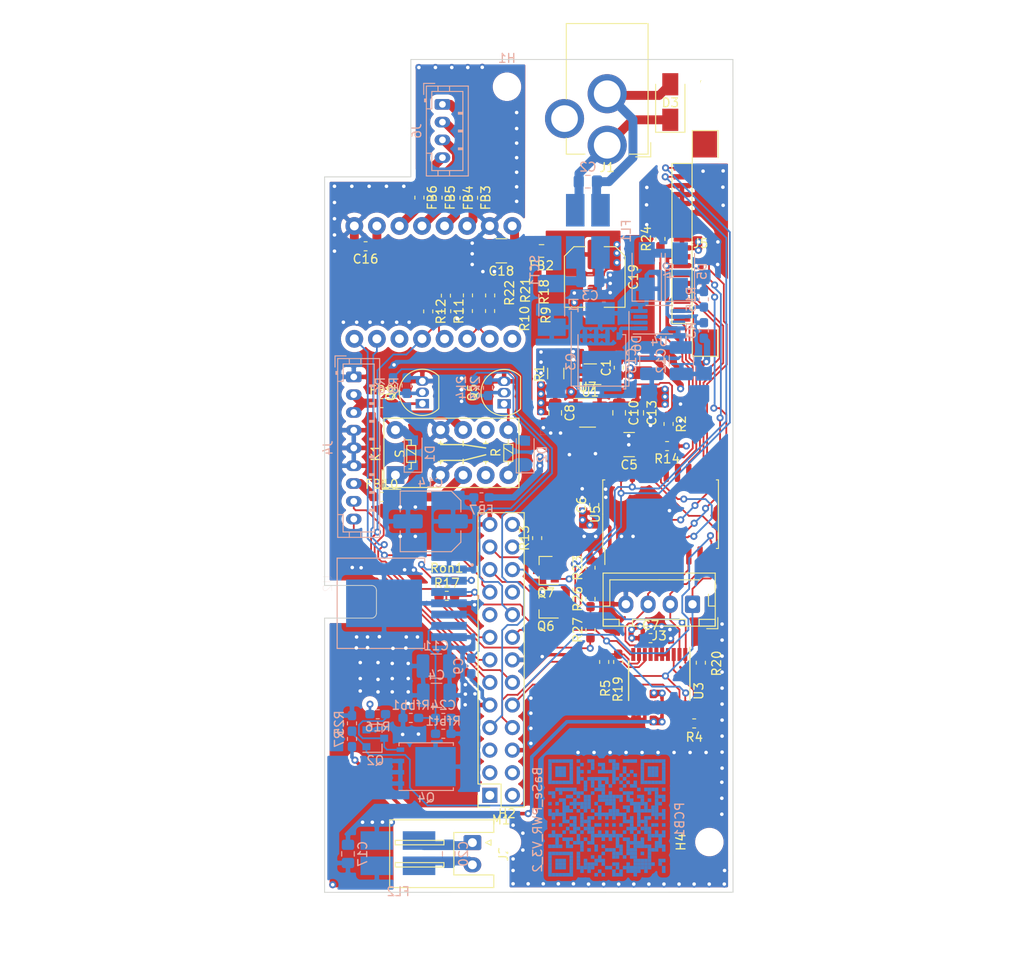
<source format=kicad_pcb>
(kicad_pcb (version 20171130) (host pcbnew 5.1.5+dfsg1-2build2)
  (title_block (title BaSe_PWR_V3_2) (rev V3_2) (company "Gras7 Labs."))
  (layers (0 L1_Sig_GND signal) (1 L2_PWR_Split power hide) (2 L3_GND power hide) (31 L4_Sig_GND signal) (34 B.Paste user hide) (35 F.Paste user hide) (36 B.SilkS user hide) (37 F.SilkS user hide) (38 B.Mask user hide) (39 F.Mask user hide) (44 Edge.Cuts user hide))
  (net 0 "")
  (net 1 GND)
  (net 2 +3V3)
  (net 3 +12V)
  (net 4 /V_meas_flt)
  (net 5 +5V)
  (net 6 "Net-(D2-Pad2)")
  (net 7 /Step_2B)
  (net 8 /Step_2A)
  (net 9 /Step_1A)
  (net 10 /Step_1B)
  (net 11 /SW_HDD_On)
  (net 12 /RxD_attiny)
  (net 13 /TxD_attiny)
  (net 14 /Stepper_Step)
  (net 15 /Stepper_Dir)
  (net 16 /Taster_0)
  (net 17 /Taster_1)
  (net 18 /Stepper_~Reset)
  (net 19 "Net-(Q1-Pad2)")
  (net 20 "Net-(Q3-Pad4)")
  (net 21 /V_meas)
  (net 22 /attiny_~reset)
  (net 23 /LED_HMI_attiny)
  (net 24 /DC_IN+)
  (net 25 /DC_IN-)
  (net 26 /12V_nProt)
  (net 27 /Vin_Buck)
  (net 28 "Net-(C9-Pad1)")
  (net 29 "Net-(C24-Pad2)")
  (net 30 +3V3_STBY)
  (net 31 "Net-(2k3-Pad2)")
  (net 32 "Net-(D1-Pad2)")
  (net 33 /5V_EN)
  (net 34 /SW_HDD_Off)
  (net 35 /+12V_HDD)
  (net 36 /+5V_HDD)
  (net 37 /rev2_~rev3)
  (net 38 /5V_Ron)
  (net 39 "Net-(FB3-Pad1)")
  (net 40 "Net-(FB4-Pad1)")
  (net 41 "Net-(FB5-Pad1)")
  (net 42 "Net-(FB6-Pad1)")
  (net 43 /~Endswitch_Undocked)
  (net 44 /~Endswitch_Docked)
  (net 45 /LED_HMI)
  (net 46 /Dis_RS)
  (net 47 /Dis_E)
  (net 48 /Dis_DB4)
  (net 49 /Dis_DB5)
  (net 50 /Dis_DB7)
  (net 51 /+12V_HDD_flt)
  (net 52 /+5V_HDD_flt)
  (net 53 /12V_Prot)
  (net 54 /attiny_program_~communicate)
  (net 55 /RxD_BPi)
  (net 56 /TxD_BPi)
  (net 57 "Net-(R19-Pad2)")
  (net 58 /TxD_attiny_prot)
  (net 59 /Dis_DB6)
  (net 60 /Dis_PWM)
  (net 61 "Net-(Q2-Pad3)")
  (net 62 /DIS_BPi_SPLY)
  (net 63 "Net-(C3-Pad1)")
  (net 64 "Net-(C12-Pad2)")
  (net 65 "Net-(C17-Pad1)")
  (net 66 "Net-(C20-Pad2)")
  (net 67 "Net-(C20-Pad1)")
  (net 68 "Net-(D4-Pad2)")
  (net 69 /MS1)
  (net 70 /MS2)
  (net 71 /MS3)
  (net 72 "Net-(R15-Pad2)")
  (net 73 /Version)
  (net 74 /EN_attiny_link)
  (net 75 /Vin_Stepper)
  (net 76 /~Taster_1)
  (net 77 /~Taster_0)
  (net 78 "Net-(R26-Pad1)")
  (module Resistor_SMD:R_0603_1608Metric_Pad1.05x0.95mm_HandSolder (layer L1_Sig_GND) (at 72.4 78.8)
    (fp_text reference FB9 (at 0 -1.43) (layer F.SilkS))
    (fp_text value 0R)
    (pad 2 smd roundrect (at 0.875 0) (size 1.05 0.95) (layers L1_Sig_GND F.Paste F.Mask) (net 35 /+12V_HDD))
    (pad 1 smd roundrect (at -0.875 0) (size 1.05 0.95) (layers L1_Sig_GND F.Paste F.Mask) (net 51 /+12V_HDD_flt))
  )
  (module Resistor_SMD:R_0603_1608Metric_Pad1.05x0.95mm_HandSolder (layer L1_Sig_GND) (at 95.91 104.34 90)
    (fp_text reference R27 (at 0 -1.43 90) (layer F.SilkS))
    (fp_text value NO)
    (pad 2 smd roundrect (at 0.875 0 90) (size 1.05 0.95) (layers L1_Sig_GND F.Paste F.Mask) (net 78 "Net-(R26-Pad1)"))
    (pad 1 smd roundrect (at -0.875 0 90) (size 1.05 0.95) (layers L1_Sig_GND F.Paste F.Mask) (net 30 +3V3_STBY))
  )
  (module Resistor_SMD:R_0603_1608Metric_Pad1.05x0.95mm_HandSolder (layer L1_Sig_GND) (at 95.91 100.83 90)
    (fp_text reference R26 (at 0 -1.43 90) (layer F.SilkS))
    (fp_text value NO)
    (pad 2 smd roundrect (at 0.875 0 90) (size 1.05 0.95) (layers L1_Sig_GND F.Paste F.Mask) (net 73 /Version))
    (pad 1 smd roundrect (at -0.875 0 90) (size 1.05 0.95) (layers L1_Sig_GND F.Paste F.Mask) (net 78 "Net-(R26-Pad1)"))
  )
  (module Resistor_SMD:R_0603_1608Metric_Pad1.05x0.95mm_HandSolder (layer L4_Sig_GND) (at 69.07 114.84 270)
    (fp_text reference R25 (at 0 1.43 90) (layer B.SilkS) (effects (justify mirror)))
    (fp_text value 47k)
    (pad 2 smd roundrect (at 0.875 0 270) (size 1.05 0.95) (layers L4_Sig_GND B.Paste B.Mask) (net 62 /DIS_BPi_SPLY))
    (pad 1 smd roundrect (at -0.875 0 270) (size 1.05 0.95) (layers L4_Sig_GND B.Paste B.Mask) (net 1 GND))
  )
  (module Package_TO_SOT_SMD:SOT-23 (layer L1_Sig_GND) (at 90.89 97.64 180)
    (fp_text reference Q7 (at 0 -2.5) (layer F.SilkS))
    (fp_text value BSS123 hide)
    (pad 3 smd rect (at 1 0 180) (size 0.9 0.8) (layers L1_Sig_GND F.Paste F.Mask) (net 76 /~Taster_1))
    (pad 2 smd rect (at -1 0.95 180) (size 0.9 0.8) (layers L1_Sig_GND F.Paste F.Mask) (net 1 GND))
    (pad 1 smd rect (at -1 -0.95 180) (size 0.9 0.8) (layers L1_Sig_GND F.Paste F.Mask) (net 17 /Taster_1))
  )
  (module Package_TO_SOT_SMD:SOT-23 (layer L1_Sig_GND) (at 90.88 101.41 180)
    (fp_text reference Q6 (at 0 -2.5) (layer F.SilkS))
    (fp_text value BSS123)
    (pad 3 smd rect (at 1 0 180) (size 0.9 0.8) (layers L1_Sig_GND F.Paste F.Mask) (net 77 /~Taster_0))
    (pad 2 smd rect (at -1 0.95 180) (size 0.9 0.8) (layers L1_Sig_GND F.Paste F.Mask) (net 1 GND))
    (pad 1 smd rect (at -1 -0.95 180) (size 0.9 0.8) (layers L1_Sig_GND F.Paste F.Mask) (net 16 /Taster_0))
  )
  (module G7_Custom:BananaPi-M1 (layer L1_Sig_GND) (at 84.582 122.936)
    (fp_text reference M1 (at 1.27 2.77 180) (layer F.SilkS))
    (fp_text value BananaPi_M1)
    (pad 26 thru_hole oval (at 2.54 -30.48 180) (size 1.7 1.7) (drill 1) (layers *.Cu *.Mask) (net 37 /rev2_~rev3))
    (pad 25 thru_hole oval (at 0 -30.48 180) (size 1.7 1.7) (drill 1) (layers *.Cu *.Mask) (net 1 GND))
    (pad 24 thru_hole oval (at 2.54 -27.94 180) (size 1.7 1.7) (drill 1) (layers *.Cu *.Mask))
    (pad 23 thru_hole oval (at 0 -27.94 180) (size 1.7 1.7) (drill 1) (layers *.Cu *.Mask) (net 76 /~Taster_1))
    (pad 22 thru_hole oval (at 2.54 -25.4 180) (size 1.7 1.7) (drill 1) (layers *.Cu *.Mask) (net 74 /EN_attiny_link))
    (pad 21 thru_hole oval (at 0 -25.4 180) (size 1.7 1.7) (drill 1) (layers *.Cu *.Mask) (net 77 /~Taster_0))
    (pad 20 thru_hole oval (at 2.54 -22.86 180) (size 1.7 1.7) (drill 1) (layers *.Cu *.Mask) (net 1 GND))
    (pad 19 thru_hole oval (at 0 -22.86 180) (size 1.7 1.7) (drill 1) (layers *.Cu *.Mask) (net 15 /Stepper_Dir))
    (pad 18 thru_hole oval (at 2.54 -20.32 180) (size 1.7 1.7) (drill 1) (layers *.Cu *.Mask) (net 34 /SW_HDD_Off))
    (pad 17 thru_hole oval (at 0 -20.32 180) (size 1.7 1.7) (drill 1) (layers *.Cu *.Mask))
    (pad 16 thru_hole oval (at 2.54 -17.78 180) (size 1.7 1.7) (drill 1) (layers *.Cu *.Mask) (net 54 /attiny_program_~communicate))
    (pad 15 thru_hole oval (at 0 -17.78 180) (size 1.7 1.7) (drill 1) (layers *.Cu *.Mask) (net 14 /Stepper_Step))
    (pad 14 thru_hole oval (at 2.54 -15.24 180) (size 1.7 1.7) (drill 1) (layers *.Cu *.Mask) (net 1 GND))
    (pad 13 thru_hole oval (at 0 -15.24 180) (size 1.7 1.7) (drill 1) (layers *.Cu *.Mask) (net 44 /~Endswitch_Docked))
    (pad 12 thru_hole oval (at 2.54 -12.7 180) (size 1.7 1.7) (drill 1) (layers *.Cu *.Mask) (net 18 /Stepper_~Reset))
    (pad 11 thru_hole oval (at 0 -12.7 180) (size 1.7 1.7) (drill 1) (layers *.Cu *.Mask) (net 43 /~Endswitch_Undocked))
    (pad 10 thru_hole oval (at 2.54 -10.16 180) (size 1.7 1.7) (drill 1) (layers *.Cu *.Mask) (net 55 /RxD_BPi))
    (pad 9 thru_hole oval (at 0 -10.16 180) (size 1.7 1.7) (drill 1) (layers *.Cu *.Mask) (net 1 GND))
    (pad 8 thru_hole oval (at 2.54 -7.62 180) (size 1.7 1.7) (drill 1) (layers *.Cu *.Mask) (net 56 /TxD_BPi))
    (pad 7 thru_hole oval (at 0 -7.62 180) (size 1.7 1.7) (drill 1) (layers *.Cu *.Mask) (net 11 /SW_HDD_On))
    (pad 6 thru_hole oval (at 2.54 -5.08 180) (size 1.7 1.7) (drill 1) (layers *.Cu *.Mask) (net 1 GND))
    (pad 5 thru_hole oval (at 0 -5.08 180) (size 1.7 1.7) (drill 1) (layers *.Cu *.Mask))
    (pad 4 thru_hole oval (at 2.54 -2.54 180) (size 1.7 1.7) (drill 1) (layers *.Cu *.Mask))
    (pad 3 thru_hole oval (at 0 -2.54 180) (size 1.7 1.7) (drill 1) (layers *.Cu *.Mask))
    (pad 2 thru_hole oval (at 2.54 0 180) (size 1.7 1.7) (drill 1) (layers *.Cu *.Mask))
    (pad 1 thru_hole rect (at 0 0 180) (size 1.7 1.7) (drill 1) (layers *.Cu *.Mask) (net 2 +3V3))
  )
  (module Capacitor_SMD:C_Elec_6.3x7.7 (layer L4_Sig_GND) (at 77.91 92.11 180)
    (fp_text reference C14 (at 0 4.35) (layer B.SilkS) (effects (justify mirror)))
    (fp_text value 220µF)
    (pad 2 smd roundrect (at 2.5375 0 180) (size 3.325 1.6) (layers L4_Sig_GND B.Paste B.Mask) (roundrect_rratio 0.15625) (net 1 GND))
    (pad 1 smd roundrect (at -2.5375 0 180) (size 3.325 1.6) (layers L4_Sig_GND B.Paste B.Mask) (roundrect_rratio 0.15625) (net 27 /Vin_Buck))
  )
  (module G7_Custom:JST_XH_B4B-XH-AM_1x04_P2.50mm_Vertical (layer L1_Sig_GND) (at 107.39 101.44 180)
    (fp_text reference J3 (at 3.75 -3.55) (layer F.SilkS))
    (fp_text value DebugAtTiny)
    (pad "" np_thru_hole circle (at -1.6 2 180) (size 1.2 1.2) (drill 1.2) (layers *.Cu *.Mask))
    (pad 4 thru_hole oval (at 7.5 0 180) (size 1.7 1.95) (drill 0.95) (layers *.Cu *.Mask) (net 1 GND))
    (pad 3 thru_hole oval (at 5 0 180) (size 1.7 1.95) (drill 0.95) (layers *.Cu *.Mask) (net 12 /RxD_attiny))
    (pad 2 thru_hole oval (at 2.5 0 180) (size 1.7 1.95) (drill 0.95) (layers *.Cu *.Mask) (net 13 /TxD_attiny))
    (pad 1 thru_hole roundrect (at 0 0 180) (size 1.7 1.95) (drill 0.95) (layers *.Cu *.Mask) (roundrect_rratio 0.147059) (net 22 /attiny_~reset))
  )
  (module G7_Custom:BarrelJack_Wuerth_6941xx301002 (layer L1_Sig_GND) (at 97.79 49.784 180)
    (fp_text reference J1 (at 0 -2.5 180) (layer F.SilkS))
    (fp_text value "12V Power In")
    (pad 1 thru_hole circle (at 0 0 180) (size 4.4 4.4) (drill 3) (layers *.Cu *.Mask) (net 24 /DC_IN+))
    (pad 2 thru_hole circle (at 0 5.8 180) (size 4.4 4.4) (drill 3) (layers *.Cu *.Mask) (net 25 /DC_IN-))
    (pad 3 thru_hole circle (at 4.8 3 270) (size 4.4 4.4) (drill 3) (layers *.Cu *.Mask))
  )
  (module G7_Custom:LMZ12003_Handsolder (layer L4_Sig_GND) (at 72.68 101.33 270)
    (fp_text reference U2 (at -2.225 6.335 90) (layer B.SilkS) (effects (font (thickness 0.015)) (justify mirror)))
    (fp_text value LMZ12003)
    (pad 8 smd rect (at 0 0 270) (size 5.35 8.54) (layers L4_Sig_GND B.Mask) (net 1 GND))
    (pad 1 smd rect (at -3.81 -7.305 270) (size 0.89 4) (layers L4_Sig_GND B.Paste B.Mask) (net 27 /Vin_Buck))
    (pad 2 smd rect (at -2.54 -7.305 270) (size 0.89 4) (layers L4_Sig_GND B.Paste B.Mask) (net 38 /5V_Ron))
    (pad 3 smd rect (at -1.27 -7.305 270) (size 0.89 4) (layers L4_Sig_GND B.Paste B.Mask) (net 33 /5V_EN))
    (pad 4 smd rect (at 0 -7.305 270) (size 0.89 4) (layers L4_Sig_GND B.Paste B.Mask) (net 1 GND))
    (pad 5 smd rect (at 1.27 -7.305 270) (size 0.89 4) (layers L4_Sig_GND B.Paste B.Mask) (net 28 "Net-(C9-Pad1)"))
    (pad 6 smd rect (at 2.54 -7.305 270) (size 0.89 4) (layers L4_Sig_GND B.Paste B.Mask) (net 29 "Net-(C24-Pad2)"))
    (pad 7 smd rect (at 3.81 -7.305 270) (size 0.89 4) (layers L4_Sig_GND B.Paste B.Mask) (net 5 +5V))
  )
  (module G7_Custom:MSOP-8_3x3mm_P0.65mm_Py0.45mm (layer L4_Sig_GND) (at 103.6425 69.415)
    (fp_text reference U4 (at 0 2.45) (layer B.SilkS) (effects (justify mirror)))
    (fp_text value LTC4359-MS8)
    (pad 1 smd roundrect (at -2.1125 0.975) (size 1.625 0.45) (layers L4_Sig_GND B.Paste B.Mask) (net 20 "Net-(Q3-Pad4)"))
    (pad 2 smd roundrect (at -2.1125 0.325) (size 1.625 0.45) (layers L4_Sig_GND B.Paste B.Mask) (net 26 /12V_nProt))
    (pad 3 smd roundrect (at -2.1125 -0.325) (size 1.625 0.45) (layers L4_Sig_GND B.Paste B.Mask))
    (pad 4 smd roundrect (at -2.1125 -0.975) (size 1.625 0.45) (layers L4_Sig_GND B.Paste B.Mask) (net 26 /12V_nProt))
    (pad 5 smd roundrect (at 2.1125 -0.975) (size 1.625 0.45) (layers L4_Sig_GND B.Paste B.Mask) (net 72 "Net-(R15-Pad2)"))
    (pad 6 smd roundrect (at 2.1125 -0.325) (size 1.625 0.45) (layers L4_Sig_GND B.Paste B.Mask) (net 64 "Net-(C12-Pad2)"))
    (pad 7 smd roundrect (at 2.1125 0.325) (size 1.625 0.45) (layers L4_Sig_GND B.Paste B.Mask))
    (pad 8 smd roundrect (at 2.1125 0.975) (size 1.625 0.45) (layers L4_Sig_GND B.Paste B.Mask) (net 53 /12V_Prot))
  )
  (module Diode_SMD:D_SOD-123F (layer L4_Sig_GND) (at 88.56 84.45 90)
    (fp_text reference D2 (at -0.127 1.905 90) (layer B.SilkS) (effects (justify mirror)))
    (fp_text value 1N4148)
    (pad 2 smd rect (at 1.4 0 90) (size 1.1 1.1) (layers L4_Sig_GND B.Paste B.Mask) (net 6 "Net-(D2-Pad2)"))
    (pad 1 smd rect (at -1.4 0 90) (size 1.1 1.1) (layers L4_Sig_GND B.Paste B.Mask) (net 3 +12V))
  )
  (module Diode_SMD:D_SOD-123F (layer L4_Sig_GND) (at 75.95 84.38 90)
    (fp_text reference D1 (at -0.127 1.905 90) (layer B.SilkS) (effects (justify mirror)))
    (fp_text value 1N4148)
    (pad 2 smd rect (at 1.4 0 90) (size 1.1 1.1) (layers L4_Sig_GND B.Paste B.Mask) (net 32 "Net-(D1-Pad2)"))
    (pad 1 smd rect (at -1.4 0 90) (size 1.1 1.1) (layers L4_Sig_GND B.Paste B.Mask) (net 3 +12V))
  )
  (module G7_Labels:BaSe_PWR_V3_2 (layer L4_Sig_GND) (at 97.95 125.68 270)
    (fp_text reference PCB1 (at 0 -8 90) (layer B.SilkS) (effects (justify mirror)))
    (fp_text value BaSe_PWR_V3_2 (at 0 8 90) (layer B.SilkS) (effects (justify mirror)))
    (pad "" smd rect (at 5.8 -6.2 270) (size 0.4 0.4) (layers L4_Sig_GND))
    (pad "" smd rect (at 5.4 -6.2 270) (size 0.4 0.4) (layers L4_Sig_GND))
    (pad "" smd rect (at 4.6 -6.2 270) (size 0.4 0.4) (layers L4_Sig_GND))
    (pad "" smd rect (at 3.4 -6.2 270) (size 0.4 0.4) (layers L4_Sig_GND))
    (pad "" smd rect (at 3 -6.2 270) (size 0.4 0.4) (layers L4_Sig_GND))
    (pad "" smd rect (at 1.8 -6.2 270) (size 0.4 0.4) (layers L4_Sig_GND))
    (pad "" smd rect (at 1.4 -6.2 270) (size 0.4 0.4) (layers L4_Sig_GND))
    (pad "" smd rect (at 0.6 -6.2 270) (size 0.4 0.4) (layers L4_Sig_GND))
    (pad "" smd rect (at -0.2 -6.2 270) (size 0.4 0.4) (layers L4_Sig_GND))
    (pad "" smd rect (at -0.6 -6.2 270) (size 0.4 0.4) (layers L4_Sig_GND))
    (pad "" smd rect (at -1 -6.2 270) (size 0.4 0.4) (layers L4_Sig_GND))
    (pad "" smd rect (at -2.2 -6.2 270) (size 0.4 0.4) (layers L4_Sig_GND))
    (pad "" smd rect (at -2.6 -6.2 270) (size 0.4 0.4) (layers L4_Sig_GND))
    (pad "" smd rect (at -3.4 -6.2 270) (size 0.4 0.4) (layers L4_Sig_GND))
    (pad "" smd rect (at -4.2 -6.2 270) (size 0.4 0.4) (layers L4_Sig_GND))
    (pad "" smd rect (at -4.6 -6.2 270) (size 0.4 0.4) (layers L4_Sig_GND))
    (pad "" smd rect (at -5 -6.2 270) (size 0.4 0.4) (layers L4_Sig_GND))
    (pad "" smd rect (at -5.4 -6.2 270) (size 0.4 0.4) (layers L4_Sig_GND))
    (pad "" smd rect (at -5.8 -6.2 270) (size 0.4 0.4) (layers L4_Sig_GND))
    (pad "" smd rect (at -6.2 -6.2 270) (size 0.4 0.4) (layers L4_Sig_GND))
    (pad "" smd rect (at -6.6 -6.2 270) (size 0.4 0.4) (layers L4_Sig_GND))
    (pad "" smd rect (at 5 -5.8 270) (size 0.4 0.4) (layers L4_Sig_GND))
    (pad "" smd rect (at 4.6 -5.8 270) (size 0.4 0.4) (layers L4_Sig_GND))
    (pad "" smd rect (at 3 -5.8 270) (size 0.4 0.4) (layers L4_Sig_GND))
    (pad "" smd rect (at 2.6 -5.8 270) (size 0.4 0.4) (layers L4_Sig_GND))
    (pad "" smd rect (at 2.2 -5.8 270) (size 0.4 0.4) (layers L4_Sig_GND))
    (pad "" smd rect (at 1.8 -5.8 270) (size 0.4 0.4) (layers L4_Sig_GND))
    (pad "" smd rect (at -0.6 -5.8 270) (size 0.4 0.4) (layers L4_Sig_GND))
    (pad "" smd rect (at -1.8 -5.8 270) (size 0.4 0.4) (layers L4_Sig_GND))
    (pad "" smd rect (at -2.6 -5.8 270) (size 0.4 0.4) (layers L4_Sig_GND))
    (pad "" smd rect (at -4.2 -5.8 270) (size 0.4 0.4) (layers L4_Sig_GND))
    (pad "" smd rect (at -6.6 -5.8 270) (size 0.4 0.4) (layers L4_Sig_GND))
    (pad "" smd rect (at 3.4 -5.4 270) (size 0.4 0.4) (layers L4_Sig_GND))
    (pad "" smd rect (at 3 -5.4 270) (size 0.4 0.4) (layers L4_Sig_GND))
    (pad "" smd rect (at 2.6 -5.4 270) (size 0.4 0.4) (layers L4_Sig_GND))
    (pad "" smd rect (at 1.8 -5.4 270) (size 0.4 0.4) (layers L4_Sig_GND))
    (pad "" smd rect (at 1.4 -5.4 270) (size 0.4 0.4) (layers L4_Sig_GND))
    (pad "" smd rect (at 0.6 -5.4 270) (size 0.4 0.4) (layers L4_Sig_GND))
    (pad "" smd rect (at -0.2 -5.4 270) (size 0.4 0.4) (layers L4_Sig_GND))
    (pad "" smd rect (at -0.6 -5.4 270) (size 0.4 0.4) (layers L4_Sig_GND))
    (pad "" smd rect (at -1 -5.4 270) (size 0.4 0.4) (layers L4_Sig_GND))
    (pad "" smd rect (at -1.4 -5.4 270) (size 0.4 0.4) (layers L4_Sig_GND))
    (pad "" smd rect (at -1.8 -5.4 270) (size 0.4 0.4) (layers L4_Sig_GND))
    (pad "" smd rect (at -2.2 -5.4 270) (size 0.4 0.4) (layers L4_Sig_GND))
    (pad "" smd rect (at -2.6 -5.4 270) (size 0.4 0.4) (layers L4_Sig_GND))
    (pad "" smd rect (at -3 -5.4 270) (size 0.4 0.4) (layers L4_Sig_GND))
    (pad "" smd rect (at -3.4 -5.4 270) (size 0.4 0.4) (layers L4_Sig_GND))
    (pad "" smd rect (at -4.2 -5.4 270) (size 0.4 0.4) (layers L4_Sig_GND))
    (pad "" smd rect (at -5 -5.4 270) (size 0.4 0.4) (layers L4_Sig_GND))
    (pad "" smd rect (at -5.4 -5.4 270) (size 0.4 0.4) (layers L4_Sig_GND))
    (pad "" smd rect (at -5.8 -5.4 270) (size 0.4 0.4) (layers L4_Sig_GND))
    (pad "" smd rect (at -6.6 -5.4 270) (size 0.4 0.4) (layers L4_Sig_GND))
    (pad "" smd rect (at 5 -5 270) (size 0.4 0.4) (layers L4_Sig_GND))
    (pad "" smd rect (at 3.4 -5 270) (size 0.4 0.4) (layers L4_Sig_GND))
    (pad "" smd rect (at 1.8 -5 270) (size 0.4 0.4) (layers L4_Sig_GND))
    (pad "" smd rect (at 0.6 -5 270) (size 0.4 0.4) (layers L4_Sig_GND))
    (pad "" smd rect (at -0.6 -5 270) (size 0.4 0.4) (layers L4_Sig_GND))
    (pad "" smd rect (at -1 -5 270) (size 0.4 0.4) (layers L4_Sig_GND))
    (pad "" smd rect (at -1.4 -5 270) (size 0.4 0.4) (layers L4_Sig_GND))
    (pad "" smd rect (at -3.4 -5 270) (size 0.4 0.4) (layers L4_Sig_GND))
    (pad "" smd rect (at -4.2 -5 270) (size 0.4 0.4) (layers L4_Sig_GND))
    (pad "" smd rect (at -5 -5 270) (size 0.4 0.4) (layers L4_Sig_GND))
    (pad "" smd rect (at -5.4 -5 270) (size 0.4 0.4) (layers L4_Sig_GND))
    (pad "" smd rect (at -5.8 -5 270) (size 0.4 0.4) (layers L4_Sig_GND))
    (pad "" smd rect (at -6.6 -5 270) (size 0.4 0.4) (layers L4_Sig_GND))
    (pad "" smd rect (at 5.4 -4.6 270) (size 0.4 0.4) (layers L4_Sig_GND))
    (pad "" smd rect (at 5 -4.6 270) (size 0.4 0.4) (layers L4_Sig_GND))
    (pad "" smd rect (at 4.6 -4.6 270) (size 0.4 0.4) (layers L4_Sig_GND))
    (pad "" smd rect (at 4.2 -4.6 270) (size 0.4 0.4) (layers L4_Sig_GND))
    (pad "" smd rect (at 3.8 -4.6 270) (size 0.4 0.4) (layers L4_Sig_GND))
    (pad "" smd rect (at 3.4 -4.6 270) (size 0.4 0.4) (layers L4_Sig_GND))
    (pad "" smd rect (at 3 -4.6 270) (size 0.4 0.4) (layers L4_Sig_GND))
    (pad "" smd rect (at 2.2 -4.6 270) (size 0.4 0.4) (layers L4_Sig_GND))
    (pad "" smd rect (at 1.8 -4.6 270) (size 0.4 0.4) (layers L4_Sig_GND))
    (pad "" smd rect (at 1.4 -4.6 270) (size 0.4 0.4) (layers L4_Sig_GND))
    (pad "" smd rect (at 1 -4.6 270) (size 0.4 0.4) (layers L4_Sig_GND))
    (pad "" smd rect (at -0.2 -4.6 270) (size 0.4 0.4) (layers L4_Sig_GND))
    (pad "" smd rect (at -1 -4.6 270) (size 0.4 0.4) (layers L4_Sig_GND))
    (pad "" smd rect (at -2.2 -4.6 270) (size 0.4 0.4) (layers L4_Sig_GND))
    (pad "" smd rect (at -3 -4.6 270) (size 0.4 0.4) (layers L4_Sig_GND))
    (pad "" smd rect (at -3.4 -4.6 270) (size 0.4 0.4) (layers L4_Sig_GND))
    (pad "" smd rect (at -4.2 -4.6 270) (size 0.4 0.4) (layers L4_Sig_GND))
    (pad "" smd rect (at -5 -4.6 270) (size 0.4 0.4) (layers L4_Sig_GND))
    (pad "" smd rect (at -5.4 -4.6 270) (size 0.4 0.4) (layers L4_Sig_GND))
    (pad "" smd rect (at -5.8 -4.6 270) (size 0.4 0.4) (layers L4_Sig_GND))
    (pad "" smd rect (at -6.6 -4.6 270) (size 0.4 0.4) (layers L4_Sig_GND))
    (pad "" smd rect (at 5.8 -4.2 270) (size 0.4 0.4) (layers L4_Sig_GND))
    (pad "" smd rect (at 5.4 -4.2 270) (size 0.4 0.4) (layers L4_Sig_GND))
    (pad "" smd rect (at 5 -4.2 270) (size 0.4 0.4) (layers L4_Sig_GND))
    (pad "" smd rect (at 4.6 -4.2 270) (size 0.4 0.4) (layers L4_Sig_GND))
    (pad "" smd rect (at 3 -4.2 270) (size 0.4 0.4) (layers L4_Sig_GND))
    (pad "" smd rect (at 1.4 -4.2 270) (size 0.4 0.4) (layers L4_Sig_GND))
    (pad "" smd rect (at 1 -4.2 270) (size 0.4 0.4) (layers L4_Sig_GND))
    (pad "" smd rect (at 0.6 -4.2 270) (size 0.4 0.4) (layers L4_Sig_GND))
    (pad "" smd rect (at 0.2 -4.2 270) (size 0.4 0.4) (layers L4_Sig_GND))
    (pad "" smd rect (at -0.2 -4.2 270) (size 0.4 0.4) (layers L4_Sig_GND))
    (pad "" smd rect (at -1 -4.2 270) (size 0.4 0.4) (layers L4_Sig_GND))
    (pad "" smd rect (at -1.4 -4.2 270) (size 0.4 0.4) (layers L4_Sig_GND))
    (pad "" smd rect (at -1.8 -4.2 270) (size 0.4 0.4) (layers L4_Sig_GND))
    (pad "" smd rect (at -3.4 -4.2 270) (size 0.4 0.4) (layers L4_Sig_GND))
    (pad "" smd rect (at -4.2 -4.2 270) (size 0.4 0.4) (layers L4_Sig_GND))
    (pad "" smd rect (at -6.6 -4.2 270) (size 0.4 0.4) (layers L4_Sig_GND))
    (pad "" smd rect (at 5.4 -3.8 270) (size 0.4 0.4) (layers L4_Sig_GND))
    (pad "" smd rect (at 5 -3.8 270) (size 0.4 0.4) (layers L4_Sig_GND))
    (pad "" smd rect (at 4.6 -3.8 270) (size 0.4 0.4) (layers L4_Sig_GND))
    (pad "" smd rect (at 3.8 -3.8 270) (size 0.4 0.4) (layers L4_Sig_GND))
    (pad "" smd rect (at 3 -3.8 270) (size 0.4 0.4) (layers L4_Sig_GND))
    (pad "" smd rect (at 2.6 -3.8 270) (size 0.4 0.4) (layers L4_Sig_GND))
    (pad "" smd rect (at 2.2 -3.8 270) (size 0.4 0.4) (layers L4_Sig_GND))
    (pad "" smd rect (at 1 -3.8 270) (size 0.4 0.4) (layers L4_Sig_GND))
    (pad "" smd rect (at 0.2 -3.8 270) (size 0.4 0.4) (layers L4_Sig_GND))
    (pad "" smd rect (at -1 -3.8 270) (size 0.4 0.4) (layers L4_Sig_GND))
    (pad "" smd rect (at -1.8 -3.8 270) (size 0.4 0.4) (layers L4_Sig_GND))
    (pad "" smd rect (at -2.2 -3.8 270) (size 0.4 0.4) (layers L4_Sig_GND))
    (pad "" smd rect (at -2.6 -3.8 270) (size 0.4 0.4) (layers L4_Sig_GND))
    (pad "" smd rect (at -4.2 -3.8 270) (size 0.4 0.4) (layers L4_Sig_GND))
    (pad "" smd rect (at -4.6 -3.8 270) (size 0.4 0.4) (layers L4_Sig_GND))
    (pad "" smd rect (at -5 -3.8 270) (size 0.4 0.4) (layers L4_Sig_GND))
    (pad "" smd rect (at -5.4 -3.8 270) (size 0.4 0.4) (layers L4_Sig_GND))
    (pad "" smd rect (at -5.8 -3.8 270) (size 0.4 0.4) (layers L4_Sig_GND))
    (pad "" smd rect (at -6.2 -3.8 270) (size 0.4 0.4) (layers L4_Sig_GND))
    (pad "" smd rect (at -6.6 -3.8 270) (size 0.4 0.4) (layers L4_Sig_GND))
    (pad "" smd rect (at 5.8 -3.4 270) (size 0.4 0.4) (layers L4_Sig_GND))
    (pad "" smd rect (at 5.4 -3.4 270) (size 0.4 0.4) (layers L4_Sig_GND))
    (pad "" smd rect (at 5 -3.4 270) (size 0.4 0.4) (layers L4_Sig_GND))
    (pad "" smd rect (at 4.6 -3.4 270) (size 0.4 0.4) (layers L4_Sig_GND))
    (pad "" smd rect (at 3 -3.4 270) (size 0.4 0.4) (layers L4_Sig_GND))
    (pad "" smd rect (at 2.6 -3.4 270) (size 0.4 0.4) (layers L4_Sig_GND))
    (pad "" smd rect (at 1.4 -3.4 270) (size 0.4 0.4) (layers L4_Sig_GND))
    (pad "" smd rect (at 0.6 -3.4 270) (size 0.4 0.4) (layers L4_Sig_GND))
    (pad "" smd rect (at 0.2 -3.4 270) (size 0.4 0.4) (layers L4_Sig_GND))
    (pad "" smd rect (at -0.2 -3.4 270) (size 0.4 0.4) (layers L4_Sig_GND))
    (pad "" smd rect (at -0.6 -3.4 270) (size 0.4 0.4) (layers L4_Sig_GND))
    (pad "" smd rect (at -1 -3.4 270) (size 0.4 0.4) (layers L4_Sig_GND))
    (pad "" smd rect (at -1.4 -3.4 270) (size 0.4 0.4) (layers L4_Sig_GND))
    (pad "" smd rect (at -1.8 -3.4 270) (size 0.4 0.4) (layers L4_Sig_GND))
    (pad "" smd rect (at -2.6 -3.4 270) (size 0.4 0.4) (layers L4_Sig_GND))
    (pad "" smd rect (at -3.4 -3.4 270) (size 0.4 0.4) (layers L4_Sig_GND))
    (pad "" smd rect (at 6.2 -3 270) (size 0.4 0.4) (layers L4_Sig_GND))
    (pad "" smd rect (at 5.8 -3 270) (size 0.4 0.4) (layers L4_Sig_GND))
    (pad "" smd rect (at 5.4 -3 270) (size 0.4 0.4) (layers L4_Sig_GND))
    (pad "" smd rect (at 5 -3 270) (size 0.4 0.4) (layers L4_Sig_GND))
    (pad "" smd rect (at 4.6 -3 270) (size 0.4 0.4) (layers L4_Sig_GND))
    (pad "" smd rect (at 4.2 -3 270) (size 0.4 0.4) (layers L4_Sig_GND))
    (pad "" smd rect (at 3.8 -3 270) (size 0.4 0.4) (layers L4_Sig_GND))
    (pad "" smd rect (at 3.4 -3 270) (size 0.4 0.4) (layers L4_Sig_GND))
    (pad "" smd rect (at 3 -3 270) (size 0.4 0.4) (layers L4_Sig_GND))
    (pad "" smd rect (at 2.6 -3 270) (size 0.4 0.4) (layers L4_Sig_GND))
    (pad "" smd rect (at 2.2 -3 270) (size 0.4 0.4) (layers L4_Sig_GND))
    (pad "" smd rect (at 1.8 -3 270) (size 0.4 0.4) (layers L4_Sig_GND))
    (pad "" smd rect (at 1 -3 270) (size 0.4 0.4) (layers L4_Sig_GND))
    (pad "" smd rect (at -1 -3 270) (size 0.4 0.4) (layers L4_Sig_GND))
    (pad "" smd rect (at -1.4 -3 270) (size 0.4 0.4) (layers L4_Sig_GND))
    (pad "" smd rect (at -1.8 -3 270) (size 0.4 0.4) (layers L4_Sig_GND))
    (pad "" smd rect (at -3.8 -3 270) (size 0.4 0.4) (layers L4_Sig_GND))
    (pad "" smd rect (at -4.2 -3 270) (size 0.4 0.4) (layers L4_Sig_GND))
    (pad "" smd rect (at -5 -3 270) (size 0.4 0.4) (layers L4_Sig_GND))
    (pad "" smd rect (at -6.6 -3 270) (size 0.4 0.4) (layers L4_Sig_GND))
    (pad "" smd rect (at 5.8 -2.6 270) (size 0.4 0.4) (layers L4_Sig_GND))
    (pad "" smd rect (at 5.4 -2.6 270) (size 0.4 0.4) (layers L4_Sig_GND))
    (pad "" smd rect (at 4.2 -2.6 270) (size 0.4 0.4) (layers L4_Sig_GND))
    (pad "" smd rect (at 3.8 -2.6 270) (size 0.4 0.4) (layers L4_Sig_GND))
    (pad "" smd rect (at 3.4 -2.6 270) (size 0.4 0.4) (layers L4_Sig_GND))
    (pad "" smd rect (at 2.6 -2.6 270) (size 0.4 0.4) (layers L4_Sig_GND))
    (pad "" smd rect (at 1.4 -2.6 270) (size 0.4 0.4) (layers L4_Sig_GND))
    (pad "" smd rect (at 1 -2.6 270) (size 0.4 0.4) (layers L4_Sig_GND))
    (pad "" smd rect (at 0.6 -2.6 270) (size 0.4 0.4) (layers L4_Sig_GND))
    (pad "" smd rect (at 0.2 -2.6 270) (size 0.4 0.4) (layers L4_Sig_GND))
    (pad "" smd rect (at -0.2 -2.6 270) (size 0.4 0.4) (layers L4_Sig_GND))
    (pad "" smd rect (at -1.8 -2.6 270) (size 0.4 0.4) (layers L4_Sig_GND))
    (pad "" smd rect (at -2.2 -2.6 270) (size 0.4 0.4) (layers L4_Sig_GND))
    (pad "" smd rect (at -3 -2.6 270) (size 0.4 0.4) (layers L4_Sig_GND))
    (pad "" smd rect (at -3.8 -2.6 270) (size 0.4 0.4) (layers L4_Sig_GND))
    (pad "" smd rect (at -5.4 -2.6 270) (size 0.4 0.4) (layers L4_Sig_GND))
    (pad "" smd rect (at -6.6 -2.6 270) (size 0.4 0.4) (layers L4_Sig_GND))
    (pad "" smd rect (at 5.8 -2.2 270) (size 0.4 0.4) (layers L4_Sig_GND))
    (pad "" smd rect (at 5.4 -2.2 270) (size 0.4 0.4) (layers L4_Sig_GND))
    (pad "" smd rect (at 5 -2.2 270) (size 0.4 0.4) (layers L4_Sig_GND))
    (pad "" smd rect (at 3.8 -2.2 270) (size 0.4 0.4) (layers L4_Sig_GND))
    (pad "" smd rect (at 3.4 -2.2 270) (size 0.4 0.4) (layers L4_Sig_GND))
    (pad "" smd rect (at 3 -2.2 270) (size 0.4 0.4) (layers L4_Sig_GND))
    (pad "" smd rect (at 2.6 -2.2 270) (size 0.4 0.4) (layers L4_Sig_GND))
    (pad "" smd rect (at 2.2 -2.2 270) (size 0.4 0.4) (layers L4_Sig_GND))
    (pad "" smd rect (at 1 -2.2 270) (size 0.4 0.4) (layers L4_Sig_GND))
    (pad "" smd rect (at 0.2 -2.2 270) (size 0.4 0.4) (layers L4_Sig_GND))
    (pad "" smd rect (at -1 -2.2 270) (size 0.4 0.4) (layers L4_Sig_GND))
    (pad "" smd rect (at -1.4 -2.2 270) (size 0.4 0.4) (layers L4_Sig_GND))
    (pad "" smd rect (at -2.2 -2.2 270) (size 0.4 0.4) (layers L4_Sig_GND))
    (pad "" smd rect (at -2.6 -2.2 270) (size 0.4 0.4) (layers L4_Sig_GND))
    (pad "" smd rect (at -3 -2.2 270) (size 0.4 0.4) (layers L4_Sig_GND))
    (pad "" smd rect (at -4.2 -2.2 270) (size 0.4 0.4) (layers L4_Sig_GND))
    (pad "" smd rect (at -5 -2.2 270) (size 0.4 0.4) (layers L4_Sig_GND))
    (pad "" smd rect (at -6.6 -2.2 270) (size 0.4 0.4) (layers L4_Sig_GND))
    (pad "" smd rect (at 5.4 -1.8 270) (size 0.4 0.4) (layers L4_Sig_GND))
    (pad "" smd rect (at 4.2 -1.8 270) (size 0.4 0.4) (layers L4_Sig_GND))
    (pad "" smd rect (at 2.2 -1.8 270) (size 0.4 0.4) (layers L4_Sig_GND))
    (pad "" smd rect (at 1.4 -1.8 270) (size 0.4 0.4) (layers L4_Sig_GND))
    (pad "" smd rect (at 0.2 -1.8 270) (size 0.4 0.4) (layers L4_Sig_GND))
    (pad "" smd rect (at -0.2 -1.8 270) (size 0.4 0.4) (layers L4_Sig_GND))
    (pad "" smd rect (at -0.6 -1.8 270) (size 0.4 0.4) (layers L4_Sig_GND))
    (pad "" smd rect (at -1.4 -1.8 270) (size 0.4 0.4) (layers L4_Sig_GND))
    (pad "" smd rect (at -3 -1.8 270) (size 0.4 0.4) (layers L4_Sig_GND))
    (pad "" smd rect (at -3.8 -1.8 270) (size 0.4 0.4) (layers L4_Sig_GND))
    (pad "" smd rect (at -4.6 -1.8 270) (size 0.4 0.4) (layers L4_Sig_GND))
    (pad "" smd rect (at -5.4 -1.8 270) (size 0.4 0.4) (layers L4_Sig_GND))
    (pad "" smd rect (at -5.8 -1.8 270) (size 0.4 0.4) (layers L4_Sig_GND))
    (pad "" smd rect (at -6.6 -1.8 270) (size 0.4 0.4) (layers L4_Sig_GND))
    (pad "" smd rect (at 6.2 -1.4 270) (size 0.4 0.4) (layers L4_Sig_GND))
    (pad "" smd rect (at 5.8 -1.4 270) (size 0.4 0.4) (layers L4_Sig_GND))
    (pad "" smd rect (at 3.8 -1.4 270) (size 0.4 0.4) (layers L4_Sig_GND))
    (pad "" smd rect (at 3.4 -1.4 270) (size 0.4 0.4) (layers L4_Sig_GND))
    (pad "" smd rect (at 3 -1.4 270) (size 0.4 0.4) (layers L4_Sig_GND))
    (pad "" smd rect (at 1.8 -1.4 270) (size 0.4 0.4) (layers L4_Sig_GND))
    (pad "" smd rect (at 0.6 -1.4 270) (size 0.4 0.4) (layers L4_Sig_GND))
    (pad "" smd rect (at -0.6 -1.4 270) (size 0.4 0.4) (layers L4_Sig_GND))
    (pad "" smd rect (at -2.2 -1.4 270) (size 0.4 0.4) (layers L4_Sig_GND))
    (pad "" smd rect (at -2.6 -1.4 270) (size 0.4 0.4) (layers L4_Sig_GND))
    (pad "" smd rect (at -3.4 -1.4 270) (size 0.4 0.4) (layers L4_Sig_GND))
    (pad "" smd rect (at -4.2 -1.4 270) (size 0.4 0.4) (layers L4_Sig_GND))
    (pad "" smd rect (at -5 -1.4 270) (size 0.4 0.4) (layers L4_Sig_GND))
    (pad "" smd rect (at 6.2 -1 270) (size 0.4 0.4) (layers L4_Sig_GND))
    (pad "" smd rect (at 5.4 -1 270) (size 0.4 0.4) (layers L4_Sig_GND))
    (pad "" smd rect (at 5 -1 270) (size 0.4 0.4) (layers L4_Sig_GND))
    (pad "" smd rect (at 4.2 -1 270) (size 0.4 0.4) (layers L4_Sig_GND))
    (pad "" smd rect (at 3.8 -1 270) (size 0.4 0.4) (layers L4_Sig_GND))
    (pad "" smd rect (at 3 -1 270) (size 0.4 0.4) (layers L4_Sig_GND))
    (pad "" smd rect (at 2.6 -1 270) (size 0.4 0.4) (layers L4_Sig_GND))
    (pad "" smd rect (at 2.2 -1 270) (size 0.4 0.4) (layers L4_Sig_GND))
    (pad "" smd rect (at 1.8 -1 270) (size 0.4 0.4) (layers L4_Sig_GND))
    (pad "" smd rect (at -0.6 -1 270) (size 0.4 0.4) (layers L4_Sig_GND))
    (pad "" smd rect (at -1 -1 270) (size 0.4 0.4) (layers L4_Sig_GND))
    (pad "" smd rect (at -2.6 -1 270) (size 0.4 0.4) (layers L4_Sig_GND))
    (pad "" smd rect (at -4.6 -1 270) (size 0.4 0.4) (layers L4_Sig_GND))
    (pad "" smd rect (at -5.8 -1 270) (size 0.4 0.4) (layers L4_Sig_GND))
    (pad "" smd rect (at -6.2 -1 270) (size 0.4 0.4) (layers L4_Sig_GND))
    (pad "" smd rect (at 6.2 -0.6 270) (size 0.4 0.4) (layers L4_Sig_GND))
    (pad "" smd rect (at 5.8 -0.6 270) (size 0.4 0.4) (layers L4_Sig_GND))
    (pad "" smd rect (at 5 -0.6 270) (size 0.4 0.4) (layers L4_Sig_GND))
    (pad "" smd rect (at 4.2 -0.6 270) (size 0.4 0.4) (layers L4_Sig_GND))
    (pad "" smd rect (at 3.8 -0.6 270) (size 0.4 0.4) (layers L4_Sig_GND))
    (pad "" smd rect (at 3.4 -0.6 270) (size 0.4 0.4) (layers L4_Sig_GND))
    (pad "" smd rect (at 1.8 -0.6 270) (size 0.4 0.4) (layers L4_Sig_GND))
    (pad "" smd rect (at 1.4 -0.6 270) (size 0.4 0.4) (layers L4_Sig_GND))
    (pad "" smd rect (at 0.6 -0.6 270) (size 0.4 0.4) (layers L4_Sig_GND))
    (pad "" smd rect (at -0.2 -0.6 270) (size 0.4 0.4) (layers L4_Sig_GND))
    (pad "" smd rect (at -0.6 -0.6 270) (size 0.4 0.4) (layers L4_Sig_GND))
    (pad "" smd rect (at -1 -0.6 270) (size 0.4 0.4) (layers L4_Sig_GND))
    (pad "" smd rect (at -1.4 -0.6 270) (size 0.4 0.4) (layers L4_Sig_GND))
    (pad "" smd rect (at -1.8 -0.6 270) (size 0.4 0.4) (layers L4_Sig_GND))
    (pad "" smd rect (at -2.2 -0.6 270) (size 0.4 0.4) (layers L4_Sig_GND))
    (pad "" smd rect (at -2.6 -0.6 270) (size 0.4 0.4) (layers L4_Sig_GND))
    (pad "" smd rect (at -4.2 -0.6 270) (size 0.4 0.4) (layers L4_Sig_GND))
    (pad "" smd rect (at -4.6 -0.6 270) (size 0.4 0.4) (layers L4_Sig_GND))
    (pad "" smd rect (at -5 -0.6 270) (size 0.4 0.4) (layers L4_Sig_GND))
    (pad "" smd rect (at -5.4 -0.6 270) (size 0.4 0.4) (layers L4_Sig_GND))
    (pad "" smd rect (at -5.8 -0.6 270) (size 0.4 0.4) (layers L4_Sig_GND))
    (pad "" smd rect (at -6.2 -0.6 270) (size 0.4 0.4) (layers L4_Sig_GND))
    (pad "" smd rect (at -6.6 -0.6 270) (size 0.4 0.4) (layers L4_Sig_GND))
    (pad "" smd rect (at 5.4 -0.2 270) (size 0.4 0.4) (layers L4_Sig_GND))
    (pad "" smd rect (at 3.4 -0.2 270) (size 0.4 0.4) (layers L4_Sig_GND))
    (pad "" smd rect (at 2.2 -0.2 270) (size 0.4 0.4) (layers L4_Sig_GND))
    (pad "" smd rect (at 1.8 -0.2 270) (size 0.4 0.4) (layers L4_Sig_GND))
    (pad "" smd rect (at -0.6 -0.2 270) (size 0.4 0.4) (layers L4_Sig_GND))
    (pad "" smd rect (at -1 -0.2 270) (size 0.4 0.4) (layers L4_Sig_GND))
    (pad "" smd rect (at -1.8 -0.2 270) (size 0.4 0.4) (layers L4_Sig_GND))
    (pad "" smd rect (at -2.2 -0.2 270) (size 0.4 0.4) (layers L4_Sig_GND))
    (pad "" smd rect (at -2.6 -0.2 270) (size 0.4 0.4) (layers L4_Sig_GND))
    (pad "" smd rect (at -3 -0.2 270) (size 0.4 0.4) (layers L4_Sig_GND))
    (pad "" smd rect (at -3.8 -0.2 270) (size 0.4 0.4) (layers L4_Sig_GND))
    (pad "" smd rect (at -5.4 -0.2 270) (size 0.4 0.4) (layers L4_Sig_GND))
    (pad "" smd rect (at -6.6 -0.2 270) (size 0.4 0.4) (layers L4_Sig_GND))
    (pad "" smd rect (at 5.4 0.2 270) (size 0.4 0.4) (layers L4_Sig_GND))
    (pad "" smd rect (at 3.4 0.2 270) (size 0.4 0.4) (layers L4_Sig_GND))
    (pad "" smd rect (at 1.8 0.2 270) (size 0.4 0.4) (layers L4_Sig_GND))
    (pad "" smd rect (at 1.4 0.2 270) (size 0.4 0.4) (layers L4_Sig_GND))
    (pad "" smd rect (at 0.6 0.2 270) (size 0.4 0.4) (layers L4_Sig_GND))
    (pad "" smd rect (at -0.2 0.2 270) (size 0.4 0.4) (layers L4_Sig_GND))
    (pad "" smd rect (at -0.6 0.2 270) (size 0.4 0.4) (layers L4_Sig_GND))
    (pad "" smd rect (at -1.8 0.2 270) (size 0.4 0.4) (layers L4_Sig_GND))
    (pad "" smd rect (at -2.2 0.2 270) (size 0.4 0.4) (layers L4_Sig_GND))
    (pad "" smd rect (at -2.6 0.2 270) (size 0.4 0.4) (layers L4_Sig_GND))
    (pad "" smd rect (at -4.2 0.2 270) (size 0.4 0.4) (layers L4_Sig_GND))
    (pad "" smd rect (at -4.6 0.2 270) (size 0.4 0.4) (layers L4_Sig_GND))
    (pad "" smd rect (at -5.4 0.2 270) (size 0.4 0.4) (layers L4_Sig_GND))
    (pad "" smd rect (at 6.2 0.6 270) (size 0.4 0.4) (layers L4_Sig_GND))
    (pad "" smd rect (at 5 0.6 270) (size 0.4 0.4) (layers L4_Sig_GND))
    (pad "" smd rect (at 4.6 0.6 270) (size 0.4 0.4) (layers L4_Sig_GND))
    (pad "" smd rect (at 3.8 0.6 270) (size 0.4 0.4) (layers L4_Sig_GND))
    (pad "" smd rect (at 3 0.6 270) (size 0.4 0.4) (layers L4_Sig_GND))
    (pad "" smd rect (at 2.2 0.6 270) (size 0.4 0.4) (layers L4_Sig_GND))
    (pad "" smd rect (at 1.8 0.6 270) (size 0.4 0.4) (layers L4_Sig_GND))
    (pad "" smd rect (at -0.6 0.6 270) (size 0.4 0.4) (layers L4_Sig_GND))
    (pad "" smd rect (at -2.2 0.6 270) (size 0.4 0.4) (layers L4_Sig_GND))
    (pad "" smd rect (at -2.6 0.6 270) (size 0.4 0.4) (layers L4_Sig_GND))
    (pad "" smd rect (at -3 0.6 270) (size 0.4 0.4) (layers L4_Sig_GND))
    (pad "" smd rect (at -3.4 0.6 270) (size 0.4 0.4) (layers L4_Sig_GND))
    (pad "" smd rect (at -3.8 0.6 270) (size 0.4 0.4) (layers L4_Sig_GND))
    (pad "" smd rect (at -4.6 0.6 270) (size 0.4 0.4) (layers L4_Sig_GND))
    (pad "" smd rect (at -5.4 0.6 270) (size 0.4 0.4) (layers L4_Sig_GND))
    (pad "" smd rect (at -5.8 0.6 270) (size 0.4 0.4) (layers L4_Sig_GND))
    (pad "" smd rect (at -6.2 0.6 270) (size 0.4 0.4) (layers L4_Sig_GND))
    (pad "" smd rect (at 5.8 1 270) (size 0.4 0.4) (layers L4_Sig_GND))
    (pad "" smd rect (at 4.6 1 270) (size 0.4 0.4) (layers L4_Sig_GND))
    (pad "" smd rect (at 4.2 1 270) (size 0.4 0.4) (layers L4_Sig_GND))
    (pad "" smd rect (at 1.8 1 270) (size 0.4 0.4) (layers L4_Sig_GND))
    (pad "" smd rect (at 1.4 1 270) (size 0.4 0.4) (layers L4_Sig_GND))
    (pad "" smd rect (at 0.6 1 270) (size 0.4 0.4) (layers L4_Sig_GND))
    (pad "" smd rect (at -0.2 1 270) (size 0.4 0.4) (layers L4_Sig_GND))
    (pad "" smd rect (at -0.6 1 270) (size 0.4 0.4) (layers L4_Sig_GND))
    (pad "" smd rect (at -1 1 270) (size 0.4 0.4) (layers L4_Sig_GND))
    (pad "" smd rect (at -1.4 1 270) (size 0.4 0.4) (layers L4_Sig_GND))
    (pad "" smd rect (at -2.2 1 270) (size 0.4 0.4) (layers L4_Sig_GND))
    (pad "" smd rect (at -2.6 1 270) (size 0.4 0.4) (layers L4_Sig_GND))
    (pad "" smd rect (at -3.4 1 270) (size 0.4 0.4) (layers L4_Sig_GND))
    (pad "" smd rect (at -3.8 1 270) (size 0.4 0.4) (layers L4_Sig_GND))
    (pad "" smd rect (at -4.2 1 270) (size 0.4 0.4) (layers L4_Sig_GND))
    (pad "" smd rect (at -4.6 1 270) (size 0.4 0.4) (layers L4_Sig_GND))
    (pad "" smd rect (at -5.4 1 270) (size 0.4 0.4) (layers L4_Sig_GND))
    (pad "" smd rect (at -6.2 1 270) (size 0.4 0.4) (layers L4_Sig_GND))
    (pad "" smd rect (at 6.2 1.4 270) (size 0.4 0.4) (layers L4_Sig_GND))
    (pad "" smd rect (at 5 1.4 270) (size 0.4 0.4) (layers L4_Sig_GND))
    (pad "" smd rect (at 4.6 1.4 270) (size 0.4 0.4) (layers L4_Sig_GND))
    (pad "" smd rect (at 3.4 1.4 270) (size 0.4 0.4) (layers L4_Sig_GND))
    (pad "" smd rect (at 3 1.4 270) (size 0.4 0.4) (layers L4_Sig_GND))
    (pad "" smd rect (at 1.8 1.4 270) (size 0.4 0.4) (layers L4_Sig_GND))
    (pad "" smd rect (at 0.6 1.4 270) (size 0.4 0.4) (layers L4_Sig_GND))
    (pad "" smd rect (at -0.6 1.4 270) (size 0.4 0.4) (layers L4_Sig_GND))
    (pad "" smd rect (at -1.8 1.4 270) (size 0.4 0.4) (layers L4_Sig_GND))
    (pad "" smd rect (at -3.4 1.4 270) (size 0.4 0.4) (layers L4_Sig_GND))
    (pad "" smd rect (at -4.6 1.4 270) (size 0.4 0.4) (layers L4_Sig_GND))
    (pad "" smd rect (at 5.4 1.8 270) (size 0.4 0.4) (layers L4_Sig_GND))
    (pad "" smd rect (at 5 1.8 270) (size 0.4 0.4) (layers L4_Sig_GND))
    (pad "" smd rect (at 4.2 1.8 270) (size 0.4 0.4) (layers L4_Sig_GND))
    (pad "" smd rect (at 2.6 1.8 270) (size 0.4 0.4) (layers L4_Sig_GND))
    (pad "" smd rect (at 2.2 1.8 270) (size 0.4 0.4) (layers L4_Sig_GND))
    (pad "" smd rect (at 1.8 1.8 270) (size 0.4 0.4) (layers L4_Sig_GND))
    (pad "" smd rect (at 1.4 1.8 270) (size 0.4 0.4) (layers L4_Sig_GND))
    (pad "" smd rect (at 1 1.8 270) (size 0.4 0.4) (layers L4_Sig_GND))
    (pad "" smd rect (at -0.2 1.8 270) (size 0.4 0.4) (layers L4_Sig_GND))
    (pad "" smd rect (at -1 1.8 270) (size 0.4 0.4) (layers L4_Sig_GND))
    (pad "" smd rect (at -3 1.8 270) (size 0.4 0.4) (layers L4_Sig_GND))
    (pad "" smd rect (at -3.8 1.8 270) (size 0.4 0.4) (layers L4_Sig_GND))
    (pad "" smd rect (at -4.2 1.8 270) (size 0.4 0.4) (layers L4_Sig_GND))
    (pad "" smd rect (at -4.6 1.8 270) (size 0.4 0.4) (layers L4_Sig_GND))
    (pad "" smd rect (at -5.8 1.8 270) (size 0.4 0.4) (layers L4_Sig_GND))
    (pad "" smd rect (at -6.2 1.8 270) (size 0.4 0.4) (layers L4_Sig_GND))
    (pad "" smd rect (at -6.6 1.8 270) (size 0.4 0.4) (layers L4_Sig_GND))
    (pad "" smd rect (at 5.8 2.2 270) (size 0.4 0.4) (layers L4_Sig_GND))
    (pad "" smd rect (at 5.4 2.2 270) (size 0.4 0.4) (layers L4_Sig_GND))
    (pad "" smd rect (at 5 2.2 270) (size 0.4 0.4) (layers L4_Sig_GND))
    (pad "" smd rect (at 3.4 2.2 270) (size 0.4 0.4) (layers L4_Sig_GND))
    (pad "" smd rect (at 2.6 2.2 270) (size 0.4 0.4) (layers L4_Sig_GND))
    (pad "" smd rect (at 1.4 2.2 270) (size 0.4 0.4) (layers L4_Sig_GND))
    (pad "" smd rect (at 1 2.2 270) (size 0.4 0.4) (layers L4_Sig_GND))
    (pad "" smd rect (at 0.6 2.2 270) (size 0.4 0.4) (layers L4_Sig_GND))
    (pad "" smd rect (at 0.2 2.2 270) (size 0.4 0.4) (layers L4_Sig_GND))
    (pad "" smd rect (at -0.2 2.2 270) (size 0.4 0.4) (layers L4_Sig_GND))
    (pad "" smd rect (at -1.4 2.2 270) (size 0.4 0.4) (layers L4_Sig_GND))
    (pad "" smd rect (at -1.8 2.2 270) (size 0.4 0.4) (layers L4_Sig_GND))
    (pad "" smd rect (at -2.2 2.2 270) (size 0.4 0.4) (layers L4_Sig_GND))
    (pad "" smd rect (at -2.6 2.2 270) (size 0.4 0.4) (layers L4_Sig_GND))
    (pad "" smd rect (at -4.6 2.2 270) (size 0.4 0.4) (layers L4_Sig_GND))
    (pad "" smd rect (at -5.4 2.2 270) (size 0.4 0.4) (layers L4_Sig_GND))
    (pad "" smd rect (at -6.6 2.2 270) (size 0.4 0.4) (layers L4_Sig_GND))
    (pad "" smd rect (at 5.4 2.6 270) (size 0.4 0.4) (layers L4_Sig_GND))
    (pad "" smd rect (at 5 2.6 270) (size 0.4 0.4) (layers L4_Sig_GND))
    (pad "" smd rect (at 4.6 2.6 270) (size 0.4 0.4) (layers L4_Sig_GND))
    (pad "" smd rect (at 2.2 2.6 270) (size 0.4 0.4) (layers L4_Sig_GND))
    (pad "" smd rect (at 1 2.6 270) (size 0.4 0.4) (layers L4_Sig_GND))
    (pad "" smd rect (at 0.2 2.6 270) (size 0.4 0.4) (layers L4_Sig_GND))
    (pad "" smd rect (at -1 2.6 270) (size 0.4 0.4) (layers L4_Sig_GND))
    (pad "" smd rect (at -1.4 2.6 270) (size 0.4 0.4) (layers L4_Sig_GND))
    (pad "" smd rect (at -1.8 2.6 270) (size 0.4 0.4) (layers L4_Sig_GND))
    (pad "" smd rect (at -2.2 2.6 270) (size 0.4 0.4) (layers L4_Sig_GND))
    (pad "" smd rect (at -2.6 2.6 270) (size 0.4 0.4) (layers L4_Sig_GND))
    (pad "" smd rect (at -3.4 2.6 270) (size 0.4 0.4) (layers L4_Sig_GND))
    (pad "" smd rect (at -3.8 2.6 270) (size 0.4 0.4) (layers L4_Sig_GND))
    (pad "" smd rect (at -4.2 2.6 270) (size 0.4 0.4) (layers L4_Sig_GND))
    (pad "" smd rect (at 5.8 3 270) (size 0.4 0.4) (layers L4_Sig_GND))
    (pad "" smd rect (at 5.4 3 270) (size 0.4 0.4) (layers L4_Sig_GND))
    (pad "" smd rect (at 3.4 3 270) (size 0.4 0.4) (layers L4_Sig_GND))
    (pad "" smd rect (at 3 3 270) (size 0.4 0.4) (layers L4_Sig_GND))
    (pad "" smd rect (at 2.6 3 270) (size 0.4 0.4) (layers L4_Sig_GND))
    (pad "" smd rect (at 1.4 3 270) (size 0.4 0.4) (layers L4_Sig_GND))
    (pad "" smd rect (at 0.6 3 270) (size 0.4 0.4) (layers L4_Sig_GND))
    (pad "" smd rect (at 0.2 3 270) (size 0.4 0.4) (layers L4_Sig_GND))
    (pad "" smd rect (at -0.2 3 270) (size 0.4 0.4) (layers L4_Sig_GND))
    (pad "" smd rect (at -0.6 3 270) (size 0.4 0.4) (layers L4_Sig_GND))
    (pad "" smd rect (at -1.4 3 270) (size 0.4 0.4) (layers L4_Sig_GND))
    (pad "" smd rect (at -1.8 3 270) (size 0.4 0.4) (layers L4_Sig_GND))
    (pad "" smd rect (at -3 3 270) (size 0.4 0.4) (layers L4_Sig_GND))
    (pad "" smd rect (at -4.6 3 270) (size 0.4 0.4) (layers L4_Sig_GND))
    (pad "" smd rect (at -5.4 3 270) (size 0.4 0.4) (layers L4_Sig_GND))
    (pad "" smd rect (at -6.2 3 270) (size 0.4 0.4) (layers L4_Sig_GND))
    (pad "" smd rect (at 5.4 3.4 270) (size 0.4 0.4) (layers L4_Sig_GND))
    (pad "" smd rect (at 5 3.4 270) (size 0.4 0.4) (layers L4_Sig_GND))
    (pad "" smd rect (at 4.6 3.4 270) (size 0.4 0.4) (layers L4_Sig_GND))
    (pad "" smd rect (at 4.2 3.4 270) (size 0.4 0.4) (layers L4_Sig_GND))
    (pad "" smd rect (at 3.8 3.4 270) (size 0.4 0.4) (layers L4_Sig_GND))
    (pad "" smd rect (at 2.6 3.4 270) (size 0.4 0.4) (layers L4_Sig_GND))
    (pad "" smd rect (at 2.2 3.4 270) (size 0.4 0.4) (layers L4_Sig_GND))
    (pad "" smd rect (at 1.8 3.4 270) (size 0.4 0.4) (layers L4_Sig_GND))
    (pad "" smd rect (at 1 3.4 270) (size 0.4 0.4) (layers L4_Sig_GND))
    (pad "" smd rect (at -1 3.4 270) (size 0.4 0.4) (layers L4_Sig_GND))
    (pad "" smd rect (at -1.8 3.4 270) (size 0.4 0.4) (layers L4_Sig_GND))
    (pad "" smd rect (at -2.6 3.4 270) (size 0.4 0.4) (layers L4_Sig_GND))
    (pad "" smd rect (at -3 3.4 270) (size 0.4 0.4) (layers L4_Sig_GND))
    (pad "" smd rect (at -4.2 3.4 270) (size 0.4 0.4) (layers L4_Sig_GND))
    (pad "" smd rect (at -4.6 3.4 270) (size 0.4 0.4) (layers L4_Sig_GND))
    (pad "" smd rect (at -5 3.4 270) (size 0.4 0.4) (layers L4_Sig_GND))
    (pad "" smd rect (at -5.4 3.4 270) (size 0.4 0.4) (layers L4_Sig_GND))
    (pad "" smd rect (at -5.8 3.4 270) (size 0.4 0.4) (layers L4_Sig_GND))
    (pad "" smd rect (at -6.6 3.4 270) (size 0.4 0.4) (layers L4_Sig_GND))
    (pad "" smd rect (at 2.6 3.8 270) (size 0.4 0.4) (layers L4_Sig_GND))
    (pad "" smd rect (at 1.4 3.8 270) (size 0.4 0.4) (layers L4_Sig_GND))
    (pad "" smd rect (at 1 3.8 270) (size 0.4 0.4) (layers L4_Sig_GND))
    (pad "" smd rect (at 0.6 3.8 270) (size 0.4 0.4) (layers L4_Sig_GND))
    (pad "" smd rect (at 0.2 3.8 270) (size 0.4 0.4) (layers L4_Sig_GND))
    (pad "" smd rect (at -0.2 3.8 270) (size 0.4 0.4) (layers L4_Sig_GND))
    (pad "" smd rect (at -1.4 3.8 270) (size 0.4 0.4) (layers L4_Sig_GND))
    (pad "" smd rect (at -1.8 3.8 270) (size 0.4 0.4) (layers L4_Sig_GND))
    (pad "" smd rect (at -2.2 3.8 270) (size 0.4 0.4) (layers L4_Sig_GND))
    (pad "" smd rect (at -3 3.8 270) (size 0.4 0.4) (layers L4_Sig_GND))
    (pad "" smd rect (at -3.4 3.8 270) (size 0.4 0.4) (layers L4_Sig_GND))
    (pad "" smd rect (at 6.2 4.2 270) (size 0.4 0.4) (layers L4_Sig_GND))
    (pad "" smd rect (at 5.8 4.2 270) (size 0.4 0.4) (layers L4_Sig_GND))
    (pad "" smd rect (at 5.4 4.2 270) (size 0.4 0.4) (layers L4_Sig_GND))
    (pad "" smd rect (at 5 4.2 270) (size 0.4 0.4) (layers L4_Sig_GND))
    (pad "" smd rect (at 4.6 4.2 270) (size 0.4 0.4) (layers L4_Sig_GND))
    (pad "" smd rect (at 4.2 4.2 270) (size 0.4 0.4) (layers L4_Sig_GND))
    (pad "" smd rect (at 3.8 4.2 270) (size 0.4 0.4) (layers L4_Sig_GND))
    (pad "" smd rect (at 3 4.2 270) (size 0.4 0.4) (layers L4_Sig_GND))
    (pad "" smd rect (at 2.2 4.2 270) (size 0.4 0.4) (layers L4_Sig_GND))
    (pad "" smd rect (at 1.4 4.2 270) (size 0.4 0.4) (layers L4_Sig_GND))
    (pad "" smd rect (at 0.6 4.2 270) (size 0.4 0.4) (layers L4_Sig_GND))
    (pad "" smd rect (at -0.2 4.2 270) (size 0.4 0.4) (layers L4_Sig_GND))
    (pad "" smd rect (at -1 4.2 270) (size 0.4 0.4) (layers L4_Sig_GND))
    (pad "" smd rect (at -1.8 4.2 270) (size 0.4 0.4) (layers L4_Sig_GND))
    (pad "" smd rect (at -2.6 4.2 270) (size 0.4 0.4) (layers L4_Sig_GND))
    (pad "" smd rect (at -3.4 4.2 270) (size 0.4 0.4) (layers L4_Sig_GND))
    (pad "" smd rect (at -4.2 4.2 270) (size 0.4 0.4) (layers L4_Sig_GND))
    (pad "" smd rect (at -4.6 4.2 270) (size 0.4 0.4) (layers L4_Sig_GND))
    (pad "" smd rect (at -5 4.2 270) (size 0.4 0.4) (layers L4_Sig_GND))
    (pad "" smd rect (at -5.4 4.2 270) (size 0.4 0.4) (layers L4_Sig_GND))
    (pad "" smd rect (at -5.8 4.2 270) (size 0.4 0.4) (layers L4_Sig_GND))
    (pad "" smd rect (at -6.2 4.2 270) (size 0.4 0.4) (layers L4_Sig_GND))
    (pad "" smd rect (at -6.6 4.2 270) (size 0.4 0.4) (layers L4_Sig_GND))
    (pad "" smd rect (at 6.2 4.6 270) (size 0.4 0.4) (layers L4_Sig_GND))
    (pad "" smd rect (at 3.8 4.6 270) (size 0.4 0.4) (layers L4_Sig_GND))
    (pad "" smd rect (at 3 4.6 270) (size 0.4 0.4) (layers L4_Sig_GND))
    (pad "" smd rect (at 2.6 4.6 270) (size 0.4 0.4) (layers L4_Sig_GND))
    (pad "" smd rect (at 2.2 4.6 270) (size 0.4 0.4) (layers L4_Sig_GND))
    (pad "" smd rect (at 1 4.6 270) (size 0.4 0.4) (layers L4_Sig_GND))
    (pad "" smd rect (at 0.2 4.6 270) (size 0.4 0.4) (layers L4_Sig_GND))
    (pad "" smd rect (at -1 4.6 270) (size 0.4 0.4) (layers L4_Sig_GND))
    (pad "" smd rect (at -1.4 4.6 270) (size 0.4 0.4) (layers L4_Sig_GND))
    (pad "" smd rect (at -2.6 4.6 270) (size 0.4 0.4) (layers L4_Sig_GND))
    (pad "" smd rect (at -3.4 4.6 270) (size 0.4 0.4) (layers L4_Sig_GND))
    (pad "" smd rect (at -4.2 4.6 270) (size 0.4 0.4) (layers L4_Sig_GND))
    (pad "" smd rect (at -6.6 4.6 270) (size 0.4 0.4) (layers L4_Sig_GND))
    (pad "" smd rect (at 6.2 5 270) (size 0.4 0.4) (layers L4_Sig_GND))
    (pad "" smd rect (at 5.4 5 270) (size 0.4 0.4) (layers L4_Sig_GND))
    (pad "" smd rect (at 5 5 270) (size 0.4 0.4) (layers L4_Sig_GND))
    (pad "" smd rect (at 4.6 5 270) (size 0.4 0.4) (layers L4_Sig_GND))
    (pad "" smd rect (at 3.8 5 270) (size 0.4 0.4) (layers L4_Sig_GND))
    (pad "" smd rect (at 2.2 5 270) (size 0.4 0.4) (layers L4_Sig_GND))
    (pad "" smd rect (at 1.4 5 270) (size 0.4 0.4) (layers L4_Sig_GND))
    (pad "" smd rect (at 0.2 5 270) (size 0.4 0.4) (layers L4_Sig_GND))
    (pad "" smd rect (at -0.2 5 270) (size 0.4 0.4) (layers L4_Sig_GND))
    (pad "" smd rect (at -0.6 5 270) (size 0.4 0.4) (layers L4_Sig_GND))
    (pad "" smd rect (at -1 5 270) (size 0.4 0.4) (layers L4_Sig_GND))
    (pad "" smd rect (at -1.4 5 270) (size 0.4 0.4) (layers L4_Sig_GND))
    (pad "" smd rect (at -1.8 5 270) (size 0.4 0.4) (layers L4_Sig_GND))
    (pad "" smd rect (at -2.2 5 270) (size 0.4 0.4) (layers L4_Sig_GND))
    (pad "" smd rect (at -3.4 5 270) (size 0.4 0.4) (layers L4_Sig_GND))
    (pad "" smd rect (at -4.2 5 270) (size 0.4 0.4) (layers L4_Sig_GND))
    (pad "" smd rect (at -5 5 270) (size 0.4 0.4) (layers L4_Sig_GND))
    (pad "" smd rect (at -5.4 5 270) (size 0.4 0.4) (layers L4_Sig_GND))
    (pad "" smd rect (at -5.8 5 270) (size 0.4 0.4) (layers L4_Sig_GND))
    (pad "" smd rect (at -6.6 5 270) (size 0.4 0.4) (layers L4_Sig_GND))
    (pad "" smd rect (at 6.2 5.4 270) (size 0.4 0.4) (layers L4_Sig_GND))
    (pad "" smd rect (at 5.4 5.4 270) (size 0.4 0.4) (layers L4_Sig_GND))
    (pad "" smd rect (at 5 5.4 270) (size 0.4 0.4) (layers L4_Sig_GND))
    (pad "" smd rect (at 4.6 5.4 270) (size 0.4 0.4) (layers L4_Sig_GND))
    (pad "" smd rect (at 3.8 5.4 270) (size 0.4 0.4) (layers L4_Sig_GND))
    (pad "" smd rect (at 3 5.4 270) (size 0.4 0.4) (layers L4_Sig_GND))
    (pad "" smd rect (at 1.8 5.4 270) (size 0.4 0.4) (layers L4_Sig_GND))
    (pad "" smd rect (at 0.6 5.4 270) (size 0.4 0.4) (layers L4_Sig_GND))
    (pad "" smd rect (at -0.6 5.4 270) (size 0.4 0.4) (layers L4_Sig_GND))
    (pad "" smd rect (at -2.2 5.4 270) (size 0.4 0.4) (layers L4_Sig_GND))
    (pad "" smd rect (at -3 5.4 270) (size 0.4 0.4) (layers L4_Sig_GND))
    (pad "" smd rect (at -3.4 5.4 270) (size 0.4 0.4) (layers L4_Sig_GND))
    (pad "" smd rect (at -4.2 5.4 270) (size 0.4 0.4) (layers L4_Sig_GND))
    (pad "" smd rect (at -5 5.4 270) (size 0.4 0.4) (layers L4_Sig_GND))
    (pad "" smd rect (at -5.4 5.4 270) (size 0.4 0.4) (layers L4_Sig_GND))
    (pad "" smd rect (at -5.8 5.4 270) (size 0.4 0.4) (layers L4_Sig_GND))
    (pad "" smd rect (at -6.6 5.4 270) (size 0.4 0.4) (layers L4_Sig_GND))
    (pad "" smd rect (at 6.2 5.8 270) (size 0.4 0.4) (layers L4_Sig_GND))
    (pad "" smd rect (at 5.4 5.8 270) (size 0.4 0.4) (layers L4_Sig_GND))
    (pad "" smd rect (at 5 5.8 270) (size 0.4 0.4) (layers L4_Sig_GND))
    (pad "" smd rect (at 4.6 5.8 270) (size 0.4 0.4) (layers L4_Sig_GND))
    (pad "" smd rect (at 3.8 5.8 270) (size 0.4 0.4) (layers L4_Sig_GND))
    (pad "" smd rect (at 3 5.8 270) (size 0.4 0.4) (layers L4_Sig_GND))
    (pad "" smd rect (at 2.6 5.8 270) (size 0.4 0.4) (layers L4_Sig_GND))
    (pad "" smd rect (at 2.2 5.8 270) (size 0.4 0.4) (layers L4_Sig_GND))
    (pad "" smd rect (at 1.8 5.8 270) (size 0.4 0.4) (layers L4_Sig_GND))
    (pad "" smd rect (at -0.6 5.8 270) (size 0.4 0.4) (layers L4_Sig_GND))
    (pad "" smd rect (at -1 5.8 270) (size 0.4 0.4) (layers L4_Sig_GND))
    (pad "" smd rect (at -1.8 5.8 270) (size 0.4 0.4) (layers L4_Sig_GND))
    (pad "" smd rect (at -3.4 5.8 270) (size 0.4 0.4) (layers L4_Sig_GND))
    (pad "" smd rect (at -4.2 5.8 270) (size 0.4 0.4) (layers L4_Sig_GND))
    (pad "" smd rect (at -5 5.8 270) (size 0.4 0.4) (layers L4_Sig_GND))
    (pad "" smd rect (at -5.4 5.8 270) (size 0.4 0.4) (layers L4_Sig_GND))
    (pad "" smd rect (at -5.8 5.8 270) (size 0.4 0.4) (layers L4_Sig_GND))
    (pad "" smd rect (at -6.6 5.8 270) (size 0.4 0.4) (layers L4_Sig_GND))
    (pad "" smd rect (at 6.2 6.2 270) (size 0.4 0.4) (layers L4_Sig_GND))
    (pad "" smd rect (at 3.8 6.2 270) (size 0.4 0.4) (layers L4_Sig_GND))
    (pad "" smd rect (at 3 6.2 270) (size 0.4 0.4) (layers L4_Sig_GND))
    (pad "" smd rect (at 1.8 6.2 270) (size 0.4 0.4) (layers L4_Sig_GND))
    (pad "" smd rect (at 1.4 6.2 270) (size 0.4 0.4) (layers L4_Sig_GND))
    (pad "" smd rect (at 0.6 6.2 270) (size 0.4 0.4) (layers L4_Sig_GND))
    (pad "" smd rect (at -0.2 6.2 270) (size 0.4 0.4) (layers L4_Sig_GND))
    (pad "" smd rect (at -0.6 6.2 270) (size 0.4 0.4) (layers L4_Sig_GND))
    (pad "" smd rect (at -2.6 6.2 270) (size 0.4 0.4) (layers L4_Sig_GND))
    (pad "" smd rect (at -3 6.2 270) (size 0.4 0.4) (layers L4_Sig_GND))
    (pad "" smd rect (at -4.2 6.2 270) (size 0.4 0.4) (layers L4_Sig_GND))
    (pad "" smd rect (at -6.6 6.2 270) (size 0.4 0.4) (layers L4_Sig_GND))
    (pad "" smd rect (at 6.2 6.6 270) (size 0.4 0.4) (layers L4_Sig_GND))
    (pad "" smd rect (at 5.8 6.6 270) (size 0.4 0.4) (layers L4_Sig_GND))
    (pad "" smd rect (at 5.4 6.6 270) (size 0.4 0.4) (layers L4_Sig_GND))
    (pad "" smd rect (at 5 6.6 270) (size 0.4 0.4) (layers L4_Sig_GND))
    (pad "" smd rect (at 4.6 6.6 270) (size 0.4 0.4) (layers L4_Sig_GND))
    (pad "" smd rect (at 4.2 6.6 270) (size 0.4 0.4) (layers L4_Sig_GND))
    (pad "" smd rect (at 3.8 6.6 270) (size 0.4 0.4) (layers L4_Sig_GND))
    (pad "" smd rect (at 3 6.6 270) (size 0.4 0.4) (layers L4_Sig_GND))
    (pad "" smd rect (at 1.8 6.6 270) (size 0.4 0.4) (layers L4_Sig_GND))
    (pad "" smd rect (at -0.6 6.6 270) (size 0.4 0.4) (layers L4_Sig_GND))
    (pad "" smd rect (at -1 6.6 270) (size 0.4 0.4) (layers L4_Sig_GND))
    (pad "" smd rect (at -1.8 6.6 270) (size 0.4 0.4) (layers L4_Sig_GND))
    (pad "" smd rect (at -3 6.6 270) (size 0.4 0.4) (layers L4_Sig_GND))
    (pad "" smd rect (at -4.2 6.6 270) (size 0.4 0.4) (layers L4_Sig_GND))
    (pad "" smd rect (at -4.6 6.6 270) (size 0.4 0.4) (layers L4_Sig_GND))
    (pad "" smd rect (at -5 6.6 270) (size 0.4 0.4) (layers L4_Sig_GND))
    (pad "" smd rect (at -5.4 6.6 270) (size 0.4 0.4) (layers L4_Sig_GND))
    (pad "" smd rect (at -5.8 6.6 270) (size 0.4 0.4) (layers L4_Sig_GND))
    (pad "" smd rect (at -6.2 6.6 270) (size 0.4 0.4) (layers L4_Sig_GND))
    (pad "" smd rect (at -6.6 6.6 270) (size 0.4 0.4) (layers L4_Sig_GND))
  )
  (module Resistor_SMD:R_0603_1608Metric_Pad1.05x0.95mm_HandSolder (layer L1_Sig_GND) (at 95.91 97.33 90)
    (fp_text reference R23 (at 0 -1.43 90) (layer F.SilkS))
    (fp_text value 0)
    (pad 2 smd roundrect (at 0.875 0 90) (size 1.05 0.95) (layers L1_Sig_GND F.Paste F.Mask) (net 1 GND))
    (pad 1 smd roundrect (at -0.875 0 90) (size 1.05 0.95) (layers L1_Sig_GND F.Paste F.Mask) (net 73 /Version))
  )
  (module Resistor_SMD:R_0603_1608Metric_Pad1.05x0.95mm_HandSolder (layer L1_Sig_GND) (at 79.64 66.705 270)
    (fp_text reference R22 (at -0.305 -7.16 90) (layer F.SilkS))
    (fp_text value NO)
    (pad 2 smd roundrect (at 0.875 0 270) (size 1.05 0.95) (layers L1_Sig_GND F.Paste F.Mask) (net 71 /MS3))
    (pad 1 smd roundrect (at -0.875 0 270) (size 1.05 0.95) (layers L1_Sig_GND F.Paste F.Mask) (net 2 +3V3))
  )
  (module Resistor_SMD:R_0603_1608Metric_Pad1.05x0.95mm_HandSolder (layer L1_Sig_GND) (at 82.12 66.675 270)
    (fp_text reference R21 (at -0.575 -6.48 90) (layer F.SilkS))
    (fp_text value NO)
    (pad 2 smd roundrect (at 0.875 0 270) (size 1.05 0.95) (layers L1_Sig_GND F.Paste F.Mask) (net 70 /MS2))
    (pad 1 smd roundrect (at -0.875 0 270) (size 1.05 0.95) (layers L1_Sig_GND F.Paste F.Mask) (net 2 +3V3))
  )
  (module Resistor_SMD:R_0603_1608Metric_Pad1.05x0.95mm_HandSolder (layer L1_Sig_GND) (at 84.62 66.685 270)
    (fp_text reference R18 (at -0.385 -6.08 90) (layer F.SilkS))
    (fp_text value NO)
    (pad 2 smd roundrect (at 0.875 0 270) (size 1.05 0.95) (layers L1_Sig_GND F.Paste F.Mask) (net 69 /MS1))
    (pad 1 smd roundrect (at -0.875 0 270) (size 1.05 0.95) (layers L1_Sig_GND F.Paste F.Mask) (net 2 +3V3))
  )
  (module G7_Custom:CMC_Laird_CM2021Y330R-10 (layer L4_Sig_GND) (at 74.24 129.45 180)
    (fp_text reference FL2 (at -0.03 -4.32) (layer B.SilkS) (effects (justify mirror)))
    (fp_text value CM2021Y330R-10)
    (pad 3 smd rect (at 2.375 -1.4225 180) (size 3.66 2.085) (layers L4_Sig_GND B.Paste B.Mask) (net 65 "Net-(C17-Pad1)"))
    (pad 4 smd rect (at 2.375 1.4225 180) (size 3.66 2.085) (layers L4_Sig_GND B.Paste B.Mask) (net 1 GND))
    (pad 2 smd rect (at -2.375 -1.4225 180) (size 3.66 2.085) (layers L4_Sig_GND B.Paste B.Mask) (net 67 "Net-(C20-Pad1)"))
    (pad 1 smd rect (at -2.375 1.4225 180) (size 3.66 2.085) (layers L4_Sig_GND B.Paste B.Mask) (net 66 "Net-(C20-Pad2)"))
  )
  (module Fuse:Fuse_Littelfuse-NANO2-451_453 (layer L4_Sig_GND) (at 91.55 67.8 90)
    (fp_text reference F1 (at 0 2.5 90 unlocked) (layer B.SilkS) (effects (justify mirror)))
    (fp_text value Fuse)
    (pad 2 smd rect (at 2.455 0 90) (size 1.96 3.15) (layers L4_Sig_GND B.Paste B.Mask) (net 63 "Net-(C3-Pad1)"))
    (pad 1 smd rect (at -2.455 0 90) (size 1.96 3.15) (layers L4_Sig_GND B.Paste B.Mask) (net 26 /12V_nProt))
  )
  (module Diode_SMD:D_SMC (layer L4_Sig_GND) (at 96.99 72.09 90)
    (fp_text reference D6 (at 0 4.1 90) (layer B.SilkS) (effects (justify mirror)))
    (fp_text value NO)
    (pad 2 smd rect (at 3.4 0) (size 3.3 2.5) (layers L4_Sig_GND B.Paste B.Mask) (net 26 /12V_nProt))
    (pad 1 smd rect (at -3.4 0) (size 3.3 2.5) (layers L4_Sig_GND B.Paste B.Mask) (net 53 /12V_Prot))
  )
  (module Diode_SMD:D_SMA (layer L4_Sig_GND) (at 105.97 63.96 90)
    (fp_text reference D5 (at 0 2.5 90) (layer B.SilkS) (effects (justify mirror)))
    (fp_text value NO)
    (pad 2 smd rect (at 2 0 90) (size 2.5 1.8) (layers L4_Sig_GND B.Paste B.Mask) (net 68 "Net-(D4-Pad2)"))
    (pad 1 smd rect (at -2 0 90) (size 2.5 1.8) (layers L4_Sig_GND B.Paste B.Mask) (net 64 "Net-(C12-Pad2)"))
  )
  (module Diode_SMD:D_SMA (layer L4_Sig_GND) (at 102.24 63.93 90)
    (fp_text reference D4 (at 0 2.5 90) (layer B.SilkS) (effects (justify mirror)))
    (fp_text value NO)
    (pad 2 smd rect (at 2 0 90) (size 2.5 1.8) (layers L4_Sig_GND B.Paste B.Mask) (net 68 "Net-(D4-Pad2)"))
    (pad 1 smd rect (at -2 0 90) (size 2.5 1.8) (layers L4_Sig_GND B.Paste B.Mask) (net 26 /12V_nProt))
  )
  (module Capacitor_SMD:C_0805_2012Metric_Pad1.15x1.40mm_HandSolder (layer L4_Sig_GND) (at 79.96 129.52 90)
    (fp_text reference C20 (at 0 1.65 270) (layer B.SilkS) (effects (justify mirror)))
    (fp_text value 1µF)
    (pad 2 smd roundrect (at 1.025 0 90) (size 1.15 1.4) (layers L4_Sig_GND B.Paste B.Mask) (roundrect_rratio 0.217391) (net 66 "Net-(C20-Pad2)"))
    (pad 1 smd roundrect (at -1.025 0 90) (size 1.15 1.4) (layers L4_Sig_GND B.Paste B.Mask) (roundrect_rratio 0.217391) (net 67 "Net-(C20-Pad1)"))
  )
  (module Capacitor_SMD:C_Elec_6.3x7.7 (layer L1_Sig_GND) (at 96.39 64.61 270)
    (fp_text reference C19 (at 0 -4.35 90) (layer F.SilkS))
    (fp_text value 220µF)
    (pad 2 smd roundrect (at 2.5375 0 270) (size 3.325 1.6) (layers L1_Sig_GND F.Paste F.Mask) (roundrect_rratio 0.15625) (net 1 GND))
    (pad 1 smd roundrect (at -2.5375 0 270) (size 3.325 1.6) (layers L1_Sig_GND F.Paste F.Mask) (roundrect_rratio 0.15625) (net 3 +12V))
  )
  (module Capacitor_SMD:C_0805_2012Metric_Pad1.15x1.40mm_HandSolder (layer L4_Sig_GND) (at 68.62 129.53 90)
    (fp_text reference C17 (at 0 1.65 90) (layer B.SilkS) (effects (justify mirror)))
    (fp_text value 1µF)
    (pad 2 smd roundrect (at 1.025 0 90) (size 1.15 1.4) (layers L4_Sig_GND B.Paste B.Mask) (roundrect_rratio 0.217391) (net 1 GND))
    (pad 1 smd roundrect (at -1.025 0 90) (size 1.15 1.4) (layers L4_Sig_GND B.Paste B.Mask) (roundrect_rratio 0.217391) (net 65 "Net-(C17-Pad1)"))
  )
  (module Capacitor_SMD:C_1210_3225Metric_Pad1.42x2.65mm_HandSolder (layer L4_Sig_GND) (at 106.14 74.03 270)
    (fp_text reference C12 (at 0 2.28 90) (layer B.SilkS) (effects (justify mirror)))
    (fp_text value 47nF)
    (pad 2 smd roundrect (at 1.4875 0 270) (size 1.425 2.65) (layers L4_Sig_GND B.Paste B.Mask) (roundrect_rratio 0.175439) (net 64 "Net-(C12-Pad2)"))
    (pad 1 smd roundrect (at -1.4875 0 270) (size 1.425 2.65) (layers L4_Sig_GND B.Paste B.Mask) (roundrect_rratio 0.175439) (net 53 /12V_Prot))
  )
  (module Resistor_SMD:R_0603_1608Metric_Pad1.05x0.95mm_HandSolder (layer L1_Sig_GND) (at 89.91 93.99 90)
    (fp_text reference R13 (at 0 -1.43 90) (layer F.SilkS))
    (fp_text value 0)
    (pad 2 smd roundrect (at 0.875 0 90) (size 1.05 0.95) (layers L1_Sig_GND F.Paste F.Mask) (net 37 /rev2_~rev3))
    (pad 1 smd roundrect (at -0.875 0 90) (size 1.05 0.95) (layers L1_Sig_GND F.Paste F.Mask) (net 1 GND))
  )
  (module Connector_JST:JST_XH_S2B-XH-A_1x02_P2.50mm_Horizontal (layer L1_Sig_GND) (at 82.62 128.26 270)
    (fp_text reference J2 (at 1.25 -3.5 90) (layer F.SilkS))
    (fp_text value "BPi Supply")
    (pad 2 thru_hole oval (at 2.5 0 270) (size 1.7 2) (drill 1) (layers *.Cu *.Mask) (net 67 "Net-(C20-Pad1)"))
    (pad 1 thru_hole roundrect (at 0 0 270) (size 1.7 2) (drill 1) (layers *.Cu *.Mask) (roundrect_rratio 0.147059) (net 66 "Net-(C20-Pad2)"))
  )
  (module Resistor_SMD:R_0603_1608Metric_Pad1.05x0.95mm_HandSolder (layer L4_Sig_GND) (at 69.07 116.595 270)
    (fp_text reference R7 (at 0 1.43 90) (layer B.SilkS) (effects (justify mirror)))
    (fp_text value NO)
    (pad 2 smd roundrect (at 0.875 0 270) (size 1.05 0.95) (layers L4_Sig_GND B.Paste B.Mask) (net 30 +3V3_STBY))
    (pad 1 smd roundrect (at -0.875 0 270) (size 1.05 0.95) (layers L4_Sig_GND B.Paste B.Mask) (net 62 /DIS_BPi_SPLY))
  )
  (module Resistor_SMD:R_0603_1608Metric_Pad1.05x0.95mm_HandSolder (layer L4_Sig_GND) (at 71.97 113.81)
    (fp_text reference R16 (at 0 1.43) (layer B.SilkS) (effects (justify mirror)))
    (fp_text value 47k)
    (pad 2 smd roundrect (at 0.875 0) (size 1.05 0.95) (layers L4_Sig_GND B.Paste B.Mask) (net 61 "Net-(Q2-Pad3)"))
    (pad 1 smd roundrect (at -0.875 0) (size 1.05 0.95) (layers L4_Sig_GND B.Paste B.Mask) (net 3 +12V))
  )
  (module Package_TO_SOT_SMD:TDSON-8-1 (layer L4_Sig_GND) (at 77.42 119.71)
    (fp_text reference Q4 (at 0 3.5) (layer B.SilkS) (effects (justify mirror)))
    (fp_text value BSC093N04LS)
    (pad 5 smd rect (at 1.05 0) (size 4.55 4.41) (layers L4_Sig_GND) (net 5 +5V))
    (pad 4 smd rect (at -2.9 -1.905) (size 0.85 0.5) (layers L4_Sig_GND B.Paste B.Mask) (net 61 "Net-(Q2-Pad3)"))
    (pad 3 smd rect (at -2.9 -0.635) (size 0.85 0.5) (layers L4_Sig_GND B.Paste B.Mask) (net 65 "Net-(C17-Pad1)"))
    (pad 2 smd rect (at -2.9 0.635) (size 0.85 0.5) (layers L4_Sig_GND B.Paste B.Mask) (net 65 "Net-(C17-Pad1)"))
    (pad 1 smd rect (at -2.9 1.905) (size 0.85 0.5) (layers L4_Sig_GND B.Paste B.Mask) (net 65 "Net-(C17-Pad1)"))
  )
  (module Package_TO_SOT_SMD:SOT-23 (layer L4_Sig_GND) (at 71.69 116.52)
    (fp_text reference Q2 (at 0 2.5) (layer B.SilkS) (effects (justify mirror)))
    (fp_text value BSS123)
    (pad 3 smd rect (at 1 0) (size 0.9 0.8) (layers L4_Sig_GND B.Paste B.Mask) (net 61 "Net-(Q2-Pad3)"))
    (pad 2 smd rect (at -1 -0.95) (size 0.9 0.8) (layers L4_Sig_GND B.Paste B.Mask) (net 1 GND))
    (pad 1 smd rect (at -1 0.95) (size 0.9 0.8) (layers L4_Sig_GND B.Paste B.Mask) (net 62 /DIS_BPi_SPLY))
  )
  (module Package_SO:TSSOP-20_4.4x6.5mm_P0.65mm (layer L1_Sig_GND) (at 103.65 110.04 270)
    (fp_text reference U3 (at 1.16 -4.45 270) (layer F.SilkS))
    (fp_text value ADG734)
    (pad 20 smd rect (at 2.95 -2.925 270) (size 1.45 0.45) (layers L1_Sig_GND F.Paste F.Mask) (net 54 /attiny_program_~communicate))
    (pad 19 smd rect (at 2.95 -2.275 270) (size 1.45 0.45) (layers L1_Sig_GND F.Paste F.Mask) (net 22 /attiny_~reset))
    (pad 18 smd rect (at 2.95 -1.625 270) (size 1.45 0.45) (layers L1_Sig_GND F.Paste F.Mask) (net 55 /RxD_BPi))
    (pad 17 smd rect (at 2.95 -0.975 270) (size 1.45 0.45) (layers L1_Sig_GND F.Paste F.Mask) (net 58 /TxD_attiny_prot))
    (pad 16 smd rect (at 2.95 -0.325 270) (size 1.45 0.45) (layers L1_Sig_GND F.Paste F.Mask) (net 30 +3V3_STBY))
    (pad 15 smd rect (at 2.95 0.325 270) (size 1.45 0.45) (layers L1_Sig_GND F.Paste F.Mask))
    (pad 14 smd rect (at 2.95 0.975 270) (size 1.45 0.45) (layers L1_Sig_GND F.Paste F.Mask) (net 1 GND))
    (pad 13 smd rect (at 2.95 1.625 270) (size 1.45 0.45) (layers L1_Sig_GND F.Paste F.Mask) (net 1 GND))
    (pad 12 smd rect (at 2.95 2.275 270) (size 1.45 0.45) (layers L1_Sig_GND F.Paste F.Mask) (net 1 GND))
    (pad 11 smd rect (at 2.95 2.925 270) (size 1.45 0.45) (layers L1_Sig_GND F.Paste F.Mask) (net 1 GND))
    (pad 10 smd rect (at -2.95 2.925 270) (size 1.45 0.45) (layers L1_Sig_GND F.Paste F.Mask) (net 54 /attiny_program_~communicate))
    (pad 9 smd rect (at -2.95 2.275 270) (size 1.45 0.45) (layers L1_Sig_GND F.Paste F.Mask) (net 57 "Net-(R19-Pad2)"))
    (pad 8 smd rect (at -2.95 1.625 270) (size 1.45 0.45) (layers L1_Sig_GND F.Paste F.Mask) (net 56 /TxD_BPi))
    (pad 7 smd rect (at -2.95 0.975 270) (size 1.45 0.45) (layers L1_Sig_GND F.Paste F.Mask) (net 12 /RxD_attiny))
    (pad 6 smd rect (at -2.95 0.325 270) (size 1.45 0.45) (layers L1_Sig_GND F.Paste F.Mask) (net 1 GND))
    (pad 5 smd rect (at -2.95 -0.325 270) (size 1.45 0.45) (layers L1_Sig_GND F.Paste F.Mask) (net 1 GND))
    (pad 4 smd rect (at -2.95 -0.975 270) (size 1.45 0.45) (layers L1_Sig_GND F.Paste F.Mask) (net 1 GND))
    (pad 3 smd rect (at -2.95 -1.625 270) (size 1.45 0.45) (layers L1_Sig_GND F.Paste F.Mask) (net 58 /TxD_attiny_prot))
    (pad 2 smd rect (at -2.95 -2.275 270) (size 1.45 0.45) (layers L1_Sig_GND F.Paste F.Mask) (net 13 /TxD_attiny))
    (pad 1 smd rect (at -2.95 -2.925 270) (size 1.45 0.45) (layers L1_Sig_GND F.Paste F.Mask) (net 74 /EN_attiny_link))
  )
  (module Connector_JST:JST_PH_B4B-PH-K_1x04_P2.00mm_Vertical (layer L4_Sig_GND) (at 79.25 45.18 270)
    (fp_text reference J6 (at 3 2.9 270) (layer B.SilkS) (effects (justify mirror)))
    (fp_text value "B4B-PH-K-S(LF)(SN)")
    (pad 4 thru_hole oval (at 6 0 270) (size 1.2 1.75) (drill 0.75) (layers *.Cu *.Mask) (net 42 "Net-(FB6-Pad1)"))
    (pad 3 thru_hole oval (at 4 0 270) (size 1.2 1.75) (drill 0.75) (layers *.Cu *.Mask) (net 41 "Net-(FB5-Pad1)"))
    (pad 2 thru_hole oval (at 2 0 270) (size 1.2 1.75) (drill 0.75) (layers *.Cu *.Mask) (net 40 "Net-(FB4-Pad1)"))
    (pad 1 thru_hole roundrect (at 0 0 270) (size 1.2 1.75) (drill 0.75) (layers *.Cu *.Mask) (roundrect_rratio 0.208333) (net 39 "Net-(FB3-Pad1)"))
  )
  (module Resistor_SMD:R_0603_1608Metric_Pad1.05x0.95mm_HandSolder (layer L1_Sig_GND) (at 108.33 108.02 90)
    (fp_text reference R20 (at -0.08 1.77 90) (layer F.SilkS))
    (fp_text value 47k)
    (pad 2 smd roundrect (at 0.875 0 90) (size 1.05 0.95) (layers L1_Sig_GND F.Paste F.Mask) (net 1 GND))
    (pad 1 smd roundrect (at -0.875 0 90) (size 1.05 0.95) (layers L1_Sig_GND F.Paste F.Mask) (net 74 /EN_attiny_link))
  )
  (module Resistor_SMD:R_0603_1608Metric_Pad1.05x0.95mm_HandSolder (layer L1_Sig_GND) (at 99.03 107.93 90)
    (fp_text reference R19 (at -3.07 -0.03 90) (layer F.SilkS))
    (fp_text value 10k)
    (pad 2 smd roundrect (at 0.875 0 90) (size 1.05 0.95) (layers L1_Sig_GND F.Paste F.Mask) (net 57 "Net-(R19-Pad2)"))
    (pad 1 smd roundrect (at -0.875 0 90) (size 1.05 0.95) (layers L1_Sig_GND F.Paste F.Mask) (net 22 /attiny_~reset))
  )
  (module Resistor_SMD:R_0603_1608Metric_Pad1.05x0.95mm_HandSolder (layer L1_Sig_GND) (at 97.45 107.93 90)
    (fp_text reference R5 (at -2.97 0.15 90) (layer F.SilkS))
    (fp_text value 10k)
    (pad 2 smd roundrect (at 0.875 0 90) (size 1.05 0.95) (layers L1_Sig_GND F.Paste F.Mask) (net 57 "Net-(R19-Pad2)"))
    (pad 1 smd roundrect (at -0.875 0 90) (size 1.05 0.95) (layers L1_Sig_GND F.Paste F.Mask) (net 22 /attiny_~reset))
  )
  (module Resistor_SMD:R_0603_1608Metric_Pad1.05x0.95mm_HandSolder (layer L1_Sig_GND) (at 107.58 114.85)
    (fp_text reference R4 (at 0.02 1.55) (layer F.SilkS))
    (fp_text value 47k)
    (pad 2 smd roundrect (at 0.875 0) (size 1.05 0.95) (layers L1_Sig_GND F.Paste F.Mask) (net 1 GND))
    (pad 1 smd roundrect (at -0.875 0) (size 1.05 0.95) (layers L1_Sig_GND F.Paste F.Mask) (net 54 /attiny_program_~communicate))
  )
  (module G7_Custom:BOM_ITEM (layer L1_Sig_GND) (at 129.524999 80.854999)
    (fp_text reference Cable_HDD_ENDSW_preconfected2 hide)
    (fp_text value ASPHSPH24K152)
  )
  (module Capacitor_SMD:C_0603_1608Metric_Pad1.05x0.95mm_HandSolder (layer L1_Sig_GND) (at 102.67 105.25)
    (fp_text reference C7 (at 0 -1.43) (layer F.SilkS))
    (fp_text value 100nF)
    (pad 2 smd roundrect (at 0.875 0) (size 1.05 0.95) (layers L1_Sig_GND F.Paste F.Mask) (net 1 GND))
    (pad 1 smd roundrect (at -0.875 0) (size 1.05 0.95) (layers L1_Sig_GND F.Paste F.Mask) (net 30 +3V3_STBY))
  )
  (module G7_Custom:BOM_ITEM (layer L1_Sig_GND) (at 120.18 51.65)
    (fp_text reference FFC_Cable1 hide)
    (fp_text value 0151670333)
  )
  (module G7_Custom:Conn_FFC_Molex_52207-1860 (layer L1_Sig_GND) (at 106.2101 60.833 90)
    (fp_text reference J5 (at 0 2.1 180) (layer F.SilkS))
    (fp_text value "Molex 0522071860")
    (pad 0 smd rect (at 11.176 2.54 90) (size 3 2.8) (layers L1_Sig_GND F.Paste F.Mask))
    (pad 0 smd rect (at -11.176 2.54 90) (size 3 2.8) (layers L1_Sig_GND F.Paste F.Mask))
    (pad 18 smd rect (at 8.5 0 90) (size 0.6 1.9) (layers L1_Sig_GND F.Paste F.Mask) (net 17 /Taster_1))
    (pad 17 smd rect (at 7.5 0 90) (size 0.6 1.9) (layers L1_Sig_GND F.Paste F.Mask) (net 16 /Taster_0))
    (pad 16 smd rect (at 6.5 0 90) (size 0.6 1.9) (layers L1_Sig_GND F.Paste F.Mask) (net 1 GND))
    (pad 15 smd rect (at 5.5 0 90) (size 0.6 1.9) (layers L1_Sig_GND F.Paste F.Mask) (net 1 GND))
    (pad 14 smd rect (at 4.5 0 90) (size 0.6 1.9) (layers L1_Sig_GND F.Paste F.Mask) (net 1 GND))
    (pad 13 smd rect (at 3.5 0 90) (size 0.6 1.9) (layers L1_Sig_GND F.Paste F.Mask) (net 1 GND))
    (pad 12 smd rect (at 2.5 0 90) (size 0.6 1.9) (layers L1_Sig_GND F.Paste F.Mask) (net 60 /Dis_PWM))
    (pad 11 smd rect (at 1.5 0 90) (size 0.6 1.9) (layers L1_Sig_GND F.Paste F.Mask) (net 45 /LED_HMI))
    (pad 10 smd rect (at 0.5 0 90) (size 0.6 1.9) (layers L1_Sig_GND F.Paste F.Mask) (net 5 +5V))
    (pad 9 smd rect (at -0.5 0 90) (size 0.6 1.9) (layers L1_Sig_GND F.Paste F.Mask) (net 5 +5V))
    (pad 8 smd rect (at -1.5 0 90) (size 0.6 1.9) (layers L1_Sig_GND F.Paste F.Mask) (net 1 GND))
    (pad 7 smd rect (at -2.5 0 90) (size 0.6 1.9) (layers L1_Sig_GND F.Paste F.Mask) (net 1 GND))
    (pad 6 smd rect (at -3.5 0 90) (size 0.6 1.9) (layers L1_Sig_GND F.Paste F.Mask) (net 46 /Dis_RS))
    (pad 5 smd rect (at -4.5 0 90) (size 0.6 1.9) (layers L1_Sig_GND F.Paste F.Mask) (net 47 /Dis_E))
    (pad 4 smd rect (at -5.5 0 90) (size 0.6 1.9) (layers L1_Sig_GND F.Paste F.Mask) (net 48 /Dis_DB4))
    (pad 3 smd rect (at -6.5 0 90) (size 0.6 1.9) (layers L1_Sig_GND F.Paste F.Mask) (net 49 /Dis_DB5))
    (pad 2 smd rect (at -7.5 0 90) (size 0.6 1.9) (layers L1_Sig_GND F.Paste F.Mask) (net 59 /Dis_DB6))
    (pad 1 smd rect (at -8.5 0 90) (size 0.6 1.9) (layers L1_Sig_GND F.Paste F.Mask) (net 50 /Dis_DB7))
  )
  (module G7_Custom:CMC_Laird_CM2021Y330R-10 (layer L4_Sig_GND) (at 95.616 59.468 270)
    (fp_text reference FL1 (at -0.03 -4.32 270) (layer B.SilkS) (effects (justify mirror)))
    (fp_text value CM2021Y330R-10)
    (pad 3 smd rect (at 2.375 -1.4225 270) (size 3.66 2.085) (layers L4_Sig_GND B.Paste B.Mask) (net 1 GND))
    (pad 4 smd rect (at 2.375 1.4225 270) (size 3.66 2.085) (layers L4_Sig_GND B.Paste B.Mask) (net 63 "Net-(C3-Pad1)"))
    (pad 2 smd rect (at -2.375 -1.4225 270) (size 3.66 2.085) (layers L4_Sig_GND B.Paste B.Mask) (net 25 /DC_IN-))
    (pad 1 smd rect (at -2.375 1.4225 270) (size 3.66 2.085) (layers L4_Sig_GND B.Paste B.Mask) (net 24 /DC_IN+))
  )
  (module G7_Custom:BOM_ITEM (layer L1_Sig_GND) (at 93.63 90.29)
    (fp_text reference Conn_Socket_Stepper1 hide)
    (fp_text value PHR-4)
  )
  (module G7_Custom:BOM_ITEM (layer L1_Sig_GND) (at 83.13 89.94)
    (fp_text reference Conn_Socket_PWR_HDD1 hide)
    (fp_text value PHR-9)
  )
  (module G7_Custom:BOM_ITEM (layer L1_Sig_GND) (at 37 133.5)
    (fp_text reference Conn_Socket_BPi_SPLY_atJ5 hide)
    (fp_text value XHP-2)
  )
  (module G7_Custom:BOM_ITEM (layer L1_Sig_GND) (at 86.13 91.44)
    (fp_text reference Conn_Socket_BPi_SPLY1 hide)
    (fp_text value XHP-2)
  )
  (module G7_Custom:BOM_ITEM (layer L1_Sig_GND) (at 90.63 89.94)
    (fp_text reference Conn_Socket_at_Stepper1 hide)
    (fp_text value PHR-6)
  )
  (module G7_Custom:BOM_ITEM (layer L1_Sig_GND) (at 89.13 89.94)
    (fp_text reference Cable_Stepper_preconfected4 hide)
    (fp_text value "ASPHSPH24K51‎ ")
  )
  (module G7_Custom:BOM_ITEM (layer L1_Sig_GND) (at 87.63 89.94)
    (fp_text reference Cable_Stepper_preconfected3 hide)
    (fp_text value "ASPHSPH24K51‎ ")
  )
  (module G7_Custom:BOM_ITEM (layer L1_Sig_GND) (at 86.13 89.94)
    (fp_text reference Cable_Stepper_preconfected2 hide)
    (fp_text value "ASPHSPH24K51‎ ")
  )
  (module G7_Custom:BOM_ITEM (layer L1_Sig_GND) (at 84.63 91.79)
    (fp_text reference Cable_Stepper_preconfected1 hide)
    (fp_text value "ASPHSPH24K51‎ ")
  )
  (module G7_Custom:BOM_ITEM (layer L1_Sig_GND) (at 84.63 90.29)
    (fp_text reference Cable_BPi_SPLY_preconfected2 hide)
    (fp_text value ASXHSXH22K51)
  )
  (module G7_Custom:BOM_ITEM (layer L1_Sig_GND) (at 87.63 91.44)
    (fp_text reference Cable_BPi_SPLY_preconfected1 hide)
    (fp_text value ASXHSXH22K51)
  )
  (module G7_Custom:Relay_Kemet_EC2-12TNU (layer L1_Sig_GND) (at 73.96 86.9 90)
    (fp_text reference K1 (at 2.5 -2.2 90) (layer F.SilkS))
    (fp_text value EC2-12TNU)
    (fp_text user S (at 2.413 0.508 90) (layer F.SilkS))
    (fp_text user R (at 2.54 11.303 90) (layer F.SilkS))
    (pad 7 thru_hole circle (at 5.08 12.7 90) (size 2 2) (drill 1) (layers *.Cu *.Mask) (net 6 "Net-(D2-Pad2)"))
    (pad 6 thru_hole circle (at 0 12.7 90) (size 2 2) (drill 1) (layers *.Cu *.Mask) (net 3 +12V))
    (pad 5 thru_hole circle (at 0 10.16 90) (size 2 2) (drill 1) (layers *.Cu *.Mask) (net 5 +5V))
    (pad 8 thru_hole circle (at 5.08 10.16 90) (size 2 2) (drill 1) (layers *.Cu *.Mask) (net 3 +12V))
    (pad 3 thru_hole circle (at 0 5.08 90) (size 2 2) (drill 1) (layers *.Cu *.Mask) (net 1 GND))
    (pad 1 thru_hole rect (at 0 0 90) (size 2 2) (drill 1) (layers *.Cu *.Mask) (net 3 +12V))
    (pad 10 thru_hole circle (at 5.08 5.08 90) (size 2 2) (drill 1) (layers *.Cu *.Mask) (net 1 GND))
    (pad 12 thru_hole circle (at 5.08 0 90) (size 2 2) (drill 1) (layers *.Cu *.Mask) (net 32 "Net-(D1-Pad2)"))
    (pad 4 thru_hole circle (at 0 7.62) (size 2 2) (drill 1) (layers *.Cu *.Mask) (net 36 /+5V_HDD))
    (pad 9 thru_hole circle (at 5.08 7.62) (size 2 2) (drill 1) (layers *.Cu *.Mask) (net 35 /+12V_HDD))
  )
  (module Connector_JST:JST_PH_B9B-PH-K_1x09_P2.00mm_Vertical (layer L4_Sig_GND) (at 69.27 75.85 270)
    (fp_text reference J4 (at 8 2.9 90) (layer B.SilkS) (effects (justify mirror)))
    (fp_text value "B9B-PH-K-S(LF)(SN)")
    (pad 9 thru_hole oval (at 16 0 270) (size 1.2 1.75) (drill 0.75) (layers *.Cu *.Mask) (net 43 /~Endswitch_Undocked))
    (pad 8 thru_hole oval (at 14 0 270) (size 1.2 1.75) (drill 0.75) (layers *.Cu *.Mask) (net 44 /~Endswitch_Docked))
    (pad 7 thru_hole oval (at 12 0 270) (size 1.2 1.75) (drill 0.75) (layers *.Cu *.Mask) (net 52 /+5V_HDD_flt))
    (pad 6 thru_hole oval (at 10 0 270) (size 1.2 1.75) (drill 0.75) (layers *.Cu *.Mask) (net 1 GND))
    (pad 5 thru_hole oval (at 8 0 270) (size 1.2 1.75) (drill 0.75) (layers *.Cu *.Mask) (net 1 GND))
    (pad 4 thru_hole oval (at 6 0 270) (size 1.2 1.75) (drill 0.75) (layers *.Cu *.Mask) (net 1 GND))
    (pad 3 thru_hole oval (at 4 0 270) (size 1.2 1.75) (drill 0.75) (layers *.Cu *.Mask) (net 51 /+12V_HDD_flt))
    (pad 2 thru_hole oval (at 2 0 270) (size 1.2 1.75) (drill 0.75) (layers *.Cu *.Mask) (net 51 /+12V_HDD_flt))
    (pad 1 thru_hole roundrect (at 0 0 270) (size 1.2 1.75) (drill 0.75) (layers *.Cu *.Mask) (roundrect_rratio 0.208333) (net 1 GND))
  )
  (module Package_SO:SOIC-20W_7.5x12.8mm_P1.27mm (layer L1_Sig_GND) (at 103.8 91.3 90)
    (fp_text reference U5 (at 0 -7.35 270) (layer F.SilkS))
    (fp_text value ATtiny816-S)
    (pad 20 smd roundrect (at 4.65 -5.715 90) (size 2.05 0.6) (layers L1_Sig_GND F.Paste F.Mask) (net 1 GND))
    (pad 19 smd roundrect (at 4.65 -4.445 90) (size 2.05 0.6) (layers L1_Sig_GND F.Paste F.Mask) (net 17 /Taster_1))
    (pad 18 smd roundrect (at 4.65 -3.175 90) (size 2.05 0.6) (layers L1_Sig_GND F.Paste F.Mask) (net 16 /Taster_0))
    (pad 17 smd roundrect (at 4.65 -1.905 90) (size 2.05 0.6) (layers L1_Sig_GND F.Paste F.Mask) (net 4 /V_meas_flt))
    (pad 16 smd roundrect (at 4.65 -0.635 90) (size 2.05 0.6) (layers L1_Sig_GND F.Paste F.Mask) (net 22 /attiny_~reset))
    (pad 15 smd roundrect (at 4.65 0.635 90) (size 2.05 0.6) (layers L1_Sig_GND F.Paste F.Mask) (net 50 /Dis_DB7))
    (pad 14 smd roundrect (at 4.65 1.905 90) (size 2.05 0.6) (layers L1_Sig_GND F.Paste F.Mask) (net 59 /Dis_DB6))
    (pad 13 smd roundrect (at 4.65 3.175 90) (size 2.05 0.6) (layers L1_Sig_GND F.Paste F.Mask) (net 49 /Dis_DB5))
    (pad 12 smd roundrect (at 4.65 4.445 90) (size 2.05 0.6) (layers L1_Sig_GND F.Paste F.Mask) (net 48 /Dis_DB4))
    (pad 11 smd roundrect (at 4.65 5.715 90) (size 2.05 0.6) (layers L1_Sig_GND F.Paste F.Mask) (net 60 /Dis_PWM))
    (pad 10 smd roundrect (at -4.65 5.715 90) (size 2.05 0.6) (layers L1_Sig_GND F.Paste F.Mask) (net 62 /DIS_BPi_SPLY))
    (pad 9 smd roundrect (at -4.65 4.445 90) (size 2.05 0.6) (layers L1_Sig_GND F.Paste F.Mask) (net 13 /TxD_attiny))
    (pad 8 smd roundrect (at -4.65 3.175 90) (size 2.05 0.6) (layers L1_Sig_GND F.Paste F.Mask) (net 12 /RxD_attiny))
    (pad 7 smd roundrect (at -4.65 1.905 90) (size 2.05 0.6) (layers L1_Sig_GND F.Paste F.Mask) (net 23 /LED_HMI_attiny))
    (pad 6 smd roundrect (at -4.65 0.635 90) (size 2.05 0.6) (layers L1_Sig_GND F.Paste F.Mask))
    (pad 5 smd roundrect (at -4.65 -0.635 90) (size 2.05 0.6) (layers L1_Sig_GND F.Paste F.Mask) (net 47 /Dis_E))
    (pad 4 smd roundrect (at -4.65 -1.905 90) (size 2.05 0.6) (layers L1_Sig_GND F.Paste F.Mask) (net 46 /Dis_RS))
    (pad 3 smd roundrect (at -4.65 -3.175 90) (size 2.05 0.6) (layers L1_Sig_GND F.Paste F.Mask) (net 73 /Version))
    (pad 2 smd roundrect (at -4.65 -4.445 90) (size 2.05 0.6) (layers L1_Sig_GND F.Paste F.Mask) (net 33 /5V_EN))
    (pad 1 smd roundrect (at -4.65 -5.715 90) (size 2.05 0.6) (layers L1_Sig_GND F.Paste F.Mask) (net 30 +3V3_STBY))
  )
  (module Resistor_SMD:R_0603_1608Metric_Pad1.05x0.95mm_HandSolder (layer L1_Sig_GND) (at 79.74 100.49)
    (fp_text reference R17 (at 0 -1.43) (layer F.SilkS))
    (fp_text value 47k)
    (pad 2 smd roundrect (at 0.875 0) (size 1.05 0.95) (layers L1_Sig_GND F.Paste F.Mask) (net 33 /5V_EN))
    (pad 1 smd roundrect (at -0.875 0) (size 1.05 0.95) (layers L1_Sig_GND F.Paste F.Mask) (net 30 +3V3_STBY))
  )
  (module Resistor_SMD:R_0603_1608Metric_Pad1.05x0.95mm_HandSolder (layer L1_Sig_GND) (at 104.53 83.64 180)
    (fp_text reference R14 (at 0 -1.43) (layer F.SilkS))
    (fp_text value 47k)
    (pad 2 smd roundrect (at 0.875 0 180) (size 1.05 0.95) (layers L1_Sig_GND F.Paste F.Mask) (net 22 /attiny_~reset))
    (pad 1 smd roundrect (at -0.875 0 180) (size 1.05 0.95) (layers L1_Sig_GND F.Paste F.Mask) (net 30 +3V3_STBY))
  )
  (module Package_TO_SOT_THT:TO-92_Inline (layer L1_Sig_GND) (at 86.19 78.888 90)
    (fp_text reference Q5 (at 1.27 -3.56 90) (layer F.SilkS))
    (fp_text value BS170)
    (pad 1 thru_hole rect (at 0 0 90) (size 1.05 1.5) (drill 0.75) (layers *.Cu *.Mask) (net 6 "Net-(D2-Pad2)"))
    (pad 3 thru_hole oval (at 2.54 0 90) (size 1.05 1.5) (drill 0.75) (layers *.Cu *.Mask) (net 1 GND))
    (pad 2 thru_hole oval (at 1.27 0 90) (size 1.05 1.5) (drill 0.75) (layers *.Cu *.Mask) (net 31 "Net-(2k3-Pad2)"))
  )
  (module Inductor_SMD:L_0603_1608Metric_Pad1.05x0.95mm_HandSolder (layer L1_Sig_GND) (at 72.41 89.36)
    (fp_text reference FB10 (at 0 -1.43 180) (layer F.SilkS))
    (fp_text value 742792602)
    (pad 2 smd roundrect (at 0.875 0) (size 1.05 0.95) (layers L1_Sig_GND F.Paste F.Mask) (net 36 /+5V_HDD))
    (pad 1 smd roundrect (at -0.875 0) (size 1.05 0.95) (layers L1_Sig_GND F.Paste F.Mask) (net 52 /+5V_HDD_flt))
  )
  (module Capacitor_SMD:C_0603_1608Metric_Pad1.05x0.95mm_HandSolder (layer L1_Sig_GND) (at 96.33 90.25 90)
    (fp_text reference C6 (at 0 -1.43 90) (layer F.SilkS))
    (fp_text value 100nF)
    (pad 2 smd roundrect (at 0.875 0 90) (size 1.05 0.95) (layers L1_Sig_GND F.Paste F.Mask) (net 1 GND))
    (pad 1 smd roundrect (at -0.875 0 90) (size 1.05 0.95) (layers L1_Sig_GND F.Paste F.Mask) (net 30 +3V3_STBY))
  )
  (module Resistor_SMD:R_0603_1608Metric_Pad1.05x0.95mm_HandSolder (layer L4_Sig_GND) (at 82.81 77.08 270)
    (fp_text reference 2k4 (at 0 1.43 90) (layer B.SilkS) (effects (justify mirror)))
    (fp_text value 1k2)
    (pad 2 smd roundrect (at 0.875 0 270) (size 1.05 0.95) (layers L4_Sig_GND B.Paste B.Mask) (net 31 "Net-(2k3-Pad2)"))
    (pad 1 smd roundrect (at -0.875 0 270) (size 1.05 0.95) (layers L4_Sig_GND B.Paste B.Mask) (net 34 /SW_HDD_Off))
  )
  (module Resistor_SMD:R_0603_1608Metric_Pad1.05x0.95mm_HandSolder (layer L4_Sig_GND) (at 84.375 77.083 270)
    (fp_text reference 2k3 (at 0 1.43 90) (layer B.SilkS) (effects (justify mirror)))
    (fp_text value 47k)
    (pad 2 smd roundrect (at 0.875 0 270) (size 1.05 0.95) (layers L4_Sig_GND B.Paste B.Mask) (net 31 "Net-(2k3-Pad2)"))
    (pad 1 smd roundrect (at -0.875 0 270) (size 1.05 0.95) (layers L4_Sig_GND B.Paste B.Mask) (net 1 GND))
  )
  (module Capacitor_SMD:C_1210_3225Metric_Pad1.42x2.65mm_HandSolder (layer L4_Sig_GND) (at 102.81 74.02 270)
    (fp_text reference C15 (at 0 2.28 90) (layer B.SilkS) (effects (justify mirror)))
    (fp_text value 10µF)
    (pad 2 smd roundrect (at 1.4875 0 270) (size 1.425 2.65) (layers L4_Sig_GND B.Paste B.Mask) (roundrect_rratio 0.175439) (net 1 GND))
    (pad 1 smd roundrect (at -1.4875 0 270) (size 1.425 2.65) (layers L4_Sig_GND B.Paste B.Mask) (roundrect_rratio 0.175439) (net 53 /12V_Prot))
  )
  (module Package_TO_SOT_SMD:SOT-23-5_HandSoldering (layer L1_Sig_GND) (at 95.58 79.894)
    (fp_text reference U7 (at 0 -2.9) (layer F.SilkS))
    (fp_text value AP2204K-3.3)
    (pad 5 smd rect (at 1.35 -0.95) (size 1.56 0.65) (layers L1_Sig_GND F.Paste F.Mask) (net 30 +3V3_STBY))
    (pad 4 smd rect (at 1.35 0.95) (size 1.56 0.65) (layers L1_Sig_GND F.Paste F.Mask))
    (pad 3 smd rect (at -1.35 0.95) (size 1.56 0.65) (layers L1_Sig_GND F.Paste F.Mask) (net 3 +12V))
    (pad 2 smd rect (at -1.35 0) (size 1.56 0.65) (layers L1_Sig_GND F.Paste F.Mask) (net 1 GND))
    (pad 1 smd rect (at -1.35 -0.95) (size 1.56 0.65) (layers L1_Sig_GND F.Paste F.Mask) (net 3 +12V))
  )
  (module Capacitor_SMD:C_0805_2012Metric_Pad1.15x1.40mm_HandSolder (layer L1_Sig_GND) (at 101.168 79.903 270)
    (fp_text reference C13 (at 0 -1.65 90) (layer F.SilkS))
    (fp_text value 1µF)
    (pad 2 smd roundrect (at 1.025 0 270) (size 1.15 1.4) (layers L1_Sig_GND F.Paste F.Mask) (roundrect_rratio 0.217391) (net 1 GND))
    (pad 1 smd roundrect (at -1.025 0 270) (size 1.15 1.4) (layers L1_Sig_GND F.Paste F.Mask) (roundrect_rratio 0.217391) (net 30 +3V3_STBY))
  )
  (module Capacitor_SMD:C_0805_2012Metric_Pad1.15x1.40mm_HandSolder (layer L1_Sig_GND) (at 99.136 79.894 270)
    (fp_text reference C10 (at 0 -1.65 90) (layer F.SilkS))
    (fp_text value 1µF)
    (pad 2 smd roundrect (at 1.025 0 270) (size 1.15 1.4) (layers L1_Sig_GND F.Paste F.Mask) (roundrect_rratio 0.217391) (net 1 GND))
    (pad 1 smd roundrect (at -1.025 0 270) (size 1.15 1.4) (layers L1_Sig_GND F.Paste F.Mask) (roundrect_rratio 0.217391) (net 30 +3V3_STBY))
  )
  (module Capacitor_SMD:C_0805_2012Metric_Pad1.15x1.40mm_HandSolder (layer L1_Sig_GND) (at 91.94 79.9 270)
    (fp_text reference C8 (at 0 -1.65 90) (layer F.SilkS))
    (fp_text value 1µF)
    (pad 2 smd roundrect (at 1.025 0 270) (size 1.15 1.4) (layers L1_Sig_GND F.Paste F.Mask) (roundrect_rratio 0.217391) (net 1 GND))
    (pad 1 smd roundrect (at -1.025 0 270) (size 1.15 1.4) (layers L1_Sig_GND F.Paste F.Mask) (roundrect_rratio 0.217391) (net 3 +12V))
  )
  (module Capacitor_SMD:C_1210_3225Metric_Pad1.42x2.65mm_HandSolder (layer L4_Sig_GND) (at 78.582 111.694 180)
    (fp_text reference C4 (at 0 2.28) (layer B.SilkS) (effects (justify mirror)))
    (fp_text value 100µF)
    (pad 2 smd roundrect (at 1.4875 0 180) (size 1.425 2.65) (layers L4_Sig_GND B.Paste B.Mask) (roundrect_rratio 0.175439) (net 1 GND))
    (pad 1 smd roundrect (at -1.4875 0 180) (size 1.425 2.65) (layers L4_Sig_GND B.Paste B.Mask) (roundrect_rratio 0.175439) (net 5 +5V))
  )
  (module MountingHole:MountingHole_2.2mm_M2 (layer L1_Sig_GND) (at 109.29 128.2 90)
    (fp_text reference H4 (at 0 -3.2 90) (layer F.SilkS))
    (fp_text value MountingHole)
    (pad 1 np_thru_hole circle (at 0 0 90) (size 2.2 2.2) (drill 2.2) (layers *.Cu *.Mask))
  )
  (module MountingHole:MountingHole_2.2mm_M2 (layer L1_Sig_GND) (at 109.29 43.196646)
    (fp_text reference H3 (at -0.19 -0.096646) (layer F.SilkS))
    (fp_text value MountingHole)
    (pad 1 np_thru_hole circle (at 0 0) (size 2.2 2.2) (drill 2.2) (layers *.Cu *.Mask))
  )
  (module MountingHole:MountingHole_2.2mm_M2 (layer L1_Sig_GND) (at 86.51 128.2)
    (fp_text reference H2 (at 0 -3.2) (layer F.SilkS))
    (fp_text value MountingHole)
    (pad 1 np_thru_hole circle (at 0 0) (size 2.2 2.2) (drill 2.2) (layers *.Cu *.Mask))
  )
  (module MountingHole:MountingHole_2.2mm_M2 (layer L4_Sig_GND) (at 86.512102 43.196646 180)
    (fp_text reference H1 (at 0 3.2) (layer B.SilkS) (effects (justify mirror)))
    (fp_text value MountingHole)
    (pad 1 np_thru_hole circle (at 0 0 180) (size 2.2 2.2) (drill 2.2) (layers *.Cu *.Mask))
  )
  (module Resistor_SMD:R_0603_1608Metric_Pad1.05x0.95mm_HandSolder (layer L4_Sig_GND) (at 108.67 67.12 270)
    (fp_text reference R15 (at 0 1.43 90) (layer B.SilkS) (effects (justify mirror)))
    (fp_text value 47k)
    (pad 2 smd roundrect (at 0.875 0 270) (size 1.05 0.95) (layers L4_Sig_GND B.Paste B.Mask) (net 72 "Net-(R15-Pad2)"))
    (pad 1 smd roundrect (at -0.875 0 270) (size 1.05 0.95) (layers L4_Sig_GND B.Paste B.Mask) (net 26 /12V_nProt))
  )
  (module Resistor_SMD:R_0603_1608Metric_Pad1.05x0.95mm_HandSolder (layer L1_Sig_GND) (at 79.735 98.79)
    (fp_text reference Ron1 (at 0 -1.43 180) (layer F.SilkS))
    (fp_text value 47k)
    (pad 2 smd roundrect (at 0.875 0) (size 1.05 0.95) (layers L1_Sig_GND F.Paste F.Mask) (net 38 /5V_Ron))
    (pad 1 smd roundrect (at -0.875 0) (size 1.05 0.95) (layers L1_Sig_GND F.Paste F.Mask) (net 27 /Vin_Buck))
  )
  (module Resistor_SMD:R_0603_1608Metric_Pad1.05x0.95mm_HandSolder (layer L4_Sig_GND) (at 79.344 116.012 180)
    (fp_text reference Rfbt1 (at 0 1.43) (layer B.SilkS) (effects (justify mirror)))
    (fp_text value 10k)
    (pad 2 smd roundrect (at 0.875 0 180) (size 1.05 0.95) (layers L4_Sig_GND B.Paste B.Mask) (net 29 "Net-(C24-Pad2)"))
    (pad 1 smd roundrect (at -0.875 0 180) (size 1.05 0.95) (layers L4_Sig_GND B.Paste B.Mask) (net 5 +5V))
  )
  (module Resistor_SMD:R_0603_1608Metric_Pad1.05x0.95mm_HandSolder (layer L4_Sig_GND) (at 75.69 114.23 180)
    (fp_text reference Rfbb1 (at 0 1.43) (layer B.SilkS) (effects (justify mirror)))
    (fp_text value 1,87K)
    (pad 2 smd roundrect (at 0.875 0 180) (size 1.05 0.95) (layers L4_Sig_GND B.Paste B.Mask) (net 1 GND))
    (pad 1 smd roundrect (at -0.875 0 180) (size 1.05 0.95) (layers L4_Sig_GND B.Paste B.Mask) (net 29 "Net-(C24-Pad2)"))
  )
  (module Capacitor_SMD:C_0603_1608Metric_Pad1.05x0.95mm_HandSolder (layer L4_Sig_GND) (at 79.344 114.234 180)
    (fp_text reference C24 (at 0 1.43) (layer B.SilkS) (effects (justify mirror)))
    (fp_text value 1nF)
    (pad 2 smd roundrect (at 0.875 0 180) (size 1.05 0.95) (layers L4_Sig_GND B.Paste B.Mask) (net 29 "Net-(C24-Pad2)"))
    (pad 1 smd roundrect (at -0.875 0 180) (size 1.05 0.95) (layers L4_Sig_GND B.Paste B.Mask) (net 5 +5V))
  )
  (module Capacitor_SMD:C_0603_1608Metric_Pad1.05x0.95mm_HandSolder (layer L4_Sig_GND) (at 82.49 108.39 270)
    (fp_text reference C9 (at 0 1.43 270) (layer B.SilkS) (effects (justify mirror)))
    (fp_text value 10nF)
    (pad 2 smd roundrect (at 0.875 0 270) (size 1.05 0.95) (layers L4_Sig_GND B.Paste B.Mask) (net 1 GND))
    (pad 1 smd roundrect (at -0.875 0 270) (size 1.05 0.95) (layers L4_Sig_GND B.Paste B.Mask) (net 28 "Net-(C9-Pad1)"))
  )
  (module Inductor_SMD:L_0603_1608Metric_Pad1.05x0.95mm_HandSolder (layer L4_Sig_GND) (at 83.645 89.41)
    (fp_text reference FB7 (at 0 1.43 180) (layer B.SilkS) (effects (justify mirror)))
    (fp_text value 742792602)
    (pad 2 smd roundrect (at 0.875 0) (size 1.05 0.95) (layers L4_Sig_GND B.Paste B.Mask) (net 3 +12V))
    (pad 1 smd roundrect (at -0.875 0) (size 1.05 0.95) (layers L4_Sig_GND B.Paste B.Mask) (net 27 /Vin_Buck))
  )
  (module Resistor_SMD:R_0603_1608Metric_Pad1.05x0.95mm_HandSolder (layer L1_Sig_GND) (at 103.78 60.325 90)
    (fp_text reference R24 (at 0.025 -1.58 90) (layer F.SilkS))
    (fp_text value 1k2)
    (pad 2 smd roundrect (at 0.875 0 90) (size 1.05 0.95) (layers L1_Sig_GND F.Paste F.Mask) (net 45 /LED_HMI))
    (pad 1 smd roundrect (at -0.875 0 90) (size 1.05 0.95) (layers L1_Sig_GND F.Paste F.Mask) (net 23 /LED_HMI_attiny))
  )
  (module Capacitor_SMD:C_0603_1608Metric_Pad1.05x0.95mm_HandSolder (layer L1_Sig_GND) (at 99.1 74.82 90)
    (fp_text reference C1 (at 0 -1.43 90) (layer F.SilkS))
    (fp_text value 100nF)
    (pad 2 smd roundrect (at 0.875 0 90) (size 1.05 0.95) (layers L1_Sig_GND F.Paste F.Mask) (net 30 +3V3_STBY))
    (pad 1 smd roundrect (at -0.875 0 90) (size 1.05 0.95) (layers L1_Sig_GND F.Paste F.Mask) (net 1 GND))
  )
  (module Capacitor_SMD:C_0805_2012Metric_Pad1.15x1.40mm_HandSolder (layer L4_Sig_GND) (at 95.616 53.88 180)
    (fp_text reference C2 (at 0 1.65 180) (layer B.SilkS) (effects (justify mirror)))
    (fp_text value 1µF)
    (pad 2 smd roundrect (at 1.025 0 180) (size 1.15 1.4) (layers L4_Sig_GND B.Paste B.Mask) (roundrect_rratio 0.217391) (net 24 /DC_IN+))
    (pad 1 smd roundrect (at -1.025 0 180) (size 1.15 1.4) (layers L4_Sig_GND B.Paste B.Mask) (roundrect_rratio 0.217391) (net 25 /DC_IN-))
  )
  (module Capacitor_SMD:C_0805_2012Metric_Pad1.15x1.40mm_HandSolder (layer L4_Sig_GND) (at 95.87 65.056)
    (fp_text reference C3 (at 0 1.65) (layer B.SilkS) (effects (justify mirror)))
    (fp_text value 1µF)
    (pad 2 smd roundrect (at 1.025 0) (size 1.15 1.4) (layers L4_Sig_GND B.Paste B.Mask) (roundrect_rratio 0.217391) (net 1 GND))
    (pad 1 smd roundrect (at -1.025 0) (size 1.15 1.4) (layers L4_Sig_GND B.Paste B.Mask) (roundrect_rratio 0.217391) (net 63 "Net-(C3-Pad1)"))
  )
  (module Capacitor_SMD:C_1210_3225Metric_Pad1.42x2.65mm_HandSolder (layer L1_Sig_GND) (at 100.26 83.47 180)
    (fp_text reference C5 (at 0 -2.28) (layer F.SilkS))
    (fp_text value 10µF)
    (pad 2 smd roundrect (at 1.4875 0 180) (size 1.425 2.65) (layers L1_Sig_GND F.Paste F.Mask) (roundrect_rratio 0.175439) (net 1 GND))
    (pad 1 smd roundrect (at -1.4875 0 180) (size 1.425 2.65) (layers L1_Sig_GND F.Paste F.Mask) (roundrect_rratio 0.175439) (net 4 /V_meas_flt))
  )
  (module Capacitor_SMD:C_1210_3225Metric_Pad1.42x2.65mm_HandSolder (layer L4_Sig_GND) (at 78.5455 108.392 180)
    (fp_text reference C11 (at 0 2.28) (layer B.SilkS) (effects (justify mirror)))
    (fp_text value 100µF)
    (pad 2 smd roundrect (at 1.4875 0 180) (size 1.425 2.65) (layers L4_Sig_GND B.Paste B.Mask) (roundrect_rratio 0.175439) (net 1 GND))
    (pad 1 smd roundrect (at -1.4875 0 180) (size 1.425 2.65) (layers L4_Sig_GND B.Paste B.Mask) (roundrect_rratio 0.175439) (net 5 +5V))
  )
  (module Capacitor_SMD:C_0603_1608Metric_Pad1.05x0.95mm_HandSolder (layer L1_Sig_GND) (at 70.602 61.152 180)
    (fp_text reference C16 (at 0 -1.43 180) (layer F.SilkS))
    (fp_text value 100nF)
    (pad 2 smd roundrect (at 0.875 0 180) (size 1.05 0.95) (layers L1_Sig_GND F.Paste F.Mask) (net 1 GND))
    (pad 1 smd roundrect (at -0.875 0 180) (size 1.05 0.95) (layers L1_Sig_GND F.Paste F.Mask) (net 2 +3V3))
  )
  (module Capacitor_SMD:C_1210_3225Metric_Pad1.42x2.65mm_HandSolder (layer L1_Sig_GND) (at 85.8785 61.66 180)
    (fp_text reference C18 (at 0 -2.28 180) (layer F.SilkS))
    (fp_text value 10µF)
    (pad 2 smd roundrect (at 1.4875 0 180) (size 1.425 2.65) (layers L1_Sig_GND F.Paste F.Mask) (roundrect_rratio 0.175439) (net 1 GND))
    (pad 1 smd roundrect (at -1.4875 0 180) (size 1.425 2.65) (layers L1_Sig_GND F.Paste F.Mask) (roundrect_rratio 0.175439) (net 75 /Vin_Stepper))
  )
  (module Diode_SMD:D_SMA (layer L1_Sig_GND) (at 104.89 44.92 90)
    (fp_text reference D3 (at -0.08 0.01) (layer F.SilkS))
    (fp_text value 824501121)
    (pad 2 smd rect (at 2 0 90) (size 2.5 1.8) (layers L1_Sig_GND F.Paste F.Mask) (net 25 /DC_IN-))
    (pad 1 smd rect (at -2 0 90) (size 2.5 1.8) (layers L1_Sig_GND F.Paste F.Mask) (net 24 /DC_IN+))
  )
  (module Inductor_SMD:L_0805_2012Metric_Pad1.15x1.40mm_HandSolder (layer L1_Sig_GND) (at 90.4 61.68 180)
    (fp_text reference FB2 (at 0 -1.65 180) (layer F.SilkS))
    (fp_text value 742792093)
    (pad 2 smd roundrect (at 1.025 0 180) (size 1.15 1.4) (layers L1_Sig_GND F.Paste F.Mask) (roundrect_rratio 0.217391) (net 75 /Vin_Stepper))
    (pad 1 smd roundrect (at -1.025 0 180) (size 1.15 1.4) (layers L1_Sig_GND F.Paste F.Mask) (roundrect_rratio 0.217391) (net 3 +12V))
  )
  (module Inductor_SMD:L_0603_1608Metric_Pad1.05x0.95mm_HandSolder (layer L1_Sig_GND) (at 82.69 55.695 270)
    (fp_text reference FB3 (at 0 -1.43 270) (layer F.SilkS))
    (fp_text value 742792602)
    (pad 2 smd roundrect (at 0.875 0 270) (size 1.05 0.95) (layers L1_Sig_GND F.Paste F.Mask) (net 7 /Step_2B))
    (pad 1 smd roundrect (at -0.875 0 270) (size 1.05 0.95) (layers L1_Sig_GND F.Paste F.Mask) (net 39 "Net-(FB3-Pad1)"))
  )
  (module Inductor_SMD:L_0603_1608Metric_Pad1.05x0.95mm_HandSolder (layer L1_Sig_GND) (at 80.722 55.698999 270)
    (fp_text reference FB4 (at 0 -1.43 270) (layer F.SilkS))
    (fp_text value 742792602)
    (pad 2 smd roundrect (at 0.875 0 270) (size 1.05 0.95) (layers L1_Sig_GND F.Paste F.Mask) (net 8 /Step_2A))
    (pad 1 smd roundrect (at -0.875 0 270) (size 1.05 0.95) (layers L1_Sig_GND F.Paste F.Mask) (net 40 "Net-(FB4-Pad1)"))
  )
  (module Inductor_SMD:L_0603_1608Metric_Pad1.05x0.95mm_HandSolder (layer L1_Sig_GND) (at 78.69 55.678 270)
    (fp_text reference FB5 (at 0 -1.43 270) (layer F.SilkS))
    (fp_text value 742792602)
    (pad 2 smd roundrect (at 0.875 0 270) (size 1.05 0.95) (layers L1_Sig_GND F.Paste F.Mask) (net 9 /Step_1A))
    (pad 1 smd roundrect (at -0.875 0 270) (size 1.05 0.95) (layers L1_Sig_GND F.Paste F.Mask) (net 41 "Net-(FB5-Pad1)"))
  )
  (module Inductor_SMD:L_0603_1608Metric_Pad1.05x0.95mm_HandSolder (layer L1_Sig_GND) (at 76.658 55.678 270)
    (fp_text reference FB6 (at 0 -1.43 270) (layer F.SilkS))
    (fp_text value 742792602)
    (pad 2 smd roundrect (at 0.875 0 270) (size 1.05 0.95) (layers L1_Sig_GND F.Paste F.Mask) (net 10 /Step_1B))
    (pad 1 smd roundrect (at -0.875 0 270) (size 1.05 0.95) (layers L1_Sig_GND F.Paste F.Mask) (net 42 "Net-(FB6-Pad1)"))
  )
  (module Package_TO_SOT_THT:TO-92_Inline (layer L1_Sig_GND) (at 76.99 78.86 90)
    (fp_text reference Q1 (at 1.27 -3.56 90) (layer F.SilkS))
    (fp_text value BS170)
    (pad 1 thru_hole rect (at 0 0 90) (size 1.05 1.5) (drill 0.75) (layers *.Cu *.Mask) (net 32 "Net-(D1-Pad2)"))
    (pad 3 thru_hole oval (at 2.54 0 90) (size 1.05 1.5) (drill 0.75) (layers *.Cu *.Mask) (net 1 GND))
    (pad 2 thru_hole oval (at 1.27 0 90) (size 1.05 1.5) (drill 0.75) (layers *.Cu *.Mask) (net 19 "Net-(Q1-Pad2)"))
  )
  (module Package_TO_SOT_SMD:TDSON-8-1 (layer L4_Sig_GND) (at 97.19 74.15 270)
    (fp_text reference Q3 (at 0 3.5 90) (layer B.SilkS) (effects (justify mirror)))
    (fp_text value BSC028N06LS3)
    (pad 5 smd rect (at 1.05 0 270) (size 4.55 4.41) (layers L4_Sig_GND) (net 53 /12V_Prot))
    (pad 4 smd rect (at -2.9 -1.905 270) (size 0.85 0.5) (layers L4_Sig_GND B.Paste B.Mask) (net 20 "Net-(Q3-Pad4)"))
    (pad 3 smd rect (at -2.9 -0.635 270) (size 0.85 0.5) (layers L4_Sig_GND B.Paste B.Mask) (net 26 /12V_nProt))
    (pad 2 smd rect (at -2.9 0.635 270) (size 0.85 0.5) (layers L4_Sig_GND B.Paste B.Mask) (net 26 /12V_nProt))
    (pad 1 smd rect (at -2.9 1.905 270) (size 0.85 0.5) (layers L4_Sig_GND B.Paste B.Mask) (net 26 /12V_nProt))
  )
  (module Resistor_SMD:R_1206_3216Metric_Pad1.42x1.75mm_HandSolder (layer L1_Sig_GND) (at 92 75.47 90)
    (fp_text reference R1 (at 0 -1.82 90) (layer F.SilkS))
    (fp_text value 1m)
    (pad 2 smd roundrect (at 1.4875 0 90) (size 1.425 1.75) (layers L1_Sig_GND F.Paste F.Mask) (roundrect_rratio 0.175439) (net 53 /12V_Prot))
    (pad 1 smd roundrect (at -1.4875 0 90) (size 1.425 1.75) (layers L1_Sig_GND F.Paste F.Mask) (roundrect_rratio 0.175439) (net 3 +12V))
  )
  (module Resistor_SMD:R_0603_1608Metric_Pad1.05x0.95mm_HandSolder (layer L1_Sig_GND) (at 104.7 81.15 270)
    (fp_text reference R2 (at 0 -1.43 90) (layer F.SilkS))
    (fp_text value 47k)
    (pad 2 smd roundrect (at 0.875 0 270) (size 1.05 0.95) (layers L1_Sig_GND F.Paste F.Mask) (net 4 /V_meas_flt))
    (pad 1 smd roundrect (at -0.875 0 270) (size 1.05 0.95) (layers L1_Sig_GND F.Paste F.Mask) (net 21 /V_meas))
  )
  (module Resistor_SMD:R_0603_1608Metric_Pad1.05x0.95mm_HandSolder (layer L4_Sig_GND) (at 108.67 70.63 270)
    (fp_text reference R3 (at 0 1.43 270) (layer B.SilkS) (effects (justify mirror)))
    (fp_text value 1k)
    (pad 2 smd roundrect (at 0.875 0 270) (size 1.05 0.95) (layers L4_Sig_GND B.Paste B.Mask) (net 1 GND))
    (pad 1 smd roundrect (at -0.875 0 270) (size 1.05 0.95) (layers L4_Sig_GND B.Paste B.Mask) (net 64 "Net-(C12-Pad2)"))
  )
  (module Resistor_SMD:R_0603_1608Metric_Pad1.05x0.95mm_HandSolder (layer L4_Sig_GND) (at 73.688 76.828 270)
    (fp_text reference R6 (at 0 1.43 270) (layer B.SilkS) (effects (justify mirror)))
    (fp_text value 1k2)
    (pad 2 smd roundrect (at 0.875 0 270) (size 1.05 0.95) (layers L4_Sig_GND B.Paste B.Mask) (net 19 "Net-(Q1-Pad2)"))
    (pad 1 smd roundrect (at -0.875 0 270) (size 1.05 0.95) (layers L4_Sig_GND B.Paste B.Mask) (net 11 /SW_HDD_On))
  )
  (module Resistor_SMD:R_0603_1608Metric_Pad1.05x0.95mm_HandSolder (layer L4_Sig_GND) (at 75.212 76.828 270)
    (fp_text reference R8 (at 0 1.43 270) (layer B.SilkS) (effects (justify mirror)))
    (fp_text value 47k)
    (pad 2 smd roundrect (at 0.875 0 270) (size 1.05 0.95) (layers L4_Sig_GND B.Paste B.Mask) (net 19 "Net-(Q1-Pad2)"))
    (pad 1 smd roundrect (at -0.875 0 270) (size 1.05 0.95) (layers L4_Sig_GND B.Paste B.Mask) (net 1 GND))
  )
  (module Resistor_SMD:R_0603_1608Metric_Pad1.05x0.95mm_HandSolder (layer L1_Sig_GND) (at 84.61 68.44 270)
    (fp_text reference R9 (at 0.46 -6.29 90) (layer F.SilkS))
    (fp_text value 47k)
    (pad 2 smd roundrect (at 0.875 0 270) (size 1.05 0.95) (layers L1_Sig_GND F.Paste F.Mask) (net 1 GND))
    (pad 1 smd roundrect (at -0.875 0 270) (size 1.05 0.95) (layers L1_Sig_GND F.Paste F.Mask) (net 69 /MS1))
  )
  (module Resistor_SMD:R_0603_1608Metric_Pad1.05x0.95mm_HandSolder (layer L1_Sig_GND) (at 82.11 68.44 270)
    (fp_text reference R10 (at 0.86 -6.39 90) (layer F.SilkS))
    (fp_text value 47k)
    (pad 2 smd roundrect (at 0.875 0 270) (size 1.05 0.95) (layers L1_Sig_GND F.Paste F.Mask) (net 1 GND))
    (pad 1 smd roundrect (at -0.875 0 270) (size 1.05 0.95) (layers L1_Sig_GND F.Paste F.Mask) (net 70 /MS2))
  )
  (module Resistor_SMD:R_0603_1608Metric_Pad1.05x0.95mm_HandSolder (layer L1_Sig_GND) (at 79.67 68.46 270)
    (fp_text reference R11 (at 0 -1.43 90) (layer F.SilkS))
    (fp_text value 47k)
    (pad 2 smd roundrect (at 0.875 0 270) (size 1.05 0.95) (layers L1_Sig_GND F.Paste F.Mask) (net 1 GND))
    (pad 1 smd roundrect (at -0.875 0 270) (size 1.05 0.95) (layers L1_Sig_GND F.Paste F.Mask) (net 71 /MS3))
  )
  (module Resistor_SMD:R_0603_1608Metric_Pad1.05x0.95mm_HandSolder (layer L1_Sig_GND) (at 77.65 68.48 270)
    (fp_text reference R12 (at 0 -1.43 90) (layer F.SilkS))
    (fp_text value 100k)
    (pad 2 smd roundrect (at 0.875 0 270) (size 1.05 0.95) (layers L1_Sig_GND F.Paste F.Mask) (net 1 GND))
    (pad 1 smd roundrect (at -0.875 0 270) (size 1.05 0.95) (layers L1_Sig_GND F.Paste F.Mask) (net 18 /Stepper_~Reset))
  )
  (module G7_Custom:A4988_Module (layer L4_Sig_GND) (at 78.222 65.216 90)
    (fp_text reference SCT1 (at 1.27 11.43 270) (layer B.SilkS) (effects (justify mirror)))
    (fp_text value A4988_Module)
    (pad 15 thru_hole circle (at 6.35 6.35 90) (size 2 2) (drill 1) (layers *.Cu *.Mask) (net 1 GND))
    (pad 16 thru_hole circle (at 6.35 8.89 90) (size 2 2) (drill 1) (layers *.Cu *.Mask) (net 75 /Vin_Stepper))
    (pad 9 thru_hole circle (at 6.35 -8.89 90) (size 2 2) (drill 1) (layers *.Cu *.Mask) (net 1 GND))
    (pad 14 thru_hole circle (at 6.35 3.81 90) (size 2 2) (drill 1) (layers *.Cu *.Mask) (net 7 /Step_2B))
    (pad 12 thru_hole circle (at 6.35 -1.27 90) (size 2 2) (drill 1) (layers *.Cu *.Mask) (net 9 /Step_1A))
    (pad 11 thru_hole circle (at 6.35 -3.81 90) (size 2 2) (drill 1) (layers *.Cu *.Mask) (net 10 /Step_1B))
    (pad 10 thru_hole circle (at 6.35 -6.35 90) (size 2 2) (drill 1) (layers *.Cu *.Mask) (net 2 +3V3))
    (pad 13 thru_hole circle (at 6.35 1.27 90) (size 2 2) (drill 1) (layers *.Cu *.Mask) (net 8 /Step_2A))
    (pad 8 thru_hole circle (at -6.35 -8.89 90) (size 2 2) (drill 1) (layers *.Cu *.Mask) (net 15 /Stepper_Dir))
    (pad 7 thru_hole circle (at -6.35 -6.35 90) (size 2 2) (drill 1) (layers *.Cu *.Mask) (net 14 /Stepper_Step))
    (pad 6 thru_hole circle (at -6.35 -3.81 90) (size 2 2) (drill 1) (layers *.Cu *.Mask))
    (pad 1 thru_hole circle (at -6.35 8.89 90) (size 2 2) (drill 1) (layers *.Cu *.Mask))
    (pad 2 thru_hole circle (at -6.35 6.35 90) (size 2 2) (drill 1) (layers *.Cu *.Mask) (net 69 /MS1))
    (pad 5 thru_hole circle (at -6.35 -1.27 90) (size 2 2) (drill 1) (layers *.Cu *.Mask) (net 18 /Stepper_~Reset))
    (pad 4 thru_hole circle (at -6.35 1.27 90) (size 2 2) (drill 1) (layers *.Cu *.Mask) (net 71 /MS3))
    (pad 3 thru_hole circle (at -6.35 3.81 90) (size 2 2) (drill 1) (layers *.Cu *.Mask) (net 70 /MS2))
  )
  (module Package_TO_SOT_SMD:SOT-363_SC-70-6_Handsoldering (layer L1_Sig_GND) (at 95.89 75.55 180)
    (fp_text reference U1 (at 0 -2) (layer F.SilkS))
    (fp_text value INA212)
    (pad 6 smd rect (at 1.33 -0.65 180) (size 1.5 0.4) (layers L1_Sig_GND F.Paste F.Mask) (net 21 /V_meas))
    (pad 5 smd rect (at 1.33 0 180) (size 1.5 0.4) (layers L1_Sig_GND F.Paste F.Mask) (net 3 +12V))
    (pad 4 smd rect (at 1.33 0.65 180) (size 1.5 0.4) (layers L1_Sig_GND F.Paste F.Mask) (net 53 /12V_Prot))
    (pad 3 smd rect (at -1.33 0.65 180) (size 1.5 0.4) (layers L1_Sig_GND F.Paste F.Mask) (net 30 +3V3_STBY))
    (pad 2 smd rect (at -1.33 0 180) (size 1.5 0.4) (layers L1_Sig_GND F.Paste F.Mask) (net 1 GND))
    (pad 1 smd rect (at -1.33 -0.65 180) (size 1.5 0.4) (layers L1_Sig_GND F.Paste F.Mask) (net 1 GND))
  )
  (gr_arc (start 71.250001 99.890001) (end 71.82 99.92) (angle -90) (layer Edge.Cuts) (width 0.1))
  (gr_arc (start 71.249999 102.430001) (end 71.22 103) (angle -90) (layer Edge.Cuts) (width 0.1))
  (gr_line (start 71.82 99.92) (end 71.819998 102.46) (layer Edge.Cuts) (width 0.1))
  (gr_line (start 71.28 99.320002) (end 65.99 99.319322) (layer Edge.Cuts) (width 0.1))
  (gr_line (start 65.99 103) (end 71.22 103) (layer Edge.Cuts) (width 0.1))
  (gr_line (start 65.99 53.34) (end 65.99 99.319322) (layer Edge.Cuts) (width 0.1))
  (gr_line (start 65.99 133.858) (end 65.99 103) (layer Edge.Cuts) (width 0.1))
  (gr_line (start 75.692 53.34) (end 65.99 53.34) (layer Edge.Cuts) (width 0.1))
  (gr_line (start 75.692 40.132) (end 75.692 53.34) (layer Edge.Cuts) (width 0.1))
  (gr_line (start 111.95 133.848) (end 111.94 40.13) (layer Edge.Cuts) (width 0.1))
  (gr_line (start 65.99 133.858) (end 111.95 133.848) (layer Edge.Cuts) (width 0.1))
  (gr_line (start 75.692 40.132) (end 111.94 40.13) (layer Edge.Cuts) (width 0.1))
  (via (at 96.311111 118.12) (size 0.8) (drill 0.4) (layers L1_Sig_GND L4_Sig_GND) (net 1))
  (via (at 105.316666 118.12) (size 0.8) (drill 0.4) (layers L1_Sig_GND L4_Sig_GND) (net 1))
  (via (at 101.714444 118.12) (size 0.8) (drill 0.4) (layers L1_Sig_GND L4_Sig_GND) (net 1))
  (via (at 94.51 118.12) (size 0.8) (drill 0.4) (layers L1_Sig_GND L4_Sig_GND) (net 1))
  (via (at 107.117777 118.12) (size 0.8) (drill 0.4) (layers L1_Sig_GND L4_Sig_GND) (net 1))
  (via (at 99.913333 118.12) (size 0.8) (drill 0.4) (layers L1_Sig_GND L4_Sig_GND) (net 1))
  (via (at 98.112222 118.12) (size 0.8) (drill 0.4) (layers L1_Sig_GND L4_Sig_GND) (net 1))
  (via (at 103.515555 118.12) (size 0.8) (drill 0.4) (layers L1_Sig_GND L4_Sig_GND) (net 1))
  (via (at 108.918888 118.12) (size 0.8) (drill 0.4) (layers L1_Sig_GND L4_Sig_GND) (net 1))
  (via (at 110.72 118.078889) (size 0.8) (drill 0.4) (layers L1_Sig_GND L4_Sig_GND) (net 1))
  (via (at 110.72 109.073334) (size 0.8) (drill 0.4) (layers L1_Sig_GND L4_Sig_GND) (net 1))
  (via (at 110.72 112.675556) (size 0.8) (drill 0.4) (layers L1_Sig_GND L4_Sig_GND) (net 1))
  (via (at 110.72 119.88) (size 0.8) (drill 0.4) (layers L1_Sig_GND L4_Sig_GND) (net 1))
  (via (at 110.72 107.272223) (size 0.8) (drill 0.4) (layers L1_Sig_GND L4_Sig_GND) (net 1))
  (via (at 110.72 114.476667) (size 0.8) (drill 0.4) (layers L1_Sig_GND L4_Sig_GND) (net 1))
  (via (at 110.72 116.277778) (size 0.8) (drill 0.4) (layers L1_Sig_GND L4_Sig_GND) (net 1))
  (via (at 110.72 110.874445) (size 0.8) (drill 0.4) (layers L1_Sig_GND L4_Sig_GND) (net 1))
  (via (at 110.72 105.471112) (size 0.8) (drill 0.4) (layers L1_Sig_GND L4_Sig_GND) (net 1))
  (via (at 110.72 103.67) (size 0.8) (drill 0.4) (layers L1_Sig_GND L4_Sig_GND) (net 1))
  (via (at 110.69 125.068889) (size 0.8) (drill 0.4) (layers L1_Sig_GND L4_Sig_GND) (net 1))
  (via (at 110.69 123.267778) (size 0.8) (drill 0.4) (layers L1_Sig_GND L4_Sig_GND) (net 1))
  (via (at 110.69 121.466667) (size 0.8) (drill 0.4) (layers L1_Sig_GND L4_Sig_GND) (net 1))
  (via (at 104.44 63.35) (size 0.8) (drill 0.4) (layers L1_Sig_GND L4_Sig_GND) (net 1))
  (via (at 107.8 63.33) (size 0.8) (drill 0.4) (layers L1_Sig_GND L4_Sig_GND) (net 1))
  (via (at 98.13 64.39) (size 0.8) (drill 0.4) (layers L1_Sig_GND L4_Sig_GND) (net 1))
  (via (at 98.13 65.33) (size 0.8) (drill 0.4) (layers L1_Sig_GND L4_Sig_GND) (net 1))
  (via (at 98.13 66.37) (size 0.8) (drill 0.4) (layers L1_Sig_GND L4_Sig_GND) (net 1))
  (via (at 94.1 67.5) (size 0.8) (drill 0.4) (layers L1_Sig_GND L4_Sig_GND) (net 1))
  (via (at 94.09 66.41) (size 0.8) (drill 0.4) (layers L1_Sig_GND L4_Sig_GND) (net 1))
  (via (at 104.93 105.29) (size 0.8) (drill 0.4) (layers L1_Sig_GND L4_Sig_GND) (net 1))
  (via (at 104.85 104.28) (size 0.8) (drill 0.4) (layers L1_Sig_GND L4_Sig_GND) (net 1))
  (via (at 103.92 103.95) (size 0.8) (drill 0.4) (layers L1_Sig_GND L4_Sig_GND) (net 1))
  (via (at 102.71 103.94) (size 0.8) (drill 0.4) (layers L1_Sig_GND L4_Sig_GND) (net 1))
  (segment (start 96.91 61.9715) (end 96.91 64.9275) (width 1) (layer L4_Sig_GND) (net 1))
  (segment (start 97.0385 61.843) (end 96.91 61.9715) (width 1) (layer L4_Sig_GND) (net 1))
  (via (at 100.21 82.47) (size 0.8) (drill 0.4) (layers L1_Sig_GND L4_Sig_GND) (net 1))
  (via (at 100.22 83.49) (size 0.8) (drill 0.4) (layers L1_Sig_GND L4_Sig_GND) (net 1))
  (via (at 102.66 80.41) (size 0.8) (drill 0.4) (layers L1_Sig_GND L4_Sig_GND) (net 1))
  (via (at 102.66 81.31) (size 0.8) (drill 0.4) (layers L1_Sig_GND L4_Sig_GND) (net 1))
  (via (at 90.6 81.57) (size 0.8) (drill 0.4) (layers L1_Sig_GND L4_Sig_GND) (net 1))
  (via (at 91.43 82.17) (size 0.8) (drill 0.4) (layers L1_Sig_GND L4_Sig_GND) (net 1))
  (via (at 92.54 82.17) (size 0.8) (drill 0.4) (layers L1_Sig_GND L4_Sig_GND) (net 1))
  (segment (start 69.332 60.757) (end 69.727 61.152) (width 1) (layer L1_Sig_GND) (net 1))
  (segment (start 69.332 58.866) (end 69.332 60.757) (width 1) (layer L1_Sig_GND) (net 1))
  (segment (start 98.955 75.55) (end 99.1 75.695) (width 0.4) (layer L1_Sig_GND) (net 1))
  (segment (start 97.22 75.55) (end 98.955 75.55) (width 0.4) (layer L1_Sig_GND) (net 1))
  (segment (start 98.595 76.2) (end 99.1 75.695) (width 0.4) (layer L1_Sig_GND) (net 1))
  (segment (start 97.22 76.2) (end 98.595 76.2) (width 0.4) (layer L1_Sig_GND) (net 1))
  (via (at 94.99 89.43) (size 0.8) (drill 0.4) (layers L1_Sig_GND L4_Sig_GND) (net 1))
  (via (at 94.98 88.44) (size 0.8) (drill 0.4) (layers L1_Sig_GND L4_Sig_GND) (net 1))
  (via (at 97.63 89.4) (size 0.8) (drill 0.4) (layers L1_Sig_GND L4_Sig_GND) (net 1))
  (via (at 97.61 88.49) (size 0.8) (drill 0.4) (layers L1_Sig_GND L4_Sig_GND) (net 1))
  (via (at 100.4 74.83) (size 0.8) (drill 0.4) (layers L1_Sig_GND L4_Sig_GND) (net 1))
  (via (at 100.4 75.72) (size 0.8) (drill 0.4) (layers L1_Sig_GND L4_Sig_GND) (net 1))
  (segment (start 100.375 75.695) (end 100.4 75.72) (width 0.4) (layer L1_Sig_GND) (net 1))
  (segment (start 99.1 75.695) (end 100.375 75.695) (width 0.4) (layer L1_Sig_GND) (net 1))
  (segment (start 99.535 75.695) (end 100.4 74.83) (width 0.4) (layer L1_Sig_GND) (net 1))
  (segment (start 99.1 75.695) (end 99.535 75.695) (width 0.4) (layer L1_Sig_GND) (net 1))
  (via (at 70.26 125.97) (size 0.8) (drill 0.4) (layers L1_Sig_GND L4_Sig_GND) (net 1))
  (via (at 71.36 125.97) (size 0.8) (drill 0.4) (layers L1_Sig_GND L4_Sig_GND) (net 1))
  (via (at 72.5 125.96) (size 0.8) (drill 0.4) (layers L1_Sig_GND L4_Sig_GND) (net 1))
  (via (at 73.51 125.97) (size 0.8) (drill 0.4) (layers L1_Sig_GND L4_Sig_GND) (net 1))
  (via (at 76.55 116.05) (size 0.8) (drill 0.4) (layers L1_Sig_GND L4_Sig_GND) (net 1))
  (via (at 74.77 116.09) (size 0.8) (drill 0.4) (layers L1_Sig_GND L4_Sig_GND) (net 1))
  (via (at 90.54 100.04) (size 0.8) (drill 0.4) (layers L1_Sig_GND L4_Sig_GND) (net 1))
  (via (at 82.86 101.5) (size 0.8) (drill 0.4) (layers L1_Sig_GND L4_Sig_GND) (net 1))
  (via (at 76.44 105.12) (size 0.8) (drill 0.4) (layers L1_Sig_GND L4_Sig_GND) (net 1))
  (via (at 75.18 105.12) (size 0.8) (drill 0.4) (layers L1_Sig_GND L4_Sig_GND) (net 1))
  (via (at 72.15 105.09) (size 0.8) (drill 0.4) (layers L1_Sig_GND L4_Sig_GND) (net 1))
  (via (at 70.82 105.12) (size 0.8) (drill 0.4) (layers L1_Sig_GND L4_Sig_GND) (net 1))
  (via (at 69.59 105.12) (size 0.8) (drill 0.4) (layers L1_Sig_GND L4_Sig_GND) (net 1))
  (via (at 75.13 106.37) (size 0.8) (drill 0.4) (layers L1_Sig_GND L4_Sig_GND) (net 1))
  (via (at 73.68 106.4) (size 0.8) (drill 0.4) (layers L1_Sig_GND L4_Sig_GND) (net 1))
  (via (at 70.82 106.32) (size 0.8) (drill 0.4) (layers L1_Sig_GND L4_Sig_GND) (net 1))
  (via (at 69.56 106.35) (size 0.8) (drill 0.4) (layers L1_Sig_GND L4_Sig_GND) (net 1))
  (via (at 69.1 97.3) (size 0.8) (drill 0.4) (layers L1_Sig_GND L4_Sig_GND) (net 1))
  (via (at 70.1 97.33) (size 0.8) (drill 0.4) (layers L1_Sig_GND L4_Sig_GND) (net 1))
  (via (at 74.99 97.56) (size 0.8) (drill 0.4) (layers L1_Sig_GND L4_Sig_GND) (net 1))
  (via (at 76 97.59) (size 0.8) (drill 0.4) (layers L1_Sig_GND L4_Sig_GND) (net 1))
  (segment (start 83.732001 111.926001) (end 84.582 112.776) (width 0.4) (layer L4_Sig_GND) (net 1))
  (segment (start 83.732001 111.157999) (end 83.732001 111.926001) (width 0.4) (layer L4_Sig_GND) (net 1))
  (segment (start 82.49 109.915998) (end 83.732001 111.157999) (width 0.4) (layer L4_Sig_GND) (net 1))
  (segment (start 82.49 109.265) (end 82.49 109.915998) (width 0.4) (layer L4_Sig_GND) (net 1))
  (segment (start 103.325 107.09) (end 104.625 107.09) (width 0.4) (layer L1_Sig_GND) (net 1))
  (segment (start 103.325 105.47) (end 103.545 105.25) (width 0.4) (layer L1_Sig_GND) (net 1))
  (segment (start 103.325 107.09) (end 103.325 105.47) (width 0.4) (layer L1_Sig_GND) (net 1))
  (segment (start 103.975 105.68) (end 103.545 105.25) (width 0.4) (layer L1_Sig_GND) (net 1))
  (segment (start 103.975 107.09) (end 103.975 105.68) (width 0.4) (layer L1_Sig_GND) (net 1))
  (segment (start 102.675 112.99) (end 101.375 112.99) (width 0.4) (layer L1_Sig_GND) (net 1))
  (segment (start 100.725 111.865) (end 101.1 111.49) (width 0.4) (layer L1_Sig_GND) (net 1))
  (segment (start 100.725 112.99) (end 100.725 111.865) (width 0.4) (layer L1_Sig_GND) (net 1))
  (segment (start 101.375 111.765) (end 101.375 112.99) (width 0.4) (layer L1_Sig_GND) (net 1))
  (segment (start 101.1 111.49) (end 101.375 111.765) (width 0.4) (layer L1_Sig_GND) (net 1))
  (segment (start 102.025 112.99) (end 102.025 111.865) (width 0.4) (layer L1_Sig_GND) (net 1))
  (segment (start 102.025 111.865) (end 101.71 111.55) (width 0.4) (layer L1_Sig_GND) (net 1))
  (segment (start 102.025 112.99) (end 102.025 114.505) (width 0.4) (layer L1_Sig_GND) (net 1))
  (segment (start 102.025 114.505) (end 101.47 115.06) (width 0.4) (layer L1_Sig_GND) (net 1))
  (segment (start 101.47 115.06) (end 101.375 114.965) (width 0.4) (layer L1_Sig_GND) (net 1))
  (segment (start 100.785 114.175) (end 101.375 114.175) (width 0.4) (layer L1_Sig_GND) (net 1))
  (segment (start 100.725 114.115) (end 100.785 114.175) (width 0.4) (layer L1_Sig_GND) (net 1))
  (segment (start 100.725 112.99) (end 100.725 114.115) (width 0.4) (layer L1_Sig_GND) (net 1))
  (segment (start 101.375 114.175) (end 101.375 112.99) (width 0.4) (layer L1_Sig_GND) (net 1))
  (segment (start 101.375 114.965) (end 101.375 114.175) (width 0.4) (layer L1_Sig_GND) (net 1))
  (via (at 90.48 107.33) (size 0.8) (drill 0.4) (layers L1_Sig_GND L4_Sig_GND) (net 1))
  (segment (start 76.623 75.953) (end 76.99 76.32) (width 0.4) (layer L4_Sig_GND) (net 1))
  (segment (start 75.212 75.953) (end 76.623 75.953) (width 0.4) (layer L4_Sig_GND) (net 1))
  (segment (start 86.05 76.208) (end 86.19 76.348) (width 0.4) (layer L4_Sig_GND) (net 1))
  (segment (start 84.375 76.208) (end 86.05 76.208) (width 0.4) (layer L4_Sig_GND) (net 1))
  (via (at 108.96 74.14) (size 0.8) (drill 0.4) (layers L1_Sig_GND L4_Sig_GND) (net 1))
  (segment (start 109.03 74.07) (end 108.96 74.14) (width 0.7) (layer L4_Sig_GND) (net 1))
  (segment (start 109.03 71.865) (end 109.03 74.07) (width 0.7) (layer L4_Sig_GND) (net 1))
  (segment (start 108.67 71.505) (end 109.03 71.865) (width 0.7) (layer L4_Sig_GND) (net 1))
  (via (at 80.9 69.3) (size 0.8) (drill 0.4) (layers L1_Sig_GND L4_Sig_GND) (net 1))
  (via (at 76.6 41.03) (size 0.8) (drill 0.4) (layers L1_Sig_GND L4_Sig_GND) (net 1))
  (via (at 78.46 41.03) (size 0.8) (drill 0.4) (layers L1_Sig_GND L4_Sig_GND) (net 1))
  (via (at 80.3 41.03) (size 0.8) (drill 0.4) (layers L1_Sig_GND L4_Sig_GND) (net 1))
  (via (at 82.1 41.03) (size 0.8) (drill 0.4) (layers L1_Sig_GND L4_Sig_GND) (net 1))
  (via (at 83.73 41.01) (size 0.8) (drill 0.4) (layers L1_Sig_GND L4_Sig_GND) (net 1))
  (via (at 102.25 54.53) (size 0.8) (drill 0.4) (layers L1_Sig_GND L4_Sig_GND) (net 1))
  (via (at 102.22 56.49) (size 0.8) (drill 0.4) (layers L1_Sig_GND L4_Sig_GND) (net 1))
  (via (at 102.24 58.72) (size 0.8) (drill 0.4) (layers L1_Sig_GND L4_Sig_GND) (net 1))
  (via (at 110.84 52.67) (size 0.8) (drill 0.4) (layers L1_Sig_GND L4_Sig_GND) (net 1))
  (via (at 108.58 52.7) (size 0.8) (drill 0.4) (layers L1_Sig_GND L4_Sig_GND) (net 1))
  (via (at 110.81 54.5) (size 0.8) (drill 0.4) (layers L1_Sig_GND L4_Sig_GND) (net 1))
  (via (at 110.84 56.54) (size 0.8) (drill 0.4) (layers L1_Sig_GND L4_Sig_GND) (net 1))
  (via (at 110.25 60.66) (size 0.8) (drill 0.4) (layers L1_Sig_GND L4_Sig_GND) (net 1))
  (via (at 110.22 63.2) (size 0.8) (drill 0.4) (layers L1_Sig_GND L4_Sig_GND) (net 1))
  (via (at 106.04 78.91) (size 0.8) (drill 0.4) (layers L1_Sig_GND L4_Sig_GND) (net 1))
  (via (at 106.03 80.79) (size 0.8) (drill 0.4) (layers L1_Sig_GND L4_Sig_GND) (net 1))
  (via (at 96.47 84.49) (size 0.8) (drill 0.4) (layers L1_Sig_GND L4_Sig_GND) (net 1))
  (via (at 93.54 84.6) (size 0.8) (drill 0.4) (layers L1_Sig_GND L4_Sig_GND) (net 1))
  (via (at 95.689285 132.93) (size 0.8) (drill 0.4) (layers L1_Sig_GND L4_Sig_GND) (net 1))
  (via (at 97.387142 132.93) (size 0.8) (drill 0.4) (layers L1_Sig_GND L4_Sig_GND) (net 1))
  (via (at 99.084999 132.93) (size 0.8) (drill 0.4) (layers L1_Sig_GND L4_Sig_GND) (net 1))
  (via (at 100.782856 132.93) (size 0.8) (drill 0.4) (layers L1_Sig_GND L4_Sig_GND) (net 1))
  (via (at 102.480713 132.93) (size 0.8) (drill 0.4) (layers L1_Sig_GND L4_Sig_GND) (net 1))
  (via (at 104.17857 132.93) (size 0.8) (drill 0.4) (layers L1_Sig_GND L4_Sig_GND) (net 1))
  (via (at 105.876427 132.93) (size 0.8) (drill 0.4) (layers L1_Sig_GND L4_Sig_GND) (net 1))
  (via (at 107.574284 132.93) (size 0.8) (drill 0.4) (layers L1_Sig_GND L4_Sig_GND) (net 1))
  (via (at 109.272141 132.93) (size 0.8) (drill 0.4) (layers L1_Sig_GND L4_Sig_GND) (net 1))
  (via (at 110.97 132.93) (size 0.8) (drill 0.4) (layers L1_Sig_GND L4_Sig_GND) (net 1))
  (via (at 75.4 112.6) (size 0.8) (drill 0.4) (layers L1_Sig_GND L4_Sig_GND) (net 1))
  (via (at 75.4 111.3) (size 0.8) (drill 0.4) (layers L1_Sig_GND L4_Sig_GND) (net 1))
  (via (at 75.4 109.8) (size 0.8) (drill 0.4) (layers L1_Sig_GND L4_Sig_GND) (net 1))
  (via (at 75.4 108.1) (size 0.8) (drill 0.4) (layers L1_Sig_GND L4_Sig_GND) (net 1))
  (via (at 73.6 108.1) (size 0.8) (drill 0.4) (layers L1_Sig_GND L4_Sig_GND) (net 1))
  (via (at 73.6 109.8) (size 0.8) (drill 0.4) (layers L1_Sig_GND L4_Sig_GND) (net 1))
  (via (at 73.6 111.3) (size 0.8) (drill 0.4) (layers L1_Sig_GND L4_Sig_GND) (net 1))
  (via (at 72 111.3) (size 0.8) (drill 0.4) (layers L1_Sig_GND L4_Sig_GND) (net 1))
  (via (at 72 109.9) (size 0.8) (drill 0.4) (layers L1_Sig_GND L4_Sig_GND) (net 1))
  (via (at 72 108) (size 0.8) (drill 0.4) (layers L1_Sig_GND L4_Sig_GND) (net 1))
  (via (at 70 108) (size 0.8) (drill 0.4) (layers L1_Sig_GND L4_Sig_GND) (net 1))
  (via (at 70 109.8) (size 0.8) (drill 0.4) (layers L1_Sig_GND L4_Sig_GND) (net 1))
  (via (at 70 111.2) (size 0.8) (drill 0.4) (layers L1_Sig_GND L4_Sig_GND) (net 1))
  (via (at 74.5 90.5) (size 0.8) (drill 0.4) (layers L1_Sig_GND L4_Sig_GND) (net 1))
  (via (at 76.2 90.5) (size 0.8) (drill 0.4) (layers L1_Sig_GND L4_Sig_GND) (net 1))
  (via (at 74.5 93.8) (size 0.8) (drill 0.4) (layers L1_Sig_GND L4_Sig_GND) (net 1))
  (via (at 76.2 93.8) (size 0.8) (drill 0.4) (layers L1_Sig_GND L4_Sig_GND) (net 1))
  (via (at 87.6 46.1) (size 0.8) (drill 0.4) (layers L1_Sig_GND L4_Sig_GND) (net 1))
  (via (at 87.6 47.9) (size 0.8) (drill 0.4) (layers L1_Sig_GND L4_Sig_GND) (net 1))
  (via (at 87.6 49.54) (size 0.8) (drill 0.4) (layers L1_Sig_GND L4_Sig_GND) (net 1))
  (via (at 87.6 51.18) (size 0.8) (drill 0.4) (layers L1_Sig_GND L4_Sig_GND) (net 1))
  (via (at 87.6 54.46) (size 0.8) (drill 0.4) (layers L1_Sig_GND L4_Sig_GND) (net 1))
  (via (at 87.6 56.1) (size 0.8) (drill 0.4) (layers L1_Sig_GND L4_Sig_GND) (net 1))
  (via (at 87.6 52.82) (size 0.8) (drill 0.4) (layers L1_Sig_GND L4_Sig_GND) (net 1))
  (via (at 74.9 54.4) (size 0.8) (drill 0.4) (layers L1_Sig_GND L4_Sig_GND) (net 1))
  (via (at 72.95 54.4) (size 0.8) (drill 0.4) (layers L1_Sig_GND L4_Sig_GND) (net 1))
  (via (at 71 54.4) (size 0.8) (drill 0.4) (layers L1_Sig_GND L4_Sig_GND) (net 1))
  (via (at 69.05 54.4) (size 0.8) (drill 0.4) (layers L1_Sig_GND L4_Sig_GND) (net 1))
  (via (at 67.1 54.4) (size 0.8) (drill 0.4) (layers L1_Sig_GND L4_Sig_GND) (net 1))
  (via (at 67.1 56.225) (size 0.8) (drill 0.4) (layers L1_Sig_GND L4_Sig_GND) (net 1))
  (via (at 67.1 58.05) (size 0.8) (drill 0.4) (layers L1_Sig_GND L4_Sig_GND) (net 1))
  (via (at 67.1 59.875) (size 0.8) (drill 0.4) (layers L1_Sig_GND L4_Sig_GND) (net 1))
  (via (at 67.1 61.7) (size 0.8) (drill 0.4) (layers L1_Sig_GND L4_Sig_GND) (net 1))
  (via (at 82.6 60.8) (size 0.8) (drill 0.4) (layers L1_Sig_GND L4_Sig_GND) (net 1))
  (via (at 82.6 62) (size 0.8) (drill 0.4) (layers L1_Sig_GND L4_Sig_GND) (net 1))
  (via (at 82.6 63.2) (size 0.8) (drill 0.4) (layers L1_Sig_GND L4_Sig_GND) (net 1))
  (via (at 83.8 64) (size 0.8) (drill 0.4) (layers L1_Sig_GND L4_Sig_GND) (net 1))
  (via (at 85.1 64) (size 0.8) (drill 0.4) (layers L1_Sig_GND L4_Sig_GND) (net 1))
  (via (at 89.2 112) (size 0.8) (drill 0.4) (layers L1_Sig_GND L4_Sig_GND) (net 1))
  (via (at 89.2 113.7) (size 0.8) (drill 0.4) (layers L1_Sig_GND L4_Sig_GND) (net 1))
  (via (at 89.2 115.4) (size 0.8) (drill 0.4) (layers L1_Sig_GND L4_Sig_GND) (net 1))
  (via (at 89.2 117.1) (size 0.8) (drill 0.4) (layers L1_Sig_GND L4_Sig_GND) (net 1))
  (via (at 93.991428 132.9) (size 0.8) (drill 0.4) (layers L1_Sig_GND L4_Sig_GND) (net 1))
  (via (at 92.293571 132.9) (size 0.8) (drill 0.4) (layers L1_Sig_GND L4_Sig_GND) (net 1))
  (via (at 90.595714 132.9) (size 0.8) (drill 0.4) (layers L1_Sig_GND L4_Sig_GND) (net 1))
  (via (at 88.897857 132.9) (size 0.8) (drill 0.4) (layers L1_Sig_GND L4_Sig_GND) (net 1))
  (via (at 87.2 132.9) (size 0.8) (drill 0.4) (layers L1_Sig_GND L4_Sig_GND) (net 1))
  (via (at 111 131.4) (size 0.8) (drill 0.4) (layers L1_Sig_GND L4_Sig_GND) (net 1))
  (via (at 66.9 133) (size 0.8) (drill 0.4) (layers L1_Sig_GND L4_Sig_GND) (net 1))
  (via (at 104.8 90.9) (size 0.8) (drill 0.4) (layers L1_Sig_GND L4_Sig_GND) (net 1))
  (via (at 100.7 93.8) (size 0.8) (drill 0.4) (layers L1_Sig_GND L4_Sig_GND) (net 1))
  (via (at 99.4 93.8) (size 0.8) (drill 0.4) (layers L1_Sig_GND L4_Sig_GND) (net 1))
  (via (at 96.5 93.8) (size 0.8) (drill 0.4) (layers L1_Sig_GND L4_Sig_GND) (net 1))
  (via (at 95.2 93.8) (size 0.8) (drill 0.4) (layers L1_Sig_GND L4_Sig_GND) (net 1))
  (via (at 81.4 76) (size 0.8) (drill 0.4) (layers L1_Sig_GND L4_Sig_GND) (net 1))
  (via (at 81.4 77.3) (size 0.8) (drill 0.4) (layers L1_Sig_GND L4_Sig_GND) (net 1))
  (via (at 81.4 78.6) (size 0.8) (drill 0.4) (layers L1_Sig_GND L4_Sig_GND) (net 1))
  (via (at 73.8 74.5) (size 0.8) (drill 0.4) (layers L1_Sig_GND L4_Sig_GND) (net 1))
  (via (at 75.5 69.7) (size 0.8) (drill 0.4) (layers L1_Sig_GND L4_Sig_GND) (net 1))
  (via (at 74.1 69.7) (size 0.8) (drill 0.4) (layers L1_Sig_GND L4_Sig_GND) (net 1))
  (via (at 72.5 69.7) (size 0.8) (drill 0.4) (layers L1_Sig_GND L4_Sig_GND) (net 1))
  (via (at 71.1 69.7) (size 0.8) (drill 0.4) (layers L1_Sig_GND L4_Sig_GND) (net 1))
  (via (at 69.6 69.7) (size 0.8) (drill 0.4) (layers L1_Sig_GND L4_Sig_GND) (net 1))
  (via (at 68.1 69.7) (size 0.8) (drill 0.4) (layers L1_Sig_GND L4_Sig_GND) (net 1))
  (via (at 87.2 131.4) (size 0.8) (drill 0.4) (layers L1_Sig_GND L4_Sig_GND) (net 1))
  (via (at 87.2 130.1) (size 0.8) (drill 0.4) (layers L1_Sig_GND L4_Sig_GND) (net 1))
  (via (at 87.2 126.3) (size 0.8) (drill 0.4) (layers L1_Sig_GND L4_Sig_GND) (net 1))
  (via (at 88.3 127.2) (size 0.8) (drill 0.4) (layers L1_Sig_GND L4_Sig_GND) (net 1))
  (via (at 88.3 129.1) (size 0.8) (drill 0.4) (layers L1_Sig_GND L4_Sig_GND) (net 1))
  (segment (start 71.872 60.757) (end 71.477 61.152) (width 1) (layer L1_Sig_GND) (net 2))
  (segment (start 71.872 58.866) (end 71.872 60.757) (width 1) (layer L1_Sig_GND) (net 2))
  (segment (start 82.13 65.81) (end 82.12 65.8) (width 1) (layer L1_Sig_GND) (net 2))
  (segment (start 84.62 65.81) (end 82.13 65.81) (width 1) (layer L1_Sig_GND) (net 2))
  (segment (start 79.67 65.8) (end 79.64 65.83) (width 1) (layer L1_Sig_GND) (net 2))
  (segment (start 82.12 65.8) (end 79.67 65.8) (width 1) (layer L1_Sig_GND) (net 2))
  (segment (start 71.477 61.627) (end 71.477 61.152) (width 1) (layer L1_Sig_GND) (net 2))
  (segment (start 75.68 65.83) (end 71.477 61.627) (width 1) (layer L1_Sig_GND) (net 2))
  (segment (start 79.64 65.83) (end 75.68 65.83) (width 1) (layer L1_Sig_GND) (net 2))
  (via (at 90.23 84.8) (size 0.8) (drill 0.4) (layers L1_Sig_GND L4_Sig_GND) (net 3))
  (via (at 90.21 85.84) (size 0.8) (drill 0.4) (layers L1_Sig_GND L4_Sig_GND) (net 3))
  (via (at 98.88 62.99) (size 0.8) (drill 0.4) (layers L1_Sig_GND L4_Sig_GND) (net 3))
  (via (at 98.88 61.92) (size 0.8) (drill 0.4) (layers L1_Sig_GND L4_Sig_GND) (net 3))
  (via (at 98.88 60.95) (size 0.8) (drill 0.4) (layers L1_Sig_GND L4_Sig_GND) (net 3))
  (segment (start 93.4075 75.55) (end 92 76.9575) (width 0.4) (layer L1_Sig_GND) (net 3))
  (segment (start 94.56 75.55) (end 93.4075 75.55) (width 0.4) (layer L1_Sig_GND) (net 3))
  (via (at 90.33 76.75) (size 0.8) (drill 0.4) (layers L1_Sig_GND L4_Sig_GND) (net 3))
  (via (at 90.33 77.76) (size 0.8) (drill 0.4) (layers L1_Sig_GND L4_Sig_GND) (net 3))
  (via (at 93.74 77.53) (size 0.8) (drill 0.4) (layers L1_Sig_GND L4_Sig_GND) (net 3))
  (via (at 90.33 78.77) (size 0.8) (drill 0.4) (layers L1_Sig_GND L4_Sig_GND) (net 3))
  (via (at 90.33 79.78) (size 0.8) (drill 0.4) (layers L1_Sig_GND L4_Sig_GND) (net 3))
  (segment (start 87.82 85.74) (end 86.66 86.9) (width 1.5) (layer L4_Sig_GND) (net 3))
  (segment (start 88.63 85.74) (end 87.82 85.74) (width 1.5) (layer L4_Sig_GND) (net 3))
  (segment (start 74.83 86.9) (end 75.95 85.78) (width 1) (layer L4_Sig_GND) (net 3))
  (segment (start 73.96 86.9) (end 74.83 86.9) (width 1) (layer L4_Sig_GND) (net 3))
  (segment (start 95.015002 78.944) (end 95.360001 79.288999) (width 0.3) (layer L1_Sig_GND) (net 3))
  (segment (start 94.23 78.944) (end 95.015002 78.944) (width 0.3) (layer L1_Sig_GND) (net 3))
  (segment (start 95.31 80.844) (end 94.23 80.844) (width 0.3) (layer L1_Sig_GND) (net 3))
  (segment (start 95.360001 80.793999) (end 95.31 80.844) (width 0.3) (layer L1_Sig_GND) (net 3))
  (segment (start 95.360001 79.288999) (end 95.360001 80.793999) (width 0.3) (layer L1_Sig_GND) (net 3))
  (segment (start 71.095 113.81) (end 71.095 112.685) (width 0.3) (layer L4_Sig_GND) (net 3))
  (via (at 71.095 112.685) (size 0.8) (drill 0.4) (layers L1_Sig_GND L4_Sig_GND) (net 3))
  (segment (start 90.23 85.82) (end 90.21 85.84) (width 0.7) (layer L4_Sig_GND) (net 3))
  (segment (start 90.23 84.8) (end 90.23 85.82) (width 0.7) (layer L4_Sig_GND) (net 3))
  (segment (start 90.21 85.84) (end 90.21 86.450748) (width 0.7) (layer L4_Sig_GND) (net 3))
  (segment (start 87.250748 89.41) (end 84.52 89.41) (width 0.7) (layer L4_Sig_GND) (net 3))
  (segment (start 90.21 86.450748) (end 87.250748 89.41) (width 0.7) (layer L4_Sig_GND) (net 3))
  (segment (start 93.74 77.53) (end 94.31 78.1) (width 0.3) (layer L1_Sig_GND) (net 3))
  (segment (start 94.23 78.18) (end 94.23 78.944) (width 0.3) (layer L1_Sig_GND) (net 3))
  (segment (start 94.31 78.1) (end 94.23 78.18) (width 0.3) (layer L1_Sig_GND) (net 3))
  (segment (start 101.895 83.6175) (end 101.7475 83.47) (width 0.4) (layer L1_Sig_GND) (net 4))
  (segment (start 101.895 86.65) (end 101.895 83.6175) (width 0.4) (layer L1_Sig_GND) (net 4))
  (segment (start 102.2 83.47) (end 101.7475 83.47) (width 0.4) (layer L1_Sig_GND) (net 4))
  (segment (start 102.6175 82.6) (end 101.7475 83.47) (width 0.4) (layer L1_Sig_GND) (net 4))
  (segment (start 103.04 82.6) (end 102.6175 82.6) (width 0.4) (layer L1_Sig_GND) (net 4))
  (segment (start 103.615 82.025) (end 103.04 82.6) (width 0.4) (layer L1_Sig_GND) (net 4))
  (segment (start 104.7 82.025) (end 103.615 82.025) (width 0.4) (layer L1_Sig_GND) (net 4))
  (via (at 108.05 61.6) (size 0.8) (drill 0.4) (layers L1_Sig_GND L4_Sig_GND) (net 5))
  (via (at 108.07 60.66) (size 0.8) (drill 0.4) (layers L1_Sig_GND L4_Sig_GND) (net 5))
  (via (at 81.83 110.49) (size 0.8) (drill 0.4) (layers L1_Sig_GND L4_Sig_GND) (net 5))
  (via (at 81.83 111.55) (size 0.8) (drill 0.4) (layers L1_Sig_GND L4_Sig_GND) (net 5))
  (via (at 81.81 112.75) (size 0.8) (drill 0.4) (layers L1_Sig_GND L4_Sig_GND) (net 5))
  (via (at 82.91 111.52) (size 0.8) (drill 0.4) (layers L1_Sig_GND L4_Sig_GND) (net 5))
  (segment (start 87.78 82.94) (end 86.66 81.82) (width 1) (layer L4_Sig_GND) (net 6))
  (segment (start 88.63 82.94) (end 87.78 82.94) (width 1) (layer L4_Sig_GND) (net 6))
  (segment (start 86.66 79.358) (end 86.19 78.888) (width 0.3) (layer L1_Sig_GND) (net 6))
  (segment (start 86.66 81.82) (end 86.66 79.358) (width 0.3) (layer L1_Sig_GND) (net 6))
  (segment (start 82.69 58.208) (end 82.032 58.866) (width 1) (layer L1_Sig_GND) (net 7))
  (segment (start 82.69 56.57) (end 82.69 58.208) (width 1) (layer L1_Sig_GND) (net 7))
  (segment (start 80.722 57.636) (end 79.492 58.866) (width 1) (layer L1_Sig_GND) (net 8))
  (segment (start 80.722 56.573999) (end 80.722 57.636) (width 1) (layer L1_Sig_GND) (net 8))
  (segment (start 78.69 57.128) (end 76.952 58.866) (width 1) (layer L1_Sig_GND) (net 9))
  (segment (start 78.69 56.553) (end 78.69 57.128) (width 1) (layer L1_Sig_GND) (net 9))
  (segment (start 76.658 56.62) (end 74.412 58.866) (width 1) (layer L1_Sig_GND) (net 10))
  (segment (start 76.658 56.553) (end 76.658 56.62) (width 1) (layer L1_Sig_GND) (net 10))
  (segment (start 87.19999 91.05001) (end 88.47 89.78) (width 0.2) (layer L4_Sig_GND) (net 11))
  (segment (start 86.39999 91.05001) (end 87.19999 91.05001) (width 0.2) (layer L4_Sig_GND) (net 11))
  (segment (start 88.43 89.835698) (end 88.47 89.78) (width 0.2) (layer L4_Sig_GND) (net 11))
  (segment (start 84.582 115.316) (end 85.971999 113.926001) (width 0.2) (layer L4_Sig_GND) (net 11))
  (segment (start 86.569999 103.766001) (end 87.674001 103.766001) (width 0.2) (layer L4_Sig_GND) (net 11))
  (segment (start 88.43 99.681998) (end 87.674001 98.925999) (width 0.2) (layer L4_Sig_GND) (net 11))
  (segment (start 85.971999 98.361999) (end 85.971999 91.478001) (width 0.2) (layer L4_Sig_GND) (net 11))
  (segment (start 85.971999 113.926001) (end 85.971999 104.364001) (width 0.2) (layer L4_Sig_GND) (net 11))
  (segment (start 85.971999 104.364001) (end 86.569999 103.766001) (width 0.2) (layer L4_Sig_GND) (net 11))
  (segment (start 87.674001 103.766001) (end 88.43 103.010002) (width 0.2) (layer L4_Sig_GND) (net 11))
  (segment (start 88.43 103.010002) (end 88.43 99.681998) (width 0.2) (layer L4_Sig_GND) (net 11))
  (segment (start 87.674001 98.925999) (end 86.535999 98.925999) (width 0.2) (layer L4_Sig_GND) (net 11))
  (segment (start 86.535999 98.925999) (end 85.971999 98.361999) (width 0.2) (layer L4_Sig_GND) (net 11))
  (segment (start 85.971999 91.478001) (end 86.39999 91.05001) (width 0.2) (layer L4_Sig_GND) (net 11))
  (segment (start 73.688 75.932) (end 73.688 75.953) (width 0.2) (layer L4_Sig_GND) (net 11))
  (segment (start 74.63702 74.98298) (end 73.688 75.932) (width 0.2) (layer L4_Sig_GND) (net 11))
  (segment (start 86.782419 74.98298) (end 74.63702 74.98298) (width 0.2) (layer L4_Sig_GND) (net 11))
  (segment (start 87.64002 79.94002) (end 87.64002 75.840581) (width 0.2) (layer L4_Sig_GND) (net 11))
  (segment (start 87.64002 75.840581) (end 86.782419 74.98298) (width 0.2) (layer L4_Sig_GND) (net 11))
  (segment (start 91.58 83.88) (end 87.64002 79.94002) (width 0.2) (layer L4_Sig_GND) (net 11))
  (segment (start 91.58 86.7) (end 91.58 83.88) (width 0.2) (layer L4_Sig_GND) (net 11))
  (segment (start 90.094321 88.185679) (end 91.58 86.7) (width 0.2) (layer L4_Sig_GND) (net 11))
  (segment (start 90.08002 88.185679) (end 90.094321 88.185679) (width 0.2) (layer L4_Sig_GND) (net 11))
  (segment (start 88.47 89.78) (end 90.08002 88.185679) (width 0.2) (layer L4_Sig_GND) (net 11))
  (segment (start 106.975 95.95) (end 106.975 96.625) (width 0.2) (layer L1_Sig_GND) (net 12))
  (segment (start 106.975 96.625) (end 106.93 96.67) (width 0.2) (layer L1_Sig_GND) (net 12))
  (segment (start 106.93 96.67) (end 106.93 97.57) (width 0.2) (layer L1_Sig_GND) (net 12))
  (segment (start 106.93 97.57) (end 105.25 99.25) (width 0.2) (layer L1_Sig_GND) (net 12))
  (segment (start 102.39 100.265) (end 102.39 101.44) (width 0.2) (layer L1_Sig_GND) (net 12))
  (segment (start 103.405 99.25) (end 102.39 100.265) (width 0.2) (layer L1_Sig_GND) (net 12))
  (segment (start 105.25 99.25) (end 103.405 99.25) (width 0.2) (layer L1_Sig_GND) (net 12))
  (segment (start 102.675 106.165) (end 102.675 107.09) (width 0.2) (layer L1_Sig_GND) (net 12))
  (segment (start 102.574999 106.064999) (end 102.675 106.165) (width 0.2) (layer L1_Sig_GND) (net 12))
  (segment (start 100.338997 106.064999) (end 102.574999 106.064999) (width 0.2) (layer L1_Sig_GND) (net 12))
  (segment (start 99.839999 105.566001) (end 100.338997 106.064999) (width 0.2) (layer L1_Sig_GND) (net 12))
  (segment (start 99.839999 103.953999) (end 99.839999 105.566001) (width 0.2) (layer L1_Sig_GND) (net 12))
  (segment (start 100.203999 103.589999) (end 99.839999 103.953999) (width 0.2) (layer L1_Sig_GND) (net 12))
  (segment (start 100.560001 103.589999) (end 100.203999 103.589999) (width 0.2) (layer L1_Sig_GND) (net 12))
  (segment (start 102.39 101.76) (end 100.560001 103.589999) (width 0.2) (layer L1_Sig_GND) (net 12))
  (segment (start 102.39 101.44) (end 102.39 101.76) (width 0.2) (layer L1_Sig_GND) (net 12))
  (segment (start 108.245 95.95) (end 108.245 96.835) (width 0.2) (layer L1_Sig_GND) (net 13))
  (segment (start 108.245 96.835) (end 108.22 96.86) (width 0.2) (layer L1_Sig_GND) (net 13))
  (segment (start 108.22 96.86) (end 108.22 97.67) (width 0.2) (layer L1_Sig_GND) (net 13))
  (segment (start 108.22 97.67) (end 106.72 99.17) (width 0.2) (layer L1_Sig_GND) (net 13))
  (segment (start 105.985 99.17) (end 104.89 100.265) (width 0.2) (layer L1_Sig_GND) (net 13))
  (segment (start 104.89 100.265) (end 104.89 101.44) (width 0.2) (layer L1_Sig_GND) (net 13))
  (segment (start 106.72 99.17) (end 105.985 99.17) (width 0.2) (layer L1_Sig_GND) (net 13))
  (segment (start 105.925 104.275) (end 105.925 107.09) (width 0.2) (layer L1_Sig_GND) (net 13))
  (segment (start 104.89 103.24) (end 105.925 104.275) (width 0.2) (layer L1_Sig_GND) (net 13))
  (segment (start 104.89 101.44) (end 104.89 103.24) (width 0.2) (layer L1_Sig_GND) (net 13))
  (via (at 72.7 94.73) (size 0.8) (drill 0.4) (layers L1_Sig_GND L4_Sig_GND) (net 14))
  (segment (start 84.582 105.156) (end 83.379919 105.156) (width 0.2) (layer L1_Sig_GND) (net 14))
  (segment (start 72.393998 96.630002) (end 72.019998 96.256002) (width 0.2) (layer L1_Sig_GND) (net 14))
  (segment (start 79.69001 100.029854) (end 79.375146 99.71499) (width 0.2) (layer L1_Sig_GND) (net 14))
  (segment (start 72.823998 96.630002) (end 72.393998 96.630002) (width 0.2) (layer L1_Sig_GND) (net 14))
  (segment (start 79.69001 101.466091) (end 79.69001 100.029854) (width 0.2) (layer L1_Sig_GND) (net 14))
  (segment (start 79.375146 99.71499) (end 75.908986 99.71499) (width 0.2) (layer L1_Sig_GND) (net 14))
  (segment (start 72.300001 95.129999) (end 72.7 94.73) (width 0.2) (layer L1_Sig_GND) (net 14))
  (segment (start 72.019998 95.410002) (end 72.300001 95.129999) (width 0.2) (layer L1_Sig_GND) (net 14))
  (segment (start 72.019998 96.256002) (end 72.019998 95.410002) (width 0.2) (layer L1_Sig_GND) (net 14))
  (segment (start 75.908986 99.71499) (end 72.823998 96.630002) (width 0.2) (layer L1_Sig_GND) (net 14))
  (segment (start 83.379919 105.156) (end 79.69001 101.466091) (width 0.2) (layer L1_Sig_GND) (net 14))
  (segment (start 72.134315 94.73) (end 72.7 94.73) (width 0.2) (layer L4_Sig_GND) (net 14))
  (segment (start 71.872 72.980213) (end 71.459989 73.392224) (width 0.2) (layer L4_Sig_GND) (net 14))
  (segment (start 71.459989 73.392224) (end 71.459989 92.761406) (width 0.2) (layer L4_Sig_GND) (net 14))
  (segment (start 71.239989 93.835674) (end 72.134315 94.73) (width 0.2) (layer L4_Sig_GND) (net 14))
  (segment (start 71.459989 92.761406) (end 71.239989 92.981406) (width 0.2) (layer L4_Sig_GND) (net 14))
  (segment (start 71.239989 92.981406) (end 71.239989 93.835674) (width 0.2) (layer L4_Sig_GND) (net 14))
  (segment (start 71.872 71.566) (end 71.872 72.980213) (width 0.2) (layer L4_Sig_GND) (net 14))
  (segment (start 73.285685 95.92) (end 72.72 95.92) (width 0.2) (layer L1_Sig_GND) (net 15))
  (via (at 72.72 95.92) (size 0.8) (drill 0.4) (layers L1_Sig_GND L4_Sig_GND) (net 15))
  (segment (start 83.732001 99.226001) (end 83.732001 98.585999) (width 0.2) (layer L1_Sig_GND) (net 15))
  (segment (start 84.582 100.076) (end 83.732001 99.226001) (width 0.2) (layer L1_Sig_GND) (net 15))
  (segment (start 83.732001 98.585999) (end 81.066002 95.92) (width 0.2) (layer L1_Sig_GND) (net 15))
  (segment (start 81.066002 95.92) (end 73.285685 95.92) (width 0.2) (layer L1_Sig_GND) (net 15))
  (segment (start 69.332 71.566) (end 70.839978 73.073978) (width 0.2) (layer L4_Sig_GND) (net 15))
  (segment (start 70.839978 94.039978) (end 72.320001 95.520001) (width 0.2) (layer L4_Sig_GND) (net 15))
  (segment (start 72.320001 95.520001) (end 72.72 95.92) (width 0.2) (layer L4_Sig_GND) (net 15))
  (segment (start 70.839978 73.073978) (end 70.839978 94.039978) (width 0.2) (layer L4_Sig_GND) (net 15))
  (segment (start 106.2101 53.333) (end 104.323 53.333) (width 0.2) (layer L1_Sig_GND) (net 16))
  (via (at 104.323 53.333) (size 0.8) (drill 0.4) (layers L1_Sig_GND L4_Sig_GND) (net 16))
  (via (at 100.61 88.24) (size 0.8) (drill 0.4) (layers L1_Sig_GND L4_Sig_GND) (net 16))
  (segment (start 100.61 86.665) (end 100.625 86.65) (width 0.2) (layer L1_Sig_GND) (net 16))
  (segment (start 100.61 88.24) (end 100.61 86.665) (width 0.2) (layer L1_Sig_GND) (net 16))
  (via (at 94.09 96.9) (size 0.8) (drill 0.4) (layers L1_Sig_GND L4_Sig_GND) (net 16))
  (segment (start 94.200001 97.010001) (end 94.200001 101.559999) (width 0.2) (layer L1_Sig_GND) (net 16))
  (segment (start 94.09 96.9) (end 94.200001 97.010001) (width 0.2) (layer L1_Sig_GND) (net 16))
  (segment (start 93.4 102.36) (end 91.88 102.36) (width 0.2) (layer L1_Sig_GND) (net 16))
  (segment (start 94.200001 101.559999) (end 93.4 102.36) (width 0.2) (layer L1_Sig_GND) (net 16))
  (segment (start 100.78 88.41) (end 100.61 88.24) (width 0.2) (layer L4_Sig_GND) (net 16))
  (segment (start 103.6143 88.41) (end 100.78 88.41) (width 0.2) (layer L4_Sig_GND) (net 16))
  (segment (start 111.194323 80.829979) (end 103.6143 88.41) (width 0.2) (layer L4_Sig_GND) (net 16))
  (segment (start 111.192124 60.202124) (end 111.194323 80.829979) (width 0.2) (layer L4_Sig_GND) (net 16))
  (segment (start 104.323 53.333) (end 111.192124 60.202124) (width 0.2) (layer L4_Sig_GND) (net 16))
  (segment (start 94.6 96.9) (end 94.09 96.9) (width 0.2) (layer L4_Sig_GND) (net 16))
  (segment (start 98.64 92.86) (end 94.6 96.9) (width 0.2) (layer L4_Sig_GND) (net 16))
  (segment (start 98.64 88.613998) (end 98.64 92.86) (width 0.2) (layer L4_Sig_GND) (net 16))
  (segment (start 99.013998 88.24) (end 98.64 88.613998) (width 0.2) (layer L4_Sig_GND) (net 16))
  (segment (start 100.61 88.24) (end 99.013998 88.24) (width 0.2) (layer L4_Sig_GND) (net 16))
  (segment (start 105.0601 52.333) (end 105.0571 52.33) (width 0.2) (layer L1_Sig_GND) (net 17))
  (segment (start 106.2101 52.333) (end 105.0601 52.333) (width 0.2) (layer L1_Sig_GND) (net 17))
  (via (at 104.36 52.33) (size 0.8) (drill 0.4) (layers L1_Sig_GND L4_Sig_GND) (net 17))
  (segment (start 105.0571 52.33) (end 104.36 52.33) (width 0.2) (layer L1_Sig_GND) (net 17))
  (via (at 99.35 88.94) (size 0.8) (drill 0.4) (layers L1_Sig_GND L4_Sig_GND) (net 17))
  (segment (start 99.35 86.655) (end 99.355 86.65) (width 0.2) (layer L1_Sig_GND) (net 17))
  (segment (start 99.35 88.94) (end 99.35 86.655) (width 0.2) (layer L1_Sig_GND) (net 17))
  (segment (start 99.35 88.94) (end 99.35 92.74) (width 0.2) (layer L4_Sig_GND) (net 17))
  (via (at 93.5 98.59) (size 0.8) (drill 0.4) (layers L1_Sig_GND L4_Sig_GND) (net 17))
  (segment (start 99.35 92.74) (end 93.5 98.59) (width 0.2) (layer L4_Sig_GND) (net 17))
  (segment (start 93.5 98.59) (end 91.89 98.59) (width 0.2) (layer L1_Sig_GND) (net 17))
  (segment (start 111.592065 59.562065) (end 111.594352 80.995651) (width 0.2) (layer L4_Sig_GND) (net 17))
  (segment (start 111.594352 80.995651) (end 103.650003 88.94) (width 0.2) (layer L4_Sig_GND) (net 17))
  (segment (start 103.650003 88.94) (end 99.915685 88.94) (width 0.2) (layer L4_Sig_GND) (net 17))
  (segment (start 104.36 52.33) (end 111.592065 59.562065) (width 0.2) (layer L4_Sig_GND) (net 17))
  (segment (start 99.915685 88.94) (end 99.35 88.94) (width 0.2) (layer L4_Sig_GND) (net 17))
  (segment (start 76.86 71.474) (end 76.952 71.566) (width 0.2) (layer L1_Sig_GND) (net 18))
  (segment (start 77.65 67.605) (end 77.65 67.64) (width 0.2) (layer L1_Sig_GND) (net 18))
  (segment (start 71.93999 75.11001) (end 71.93999 92.751722) (width 0.2) (layer L4_Sig_GND) (net 18))
  (segment (start 85.732001 108.846001) (end 83.786001 108.846001) (width 0.2) (layer L1_Sig_GND) (net 18))
  (segment (start 71.219976 94.037421) (end 71.539991 93.717406) (width 0.2) (layer L1_Sig_GND) (net 18))
  (segment (start 71.93999 92.751722) (end 71.93999 93.317407) (width 0.2) (layer L4_Sig_GND) (net 18))
  (segment (start 71.539991 93.717406) (end 71.93999 93.317407) (width 0.2) (layer L1_Sig_GND) (net 18))
  (segment (start 75.188 73.33) (end 73.72 73.33) (width 0.2) (layer L4_Sig_GND) (net 18))
  (segment (start 72.06262 97.430024) (end 71.219976 96.58738) (width 0.2) (layer L1_Sig_GND) (net 18))
  (segment (start 87.122 110.236) (end 85.732001 108.846001) (width 0.2) (layer L1_Sig_GND) (net 18))
  (segment (start 71.219976 96.58738) (end 71.219976 94.037421) (width 0.2) (layer L1_Sig_GND) (net 18))
  (segment (start 73.72 73.33) (end 71.93999 75.11001) (width 0.2) (layer L4_Sig_GND) (net 18))
  (segment (start 83.786001 108.846001) (end 72.370024 97.430024) (width 0.2) (layer L1_Sig_GND) (net 18))
  (segment (start 76.952 71.566) (end 75.188 73.33) (width 0.2) (layer L4_Sig_GND) (net 18))
  (segment (start 72.370024 97.430024) (end 72.06262 97.430024) (width 0.2) (layer L1_Sig_GND) (net 18))
  (via (at 71.93999 93.317407) (size 0.8) (drill 0.4) (layers L1_Sig_GND L4_Sig_GND) (net 18))
  (segment (start 77.951999 70.566001) (end 76.952 71.566) (width 0.2) (layer L1_Sig_GND) (net 18))
  (segment (start 78.42501 70.09299) (end 77.951999 70.566001) (width 0.2) (layer L1_Sig_GND) (net 18))
  (segment (start 78.42501 69.71499) (end 78.42501 70.09299) (width 0.2) (layer L1_Sig_GND) (net 18))
  (segment (start 78.305 67.605) (end 78.45999 67.75999) (width 0.2) (layer L1_Sig_GND) (net 18))
  (segment (start 78.45999 69.68001) (end 78.42501 69.71499) (width 0.2) (layer L1_Sig_GND) (net 18))
  (segment (start 78.45999 67.75999) (end 78.45999 69.68001) (width 0.2) (layer L1_Sig_GND) (net 18))
  (segment (start 77.65 67.605) (end 78.305 67.605) (width 0.2) (layer L1_Sig_GND) (net 18))
  (segment (start 73.688 77.703) (end 75.212 77.703) (width 0.4) (layer L4_Sig_GND) (net 19))
  (segment (start 76.877 77.703) (end 76.99 77.59) (width 0.4) (layer L4_Sig_GND) (net 19))
  (segment (start 75.212 77.703) (end 76.877 77.703) (width 0.4) (layer L4_Sig_GND) (net 19))
  (segment (start 99.325 70.471) (end 99.325 71.296) (width 0.4) (layer L4_Sig_GND) (net 20))
  (segment (start 99.406 70.39) (end 99.325 70.471) (width 0.4) (layer L4_Sig_GND) (net 20))
  (segment (start 101.53 70.39) (end 99.406 70.39) (width 0.4) (layer L4_Sig_GND) (net 20))
  (segment (start 95.11 76.2) (end 94.56 76.2) (width 0.2) (layer L1_Sig_GND) (net 21))
  (segment (start 103.59 76.7) (end 95.61 76.7) (width 0.2) (layer L1_Sig_GND) (net 21))
  (segment (start 103.760001 76.529999) (end 103.59 76.7) (width 0.2) (layer L1_Sig_GND) (net 21))
  (segment (start 95.61 76.7) (end 95.11 76.2) (width 0.2) (layer L1_Sig_GND) (net 21))
  (segment (start 104.774001 76.529999) (end 103.760001 76.529999) (width 0.2) (layer L1_Sig_GND) (net 21))
  (segment (start 105.090001 76.845999) (end 104.774001 76.529999) (width 0.2) (layer L1_Sig_GND) (net 21))
  (segment (start 105.090001 79.324001) (end 105.090001 76.845999) (width 0.2) (layer L1_Sig_GND) (net 21))
  (segment (start 104.7 79.714002) (end 105.090001 79.324001) (width 0.2) (layer L1_Sig_GND) (net 21))
  (segment (start 104.7 80.275) (end 104.7 79.714002) (width 0.2) (layer L1_Sig_GND) (net 21))
  (segment (start 103.655 84.115) (end 103.68 84.14) (width 0.2) (layer L1_Sig_GND) (net 22))
  (segment (start 103.655 83.64) (end 103.655 84.115) (width 0.2) (layer L1_Sig_GND) (net 22))
  (segment (start 103.68 84.14) (end 103.68 84.45) (width 0.2) (layer L1_Sig_GND) (net 22))
  (segment (start 103.165 84.965) (end 103.165 86.65) (width 0.2) (layer L1_Sig_GND) (net 22))
  (segment (start 103.68 84.45) (end 103.165 84.965) (width 0.2) (layer L1_Sig_GND) (net 22))
  (segment (start 103.165 87.675) (end 106.98 91.49) (width 0.2) (layer L1_Sig_GND) (net 22))
  (segment (start 103.165 86.65) (end 103.165 87.675) (width 0.2) (layer L1_Sig_GND) (net 22))
  (segment (start 106.98 91.49) (end 108.51 91.49) (width 0.2) (layer L1_Sig_GND) (net 22))
  (segment (start 107.39 100.465) (end 107.39 101.44) (width 0.2) (layer L1_Sig_GND) (net 22))
  (segment (start 107.39 99.707998) (end 107.39 100.465) (width 0.2) (layer L1_Sig_GND) (net 22))
  (segment (start 108.557999 98.539999) (end 107.39 99.707998) (width 0.2) (layer L1_Sig_GND) (net 22))
  (segment (start 109.422001 98.539999) (end 108.557999 98.539999) (width 0.2) (layer L1_Sig_GND) (net 22))
  (segment (start 110.11501 97.84699) (end 109.422001 98.539999) (width 0.2) (layer L1_Sig_GND) (net 22))
  (segment (start 110.11501 93.09501) (end 110.11501 97.84699) (width 0.2) (layer L1_Sig_GND) (net 22))
  (segment (start 108.51 91.49) (end 110.11501 93.09501) (width 0.2) (layer L1_Sig_GND) (net 22))
  (segment (start 97.45 108.805) (end 99.03 108.805) (width 0.2) (layer L1_Sig_GND) (net 22))
  (segment (start 99.815 108.805) (end 99.03 108.805) (width 0.2) (layer L1_Sig_GND) (net 22))
  (segment (start 100.52 109.51) (end 99.815 108.805) (width 0.2) (layer L1_Sig_GND) (net 22))
  (segment (start 104.344979 109.51) (end 104.344979 109.51) (width 0.2) (layer L1_Sig_GND) (net 22))
  (segment (start 105.925 111.090021) (end 104.344979 109.51) (width 0.2) (layer L1_Sig_GND) (net 22))
  (segment (start 105.925 112.99) (end 105.925 111.090021) (width 0.2) (layer L1_Sig_GND) (net 22))
  (segment (start 104.344979 109.51) (end 100.52 109.51) (width 0.2) (layer L1_Sig_GND) (net 22))
  (via (at 104.344979 109.51) (size 0.8) (drill 0.4) (layers L1_Sig_GND L4_Sig_GND) (net 22))
  (segment (start 107.39 102.415) (end 107.39 101.44) (width 0.2) (layer L4_Sig_GND) (net 22))
  (segment (start 107.39 106.47) (end 107.39 102.415) (width 0.2) (layer L4_Sig_GND) (net 22))
  (segment (start 104.35 109.51) (end 107.39 106.47) (width 0.2) (layer L4_Sig_GND) (net 22))
  (segment (start 104.344979 109.51) (end 104.35 109.51) (width 0.2) (layer L4_Sig_GND) (net 22))
  (via (at 106.41 89.6) (size 0.8) (drill 0.4) (layers L1_Sig_GND L4_Sig_GND) (net 23))
  (segment (start 109.560001 90.313999) (end 109.560001 91.769999) (width 0.2) (layer L4_Sig_GND) (net 23))
  (segment (start 108.846002 89.6) (end 109.560001 90.313999) (width 0.2) (layer L4_Sig_GND) (net 23))
  (segment (start 106.41 89.6) (end 108.846002 89.6) (width 0.2) (layer L4_Sig_GND) (net 23))
  (via (at 107.54 93.79) (size 0.8) (drill 0.4) (layers L1_Sig_GND L4_Sig_GND) (net 23))
  (segment (start 109.560001 91.769999) (end 107.54 93.79) (width 0.2) (layer L4_Sig_GND) (net 23))
  (segment (start 106.974315 93.79) (end 106.864315 93.9) (width 0.2) (layer L1_Sig_GND) (net 23))
  (segment (start 107.54 93.79) (end 106.974315 93.79) (width 0.2) (layer L1_Sig_GND) (net 23))
  (segment (start 106.864315 93.9) (end 106.09 93.9) (width 0.2) (layer L1_Sig_GND) (net 23))
  (segment (start 105.705 94.285) (end 105.705 95.95) (width 0.2) (layer L1_Sig_GND) (net 23))
  (segment (start 106.09 93.9) (end 105.705 94.285) (width 0.2) (layer L1_Sig_GND) (net 23))
  (segment (start 103.78 61.2) (end 103.78 62.973998) (width 0.2) (layer L1_Sig_GND) (net 23))
  (segment (start 106.250078 73.300079) (end 106.250078 74.080379) (width 0.2) (layer L1_Sig_GND) (net 23))
  (segment (start 103.83499 85.474874) (end 103.83499 87.711402) (width 0.2) (layer L1_Sig_GND) (net 23))
  (segment (start 105.723588 89.6) (end 106.41 89.6) (width 0.2) (layer L1_Sig_GND) (net 23))
  (segment (start 106.250078 74.080379) (end 107 74.830301) (width 0.2) (layer L1_Sig_GND) (net 23))
  (segment (start 104.57999 83.179854) (end 104.57999 84.729874) (width 0.2) (layer L1_Sig_GND) (net 23))
  (segment (start 103.739999 63.013999) (end 103.739999 70.789999) (width 0.2) (layer L1_Sig_GND) (net 23))
  (segment (start 103.739999 70.789999) (end 106.250078 73.300079) (width 0.2) (layer L1_Sig_GND) (net 23))
  (segment (start 103.83499 87.711402) (end 105.723588 89.6) (width 0.2) (layer L1_Sig_GND) (net 23))
  (segment (start 107 74.830301) (end 107 81.04) (width 0.2) (layer L1_Sig_GND) (net 23))
  (segment (start 103.78 62.973998) (end 103.739999 63.013999) (width 0.2) (layer L1_Sig_GND) (net 23))
  (segment (start 107 81.04) (end 105.17501 82.86499) (width 0.2) (layer L1_Sig_GND) (net 23))
  (segment (start 105.17501 82.86499) (end 104.894854 82.86499) (width 0.2) (layer L1_Sig_GND) (net 23))
  (segment (start 104.894854 82.86499) (end 104.57999 83.179854) (width 0.2) (layer L1_Sig_GND) (net 23))
  (segment (start 104.57999 84.729874) (end 103.83499 85.474874) (width 0.2) (layer L1_Sig_GND) (net 23))
  (segment (start 100.654 46.92) (end 97.79 49.784) (width 1) (layer L1_Sig_GND) (net 24))
  (segment (start 104.89 46.92) (end 100.654 46.92) (width 1) (layer L1_Sig_GND) (net 24))
  (segment (start 94.62 56.6665) (end 94.1935 57.093) (width 1) (layer L4_Sig_GND) (net 24))
  (segment (start 94.62 52.954) (end 94.62 56.6665) (width 1) (layer L4_Sig_GND) (net 24))
  (segment (start 97.79 49.784) (end 94.62 52.954) (width 1) (layer L4_Sig_GND) (net 24))
  (segment (start 97.976 44.17) (end 97.79 43.984) (width 1) (layer L1_Sig_GND) (net 25))
  (segment (start 103.64 44.17) (end 97.976 44.17) (width 1) (layer L1_Sig_GND) (net 25))
  (segment (start 104.89 42.92) (end 103.64 44.17) (width 1) (layer L1_Sig_GND) (net 25))
  (segment (start 100.690001 46.884001) (end 97.79 43.984) (width 1) (layer L4_Sig_GND) (net 25))
  (segment (start 100.690001 51.176001) (end 100.690001 46.884001) (width 1) (layer L4_Sig_GND) (net 25))
  (segment (start 97.986002 53.88) (end 100.690001 51.176001) (width 1) (layer L4_Sig_GND) (net 25))
  (segment (start 96.641 53.88) (end 97.986002 53.88) (width 1) (layer L4_Sig_GND) (net 25))
  (segment (start 96.6 53.921) (end 96.641 53.88) (width 1) (layer L4_Sig_GND) (net 25))
  (segment (start 97.0385 56.8185) (end 96.6 56.38) (width 1) (layer L4_Sig_GND) (net 25))
  (segment (start 96.6 56.38) (end 96.6 53.921) (width 1) (layer L4_Sig_GND) (net 25))
  (segment (start 97.0385 57.093) (end 97.0385 56.8185) (width 1) (layer L4_Sig_GND) (net 25))
  (segment (start 76.896052 97.351052) (end 76.896052 96.963255) (width 0.2) (layer L1_Sig_GND) (net 27))
  (segment (start 78.86 98.79) (end 78.335 98.79) (width 0.2) (layer L1_Sig_GND) (net 27))
  (segment (start 77.452797 97.52) (end 76.896052 96.963255) (width 0.2) (layer L4_Sig_GND) (net 27))
  (via (at 76.896052 96.963255) (size 0.8) (drill 0.4) (layers L1_Sig_GND L4_Sig_GND) (net 27))
  (segment (start 78.335 98.79) (end 76.896052 97.351052) (width 0.2) (layer L1_Sig_GND) (net 27))
  (segment (start 79.985 97.52) (end 77.452797 97.52) (width 0.2) (layer L4_Sig_GND) (net 27))
  (segment (start 82.493 107.517) (end 82.138 107.517) (width 0.2) (layer L4_Sig_GND) (net 28))
  (segment (start 83.31 106.7) (end 82.493 107.517) (width 0.2) (layer L4_Sig_GND) (net 28))
  (segment (start 83.31 103.705) (end 83.31 106.7) (width 0.2) (layer L4_Sig_GND) (net 28))
  (segment (start 82.215 102.61) (end 83.31 103.705) (width 0.2) (layer L4_Sig_GND) (net 28))
  (segment (start 80.015 102.61) (end 82.215 102.61) (width 0.2) (layer L4_Sig_GND) (net 28))
  (segment (start 77.684999 104.454999) (end 77.684999 106.444999) (width 0.2) (layer L4_Sig_GND) (net 29))
  (segment (start 78.269998 103.87) (end 77.684999 104.454999) (width 0.2) (layer L4_Sig_GND) (net 29))
  (segment (start 79.985 103.87) (end 78.269998 103.87) (width 0.2) (layer L4_Sig_GND) (net 29))
  (segment (start 78.469 107.229) (end 78.469 114.234) (width 0.2) (layer L4_Sig_GND) (net 29))
  (segment (start 77.684999 106.444999) (end 78.469 107.229) (width 0.2) (layer L4_Sig_GND) (net 29))
  (segment (start 78.465 114.23) (end 78.469 114.234) (width 0.2) (layer L4_Sig_GND) (net 29))
  (segment (start 76.565 114.23) (end 78.465 114.23) (width 0.2) (layer L4_Sig_GND) (net 29))
  (segment (start 78.469 116.012) (end 78.469 114.234) (width 0.2) (layer L4_Sig_GND) (net 29))
  (via (at 103.97 114.67) (size 0.8) (drill 0.4) (layers L1_Sig_GND L4_Sig_GND) (net 30))
  (via (at 103.98 111.44) (size 0.8) (drill 0.4) (layers L1_Sig_GND L4_Sig_GND) (net 30))
  (via (at 103.05 111.41) (size 0.8) (drill 0.4) (layers L1_Sig_GND L4_Sig_GND) (net 30))
  (via (at 103.01 114.66) (size 0.8) (drill 0.4) (layers L1_Sig_GND L4_Sig_GND) (net 30))
  (via (at 101.5 103.92) (size 0.8) (drill 0.4) (layers L1_Sig_GND L4_Sig_GND) (net 30))
  (via (at 100.54 104.29) (size 0.8) (drill 0.4) (layers L1_Sig_GND L4_Sig_GND) (net 30))
  (via (at 100.55 105.24) (size 0.8) (drill 0.4) (layers L1_Sig_GND L4_Sig_GND) (net 30))
  (segment (start 98.085 93.965) (end 98.1 93.95) (width 0.2) (layer L1_Sig_GND) (net 30))
  (segment (start 98.085 95.95) (end 98.085 93.965) (width 0.2) (layer L1_Sig_GND) (net 30))
  (via (at 104.29 78.94) (size 0.8) (drill 0.4) (layers L1_Sig_GND L4_Sig_GND) (net 30))
  (via (at 104.29 78.08) (size 0.8) (drill 0.4) (layers L1_Sig_GND L4_Sig_GND) (net 30))
  (via (at 104.29 77.23) (size 0.8) (drill 0.4) (layers L1_Sig_GND L4_Sig_GND) (net 30))
  (via (at 95.02 90.94) (size 0.8) (drill 0.4) (layers L1_Sig_GND L4_Sig_GND) (net 30))
  (via (at 95.01 91.95) (size 0.8) (drill 0.4) (layers L1_Sig_GND L4_Sig_GND) (net 30))
  (via (at 95.85 92.53) (size 0.8) (drill 0.4) (layers L1_Sig_GND L4_Sig_GND) (net 30))
  (segment (start 95.205 91.125) (end 95.02 90.94) (width 0.4) (layer L1_Sig_GND) (net 30))
  (segment (start 96.33 91.125) (end 95.205 91.125) (width 0.4) (layer L1_Sig_GND) (net 30))
  (segment (start 96.33 91.125) (end 95.835 91.125) (width 0.4) (layer L1_Sig_GND) (net 30))
  (segment (start 96.33 92.05) (end 95.85 92.53) (width 0.4) (layer L1_Sig_GND) (net 30))
  (segment (start 96.33 91.125) (end 96.33 92.05) (width 0.4) (layer L1_Sig_GND) (net 30))
  (segment (start 96.415 91.125) (end 96.33 91.125) (width 0.4) (layer L1_Sig_GND) (net 30))
  (segment (start 98.085 92.795) (end 96.415 91.125) (width 0.4) (layer L1_Sig_GND) (net 30))
  (segment (start 98.085 95.95) (end 98.085 92.795) (width 0.4) (layer L1_Sig_GND) (net 30))
  (segment (start 105.405 83.64) (end 106.682936 83.64) (width 0.4) (layer L1_Sig_GND) (net 30))
  (segment (start 106.682936 83.64) (end 106.696468 83.626468) (width 0.4) (layer L1_Sig_GND) (net 30))
  (via (at 106.696468 83.626468) (size 0.8) (drill 0.4) (layers L1_Sig_GND L4_Sig_GND) (net 30))
  (segment (start 98.145 74.9) (end 99.1 73.945) (width 0.4) (layer L1_Sig_GND) (net 30))
  (segment (start 97.22 74.9) (end 98.145 74.9) (width 0.4) (layer L1_Sig_GND) (net 30))
  (via (at 106.05 77.18) (size 0.8) (drill 0.4) (layers L1_Sig_GND L4_Sig_GND) (net 30))
  (via (at 95.88 106.39) (size 0.8) (drill 0.4) (layers L1_Sig_GND L4_Sig_GND) (net 30))
  (segment (start 99.235 73.81) (end 99.1 73.945) (width 0.7) (layer L1_Sig_GND) (net 30))
  (segment (start 103.114676 73.81) (end 99.235 73.81) (width 0.7) (layer L1_Sig_GND) (net 30))
  (segment (start 106.05 76.745324) (end 103.114676 73.81) (width 0.7) (layer L1_Sig_GND) (net 30))
  (segment (start 106.05 77.18) (end 106.05 76.745324) (width 0.7) (layer L1_Sig_GND) (net 30))
  (segment (start 95.91 105.22) (end 95.91 105.215) (width 0.2) (layer L1_Sig_GND) (net 30))
  (segment (start 78.865 101.206779) (end 83.968221 106.31) (width 0.2) (layer L1_Sig_GND) (net 30))
  (segment (start 78.865 100.49) (end 78.865 101.206779) (width 0.2) (layer L1_Sig_GND) (net 30))
  (segment (start 95.88 105.245) (end 95.91 105.215) (width 0.2) (layer L1_Sig_GND) (net 30))
  (segment (start 95.88 106.39) (end 95.88 105.245) (width 0.2) (layer L1_Sig_GND) (net 30))
  (segment (start 94.92 106.39) (end 94.85 106.32) (width 0.2) (layer L1_Sig_GND) (net 30))
  (segment (start 95.88 106.39) (end 94.92 106.39) (width 0.2) (layer L1_Sig_GND) (net 30))
  (segment (start 94.85 106.32) (end 94.82 106.31) (width 0.2) (layer L1_Sig_GND) (net 30))
  (segment (start 83.968221 106.31) (end 94.85 106.32) (width 0.2) (layer L1_Sig_GND) (net 30))
  (via (at 88.9 125) (size 0.8) (drill 0.4) (layers L1_Sig_GND L4_Sig_GND) (net 30))
  (segment (start 89.299999 118.620001) (end 89.299999 124.600001) (width 0.4) (layer L4_Sig_GND) (net 30))
  (segment (start 89.299999 124.600001) (end 88.9 125) (width 0.4) (layer L4_Sig_GND) (net 30))
  (segment (start 93.26 114.66) (end 89.299999 118.620001) (width 0.4) (layer L4_Sig_GND) (net 30))
  (segment (start 103.01 114.66) (end 93.26 114.66) (width 0.4) (layer L4_Sig_GND) (net 30))
  (via (at 69.40001 118.98) (size 0.8) (drill 0.4) (layers L1_Sig_GND L4_Sig_GND) (net 30))
  (segment (start 69.07 118.64999) (end 69.40001 118.98) (width 0.4) (layer L4_Sig_GND) (net 30))
  (segment (start 75.42001 125) (end 69.800009 119.379999) (width 0.4) (layer L1_Sig_GND) (net 30))
  (segment (start 69.800009 119.379999) (end 69.40001 118.98) (width 0.4) (layer L1_Sig_GND) (net 30))
  (segment (start 88.9 125) (end 75.42001 125) (width 0.4) (layer L1_Sig_GND) (net 30))
  (segment (start 69.07 117.47) (end 69.07 118.64999) (width 0.4) (layer L4_Sig_GND) (net 30))
  (segment (start 84.715 77.618) (end 84.375 77.958) (width 0.4) (layer L4_Sig_GND) (net 31))
  (segment (start 86.19 77.618) (end 84.715 77.618) (width 0.4) (layer L4_Sig_GND) (net 31))
  (segment (start 84.372 77.955) (end 84.375 77.958) (width 0.4) (layer L4_Sig_GND) (net 31))
  (segment (start 82.81 77.955) (end 84.372 77.955) (width 0.4) (layer L4_Sig_GND) (net 31))
  (segment (start 74.79 81.82) (end 75.95 82.98) (width 1) (layer L4_Sig_GND) (net 32))
  (segment (start 73.96 81.82) (end 74.79 81.82) (width 1) (layer L4_Sig_GND) (net 32))
  (segment (start 72.960001 80.820001) (end 73.96 81.82) (width 0.3) (layer L1_Sig_GND) (net 32))
  (segment (start 72.395 80.255) (end 72.960001 80.820001) (width 0.3) (layer L1_Sig_GND) (net 32))
  (segment (start 72.395 78.329134) (end 72.395 80.255) (width 0.3) (layer L1_Sig_GND) (net 32))
  (segment (start 72.764144 77.95999) (end 72.395 78.329134) (width 0.3) (layer L1_Sig_GND) (net 32))
  (segment (start 74.147085 77.95999) (end 72.764144 77.95999) (width 0.3) (layer L1_Sig_GND) (net 32))
  (segment (start 75.047094 78.86) (end 74.147085 77.95999) (width 0.3) (layer L1_Sig_GND) (net 32))
  (segment (start 76.99 78.86) (end 75.047094 78.86) (width 0.3) (layer L1_Sig_GND) (net 32))
  (segment (start 82.185 100.06) (end 82.195 100.05) (width 0.2) (layer L4_Sig_GND) (net 33))
  (segment (start 79.985 100.06) (end 82.185 100.06) (width 0.2) (layer L4_Sig_GND) (net 33))
  (segment (start 82.84 100.05) (end 82.87 100.08) (width 0.2) (layer L4_Sig_GND) (net 33))
  (via (at 82.87 100.08) (size 0.8) (drill 0.4) (layers L1_Sig_GND L4_Sig_GND) (net 33))
  (segment (start 82.195 100.05) (end 82.84 100.05) (width 0.2) (layer L4_Sig_GND) (net 33))
  (segment (start 82.46 100.49) (end 80.615 100.49) (width 0.2) (layer L1_Sig_GND) (net 33))
  (segment (start 82.87 100.08) (end 82.46 100.49) (width 0.2) (layer L1_Sig_GND) (net 33))
  (segment (start 82.4 100.49) (end 80.615 100.49) (width 0.2) (layer L1_Sig_GND) (net 33))
  (segment (start 83.269999 100.869999) (end 83.269999 100.479999) (width 0.2) (layer L1_Sig_GND) (net 33))
  (segment (start 83.865999 101.465999) (end 83.269999 100.869999) (width 0.2) (layer L1_Sig_GND) (net 33))
  (segment (start 87.985999 101.465999) (end 83.865999 101.465999) (width 0.2) (layer L1_Sig_GND) (net 33))
  (segment (start 92.775698 103.55) (end 89.21 103.55) (width 0.2) (layer L1_Sig_GND) (net 33))
  (segment (start 98.68501 97.011402) (end 98.421402 97.27501) (width 0.2) (layer L1_Sig_GND) (net 33))
  (segment (start 99.355 95.95) (end 98.68501 96.61999) (width 0.2) (layer L1_Sig_GND) (net 33))
  (segment (start 98.421402 97.27501) (end 98.03499 97.27501) (width 0.2) (layer L1_Sig_GND) (net 33))
  (segment (start 97.93001 97.37999) (end 95.449854 97.37999) (width 0.2) (layer L1_Sig_GND) (net 33))
  (segment (start 83.269999 100.479999) (end 82.87 100.08) (width 0.2) (layer L1_Sig_GND) (net 33))
  (segment (start 98.03499 97.27501) (end 97.93001 97.37999) (width 0.2) (layer L1_Sig_GND) (net 33))
  (segment (start 94.8 98.029844) (end 94.8 101.525698) (width 0.2) (layer L1_Sig_GND) (net 33))
  (segment (start 95.449854 97.37999) (end 94.8 98.029844) (width 0.2) (layer L1_Sig_GND) (net 33))
  (segment (start 94.8 101.525698) (end 92.775698 103.55) (width 0.2) (layer L1_Sig_GND) (net 33))
  (segment (start 89.21 103.55) (end 88.272001 102.612001) (width 0.2) (layer L1_Sig_GND) (net 33))
  (segment (start 88.272001 102.612001) (end 88.272001 101.752001) (width 0.2) (layer L1_Sig_GND) (net 33))
  (segment (start 98.68501 96.61999) (end 98.68501 97.011402) (width 0.2) (layer L1_Sig_GND) (net 33))
  (segment (start 88.272001 101.752001) (end 87.985999 101.465999) (width 0.2) (layer L1_Sig_GND) (net 33))
  (segment (start 86.61673 75.382991) (end 83.107009 75.382991) (width 0.2) (layer L4_Sig_GND) (net 34))
  (segment (start 83.107009 75.382991) (end 82.81 75.68) (width 0.2) (layer L4_Sig_GND) (net 34))
  (segment (start 87.122 102.616) (end 85.971999 101.465999) (width 0.2) (layer L4_Sig_GND) (net 34))
  (segment (start 87.240009 76.00627) (end 86.61673 75.382991) (width 0.2) (layer L4_Sig_GND) (net 34))
  (segment (start 85.971999 99.371999) (end 85.525999 98.925999) (width 0.2) (layer L4_Sig_GND) (net 34))
  (segment (start 82.81 75.68) (end 82.81 76.205) (width 0.2) (layer L4_Sig_GND) (net 34))
  (segment (start 85.525999 98.925999) (end 83.975999 98.925999) (width 0.2) (layer L4_Sig_GND) (net 34))
  (segment (start 84.43 90.65) (end 86.93 90.65) (width 0.2) (layer L4_Sig_GND) (net 34))
  (segment (start 91.16 84.06) (end 87.240009 80.140009) (width 0.2) (layer L4_Sig_GND) (net 34))
  (segment (start 91.16 86.42) (end 91.16 84.06) (width 0.2) (layer L4_Sig_GND) (net 34))
  (segment (start 83.975999 98.925999) (end 83.43 98.38) (width 0.2) (layer L4_Sig_GND) (net 34))
  (segment (start 83.43 98.38) (end 83.43 91.65) (width 0.2) (layer L4_Sig_GND) (net 34))
  (segment (start 85.971999 101.465999) (end 85.971999 99.371999) (width 0.2) (layer L4_Sig_GND) (net 34))
  (segment (start 83.43 91.65) (end 84.43 90.65) (width 0.2) (layer L4_Sig_GND) (net 34))
  (segment (start 86.93 90.65) (end 91.16 86.42) (width 0.2) (layer L4_Sig_GND) (net 34))
  (segment (start 87.240009 80.140009) (end 87.240009 76.00627) (width 0.2) (layer L4_Sig_GND) (net 34))
  (segment (start 79.879999 80.119999) (end 81.58 81.82) (width 1) (layer L1_Sig_GND) (net 35))
  (segment (start 75.104999 80.119999) (end 79.879999 80.119999) (width 1) (layer L1_Sig_GND) (net 35))
  (segment (start 73.795 78.81) (end 75.104999 80.119999) (width 1) (layer L1_Sig_GND) (net 35))
  (segment (start 73.27 78.81) (end 73.795 78.81) (width 1) (layer L1_Sig_GND) (net 35))
  (segment (start 79.12 89.36) (end 73.285 89.36) (width 1) (layer L1_Sig_GND) (net 36))
  (segment (start 81.58 86.9) (end 79.12 89.36) (width 1) (layer L1_Sig_GND) (net 36))
  (segment (start 87.122 92.456) (end 87.526 92.456) (width 0.4) (layer L1_Sig_GND) (net 37))
  (segment (start 88.185 93.115) (end 89.91 93.115) (width 0.4) (layer L1_Sig_GND) (net 37))
  (segment (start 87.526 92.456) (end 88.185 93.115) (width 0.4) (layer L1_Sig_GND) (net 37))
  (via (at 82.511371 98.747964) (size 0.8) (drill 0.4) (layers L1_Sig_GND L4_Sig_GND) (net 38))
  (segment (start 82.469335 98.79) (end 82.511371 98.747964) (width 0.2) (layer L1_Sig_GND) (net 38))
  (segment (start 80.61 98.79) (end 82.469335 98.79) (width 0.2) (layer L1_Sig_GND) (net 38))
  (segment (start 79.985 98.79) (end 82.469335 98.79) (width 0.2) (layer L4_Sig_GND) (net 38))
  (segment (start 82.469335 98.79) (end 82.511371 98.747964) (width 0.2) (layer L4_Sig_GND) (net 38))
  (segment (start 83.22503 48.28003) (end 80.125 45.18) (width 1) (layer L1_Sig_GND) (net 39))
  (segment (start 83.22503 52.83497) (end 83.22503 48.28003) (width 1) (layer L1_Sig_GND) (net 39))
  (segment (start 82.69 53.37) (end 83.22503 52.83497) (width 1) (layer L1_Sig_GND) (net 39))
  (segment (start 80.125 45.18) (end 79.25 45.18) (width 1) (layer L1_Sig_GND) (net 39))
  (segment (start 82.69 54.82) (end 82.69 53.37) (width 1) (layer L1_Sig_GND) (net 39))
  (segment (start 82.025019 52.33791) (end 82.025019 49.680019) (width 1) (layer L1_Sig_GND) (net 40))
  (segment (start 79.525 47.18) (end 79.25 47.18) (width 1) (layer L1_Sig_GND) (net 40))
  (segment (start 80.722 54.823999) (end 80.722 53.640929) (width 1) (layer L1_Sig_GND) (net 40))
  (segment (start 80.722 53.640929) (end 82.025019 52.33791) (width 1) (layer L1_Sig_GND) (net 40))
  (segment (start 82.025019 49.680019) (end 79.525 47.18) (width 1) (layer L1_Sig_GND) (net 40))
  (segment (start 79.363491 49.18) (end 79.25 49.18) (width 1) (layer L1_Sig_GND) (net 41))
  (segment (start 80.82501 50.641519) (end 79.363491 49.18) (width 1) (layer L1_Sig_GND) (net 41))
  (segment (start 78.69 53.853491) (end 80.82501 51.718481) (width 1) (layer L1_Sig_GND) (net 41))
  (segment (start 80.82501 51.718481) (end 80.82501 50.641519) (width 1) (layer L1_Sig_GND) (net 41))
  (segment (start 78.69 54.803) (end 78.69 53.853491) (width 1) (layer L1_Sig_GND) (net 41))
  (segment (start 76.658 53.772) (end 79.25 51.18) (width 1) (layer L1_Sig_GND) (net 42))
  (segment (start 76.658 54.803) (end 76.658 53.772) (width 1) (layer L1_Sig_GND) (net 42))
  (segment (start 71.896931 97.830035) (end 72.176035 97.830035) (width 0.2) (layer L1_Sig_GND) (net 43))
  (segment (start 69.27 95.203104) (end 71.896931 97.830035) (width 0.2) (layer L1_Sig_GND) (net 43))
  (segment (start 83.732001 109.386001) (end 84.582 110.236) (width 0.2) (layer L1_Sig_GND) (net 43))
  (segment (start 69.27 91.85) (end 69.27 95.203104) (width 0.2) (layer L1_Sig_GND) (net 43))
  (segment (start 72.176035 97.830035) (end 83.732001 109.386001) (width 0.2) (layer L1_Sig_GND) (net 43))
  (segment (start 83.379919 107.696) (end 84.582 107.696) (width 0.2) (layer L1_Sig_GND) (net 44))
  (segment (start 83.324296 107.696) (end 83.379919 107.696) (width 0.2) (layer L1_Sig_GND) (net 44))
  (segment (start 72.228309 97.030013) (end 72.658309 97.030013) (width 0.2) (layer L1_Sig_GND) (net 44))
  (segment (start 72.333998 93.969998) (end 71.619987 94.684009) (width 0.2) (layer L1_Sig_GND) (net 44))
  (segment (start 72.64 93.67) (end 72.340002 93.969998) (width 0.2) (layer L1_Sig_GND) (net 44))
  (segment (start 69.48 90.86) (end 70.68 90.86) (width 0.2) (layer L1_Sig_GND) (net 44))
  (segment (start 71.619987 94.684009) (end 71.619987 96.421691) (width 0.2) (layer L1_Sig_GND) (net 44))
  (segment (start 72.340002 93.969998) (end 72.333998 93.969998) (width 0.2) (layer L1_Sig_GND) (net 44))
  (segment (start 69.27 89.85) (end 69.27 90.65) (width 0.2) (layer L1_Sig_GND) (net 44))
  (segment (start 70.68 90.86) (end 72.64 92.82) (width 0.2) (layer L1_Sig_GND) (net 44))
  (segment (start 72.64 92.82) (end 72.64 93.67) (width 0.2) (layer L1_Sig_GND) (net 44))
  (segment (start 72.658309 97.030013) (end 83.324296 107.696) (width 0.2) (layer L1_Sig_GND) (net 44))
  (segment (start 71.619987 96.421691) (end 72.228309 97.030013) (width 0.2) (layer L1_Sig_GND) (net 44))
  (segment (start 69.27 90.65) (end 69.48 90.86) (width 0.2) (layer L1_Sig_GND) (net 44))
  (segment (start 103.897 59.333) (end 103.78 59.45) (width 0.4) (layer L1_Sig_GND) (net 45))
  (segment (start 106.2101 59.333) (end 103.897 59.333) (width 0.4) (layer L1_Sig_GND) (net 45))
  (segment (start 106.2101 64.333) (end 108.753 64.333) (width 0.2) (layer L1_Sig_GND) (net 46))
  (via (at 109.88 65.51) (size 0.8) (drill 0.4) (layers L1_Sig_GND L4_Sig_GND) (net 46))
  (segment (start 109.88 65.46) (end 109.88 65.51) (width 0.2) (layer L1_Sig_GND) (net 46))
  (segment (start 108.753 64.333) (end 109.88 65.46) (width 0.2) (layer L1_Sig_GND) (net 46))
  (segment (start 109.88 65.833998) (end 110.58 66.533998) (width 0.2) (layer L4_Sig_GND) (net 46))
  (segment (start 109.88 65.51) (end 109.88 65.833998) (width 0.2) (layer L4_Sig_GND) (net 46))
  (segment (start 110.58 66.533998) (end 110.58 80.7) (width 0.2) (layer L4_Sig_GND) (net 46))
  (via (at 110.494283 80.462184) (size 0.8) (drill 0.4) (layers L1_Sig_GND L4_Sig_GND) (net 46))
  (segment (start 110.58 80.547901) (end 110.494283 80.462184) (width 0.2) (layer L4_Sig_GND) (net 46))
  (segment (start 110.58 80.7) (end 110.58 80.547901) (width 0.2) (layer L4_Sig_GND) (net 46))
  (segment (start 110.494283 80.462184) (end 110.494283 87.495717) (width 0.2) (layer L1_Sig_GND) (net 46))
  (via (at 107.67 90.32) (size 0.8) (drill 0.4) (layers L1_Sig_GND L4_Sig_GND) (net 46))
  (segment (start 110.494283 87.495717) (end 107.67 90.32) (width 0.2) (layer L1_Sig_GND) (net 46))
  (segment (start 107.270001 90.719999) (end 107.270001 90.729999) (width 0.2) (layer L4_Sig_GND) (net 46))
  (segment (start 107.67 90.32) (end 107.270001 90.719999) (width 0.2) (layer L4_Sig_GND) (net 46))
  (segment (start 107.270001 90.729999) (end 106.06 91.94) (width 0.2) (layer L4_Sig_GND) (net 46))
  (via (at 106.06 91.94) (size 0.8) (drill 0.4) (layers L1_Sig_GND L4_Sig_GND) (net 46))
  (segment (start 106.06 91.94) (end 103.67 91.94) (width 0.2) (layer L1_Sig_GND) (net 46))
  (segment (start 101.895 93.715) (end 101.895 95.95) (width 0.2) (layer L1_Sig_GND) (net 46))
  (segment (start 103.67 91.94) (end 101.895 93.715) (width 0.2) (layer L1_Sig_GND) (net 46))
  (segment (start 106.2101 65.333) (end 108.663 65.333) (width 0.2) (layer L1_Sig_GND) (net 47))
  (via (at 109.88 66.87) (size 0.8) (drill 0.4) (layers L1_Sig_GND L4_Sig_GND) (net 47))
  (segment (start 109.88 66.55) (end 109.88 66.87) (width 0.2) (layer L1_Sig_GND) (net 47))
  (segment (start 108.663 65.333) (end 109.88 66.55) (width 0.2) (layer L1_Sig_GND) (net 47))
  (segment (start 109.88 66.87) (end 109.88 78.76) (width 0.2) (layer L4_Sig_GND) (net 47))
  (segment (start 109.88 78.76) (end 109.88 79.12) (width 0.2) (layer L4_Sig_GND) (net 47))
  (segment (start 109.88 79.12) (end 109.84 79.16) (width 0.2) (layer L4_Sig_GND) (net 47))
  (via (at 109.79 79.37) (size 0.8) (drill 0.4) (layers L1_Sig_GND L4_Sig_GND) (net 47))
  (segment (start 109.84 79.32) (end 109.79 79.37) (width 0.2) (layer L4_Sig_GND) (net 47))
  (segment (start 109.84 79.16) (end 109.84 79.32) (width 0.2) (layer L4_Sig_GND) (net 47))
  (segment (start 110.438101 79.37) (end 111.194284 80.126183) (width 0.2) (layer L1_Sig_GND) (net 47))
  (segment (start 109.79 79.37) (end 110.438101 79.37) (width 0.2) (layer L1_Sig_GND) (net 47))
  (segment (start 111.194284 80.126183) (end 111.194284 88.315716) (width 0.2) (layer L1_Sig_GND) (net 47))
  (segment (start 111.194284 88.315716) (end 108.86 90.65) (width 0.2) (layer L1_Sig_GND) (net 47))
  (via (at 108.86 90.65) (size 0.8) (drill 0.4) (layers L1_Sig_GND L4_Sig_GND) (net 47))
  (segment (start 103.165 95.95) (end 103.165 95.365) (width 0.2) (layer L1_Sig_GND) (net 47))
  (segment (start 103.165 95.365) (end 103.27 95.26) (width 0.2) (layer L1_Sig_GND) (net 47))
  (segment (start 103.27 95.26) (end 103.27 94.05) (width 0.2) (layer L1_Sig_GND) (net 47))
  (segment (start 103.27 94.05) (end 104.22 93.1) (width 0.2) (layer L1_Sig_GND) (net 47))
  (segment (start 104.22 93.1) (end 106.8 93.1) (width 0.2) (layer L1_Sig_GND) (net 47))
  (via (at 107.58 92.32) (size 0.8) (drill 0.4) (layers L1_Sig_GND L4_Sig_GND) (net 47))
  (segment (start 106.8 93.1) (end 107.58 92.32) (width 0.2) (layer L1_Sig_GND) (net 47))
  (segment (start 108.86 91.04) (end 108.86 90.65) (width 0.2) (layer L4_Sig_GND) (net 47))
  (segment (start 107.58 92.32) (end 108.86 91.04) (width 0.2) (layer L4_Sig_GND) (net 47))
  (segment (start 108.3 86.595) (end 108.245 86.65) (width 0.2) (layer L1_Sig_GND) (net 48))
  (segment (start 108.629989 76.504311) (end 108.629989 84.990011) (width 0.2) (layer L1_Sig_GND) (net 48))
  (segment (start 110.85011 74.28419) (end 108.629989 76.504311) (width 0.2) (layer L1_Sig_GND) (net 48))
  (segment (start 110.85011 70.103311) (end 110.85011 74.28419) (width 0.2) (layer L1_Sig_GND) (net 48))
  (segment (start 108.3 85.32) (end 108.3 86.595) (width 0.2) (layer L1_Sig_GND) (net 48))
  (segment (start 108.629989 84.990011) (end 108.3 85.32) (width 0.2) (layer L1_Sig_GND) (net 48))
  (segment (start 107.079796 66.333) (end 110.85011 70.103311) (width 0.2) (layer L1_Sig_GND) (net 48))
  (segment (start 106.2101 66.333) (end 107.079796 66.333) (width 0.2) (layer L1_Sig_GND) (net 48))
  (segment (start 106.975 86.65) (end 106.975 85.4693) (width 0.2) (layer L1_Sig_GND) (net 49))
  (segment (start 107.3601 67.333) (end 106.2101 67.333) (width 0.2) (layer L1_Sig_GND) (net 49))
  (segment (start 107.514102 67.333) (end 107.3601 67.333) (width 0.2) (layer L1_Sig_GND) (net 49))
  (segment (start 110.450101 70.268999) (end 107.514102 67.333) (width 0.2) (layer L1_Sig_GND) (net 49))
  (segment (start 106.975 85.4693) (end 108.229978 84.214322) (width 0.2) (layer L1_Sig_GND) (net 49))
  (segment (start 110.450101 73.749001) (end 110.450101 70.268999) (width 0.2) (layer L1_Sig_GND) (net 49))
  (segment (start 108.229978 75.969124) (end 110.450101 73.749001) (width 0.2) (layer L1_Sig_GND) (net 49))
  (segment (start 108.229978 84.214322) (end 108.229978 75.969124) (width 0.2) (layer L1_Sig_GND) (net 49))
  (segment (start 105.01 84.9) (end 106.4129 84.9) (width 0.2) (layer L1_Sig_GND) (net 50))
  (segment (start 107.418465 74.683067) (end 106.650089 73.91469) (width 0.2) (layer L1_Sig_GND) (net 50))
  (segment (start 107.418465 83.894435) (end 107.418465 74.683067) (width 0.2) (layer L1_Sig_GND) (net 50))
  (segment (start 106.650089 70.272989) (end 106.2101 69.833) (width 0.2) (layer L1_Sig_GND) (net 50))
  (segment (start 104.435 86.65) (end 104.435 85.475) (width 0.2) (layer L1_Sig_GND) (net 50))
  (segment (start 106.650089 73.91469) (end 106.650089 70.272989) (width 0.2) (layer L1_Sig_GND) (net 50))
  (segment (start 106.2101 69.833) (end 106.2101 69.333) (width 0.2) (layer L1_Sig_GND) (net 50))
  (segment (start 104.435 85.475) (end 105.01 84.9) (width 0.2) (layer L1_Sig_GND) (net 50))
  (segment (start 106.4129 84.9) (end 107.418465 83.894435) (width 0.2) (layer L1_Sig_GND) (net 50))
  (segment (start 70.23 78.81) (end 69.27 77.85) (width 1) (layer L1_Sig_GND) (net 51))
  (segment (start 71.52 78.81) (end 70.23 78.81) (width 1) (layer L1_Sig_GND) (net 51))
  (segment (start 70.31 78.81) (end 69.27 79.85) (width 1) (layer L1_Sig_GND) (net 51))
  (segment (start 71.52 78.81) (end 70.31 78.81) (width 1) (layer L1_Sig_GND) (net 51))
  (segment (start 70.025 87.85) (end 69.27 87.85) (width 1) (layer L1_Sig_GND) (net 52))
  (segment (start 71.535 89.36) (end 70.025 87.85) (width 1) (layer L1_Sig_GND) (net 52))
  (via (at 90.34 74.19) (size 0.8) (drill 0.4) (layers L1_Sig_GND L4_Sig_GND) (net 53))
  (via (at 90.34 73.05) (size 0.8) (drill 0.4) (layers L1_Sig_GND L4_Sig_GND) (net 53))
  (via (at 93.97 73.01) (size 0.8) (drill 0.4) (layers L1_Sig_GND L4_Sig_GND) (net 53))
  (via (at 90.34 75.42) (size 0.8) (drill 0.4) (layers L1_Sig_GND L4_Sig_GND) (net 53))
  (via (at 93.97 73.92) (size 0.8) (drill 0.4) (layers L1_Sig_GND L4_Sig_GND) (net 53))
  (segment (start 102.81 72.5325) (end 101.1275 72.5325) (width 1) (layer L4_Sig_GND) (net 53))
  (segment (start 101.1275 72.5325) (end 100.25 73.41) (width 1) (layer L4_Sig_GND) (net 53))
  (segment (start 98.98 73.41) (end 97.19 75.2) (width 1) (layer L4_Sig_GND) (net 53))
  (segment (start 100.25 73.41) (end 98.98 73.41) (width 1) (layer L4_Sig_GND) (net 53))
  (segment (start 96.99 75.4) (end 97.19 75.2) (width 1) (layer L4_Sig_GND) (net 53))
  (segment (start 96.99 75.49) (end 96.99 75.4) (width 1) (layer L4_Sig_GND) (net 53))
  (segment (start 100.725 107.09) (end 100.38 107.09) (width 0.2) (layer L1_Sig_GND) (net 54))
  (segment (start 106.575 114.72) (end 106.705 114.85) (width 0.2) (layer L1_Sig_GND) (net 54))
  (segment (start 106.575 112.99) (end 106.575 114.72) (width 0.2) (layer L1_Sig_GND) (net 54))
  (via (at 106.625 111.42) (size 0.8) (drill 0.4) (layers L1_Sig_GND L4_Sig_GND) (net 54))
  (segment (start 106.575 111.47) (end 106.625 111.42) (width 0.2) (layer L1_Sig_GND) (net 54))
  (segment (start 106.575 112.99) (end 106.575 111.47) (width 0.2) (layer L1_Sig_GND) (net 54))
  (segment (start 105.914999 110.709999) (end 102.859999 110.709999) (width 0.2) (layer L4_Sig_GND) (net 54))
  (segment (start 106.625 111.42) (end 105.914999 110.709999) (width 0.2) (layer L4_Sig_GND) (net 54))
  (via (at 97.72 105.57) (size 0.8) (drill 0.4) (layers L1_Sig_GND L4_Sig_GND) (net 54))
  (segment (start 102.859999 110.709999) (end 97.72 105.57) (width 0.2) (layer L4_Sig_GND) (net 54))
  (segment (start 98.86 105.57) (end 97.72 105.57) (width 0.2) (layer L1_Sig_GND) (net 54))
  (segment (start 100.38 107.09) (end 98.86 105.57) (width 0.2) (layer L1_Sig_GND) (net 54))
  (segment (start 87.948 104.33) (end 87.122 105.156) (width 0.2) (layer L1_Sig_GND) (net 54))
  (segment (start 96.48 104.33) (end 87.948 104.33) (width 0.2) (layer L1_Sig_GND) (net 54))
  (segment (start 97.72 105.57) (end 96.48 104.33) (width 0.2) (layer L1_Sig_GND) (net 54))
  (segment (start 105.275 111.698998) (end 105.275 112.99) (width 0.2) (layer L1_Sig_GND) (net 55))
  (segment (start 104.056002 110.48) (end 105.275 111.698998) (width 0.2) (layer L1_Sig_GND) (net 55))
  (segment (start 89.418 110.48) (end 104.056002 110.48) (width 0.2) (layer L1_Sig_GND) (net 55))
  (segment (start 87.122 112.776) (end 89.418 110.48) (width 0.2) (layer L1_Sig_GND) (net 55))
  (segment (start 85.971999 114.165999) (end 87.122 115.316) (width 0.2) (layer L1_Sig_GND) (net 56))
  (segment (start 85.971999 112.223999) (end 85.971999 114.165999) (width 0.2) (layer L1_Sig_GND) (net 56))
  (segment (start 86.569999 111.625999) (end 85.971999 112.223999) (width 0.2) (layer L1_Sig_GND) (net 56))
  (segment (start 87.674001 111.625999) (end 86.569999 111.625999) (width 0.2) (layer L1_Sig_GND) (net 56))
  (segment (start 99.485699 107.91) (end 91.422302 107.91) (width 0.2) (layer L1_Sig_GND) (net 56))
  (segment (start 100.09071 108.515011) (end 99.485699 107.91) (width 0.2) (layer L1_Sig_GND) (net 56))
  (segment (start 87.690152 111.64215) (end 87.674001 111.625999) (width 0.2) (layer L1_Sig_GND) (net 56))
  (segment (start 101.35569 108.515011) (end 100.09071 108.515011) (width 0.2) (layer L1_Sig_GND) (net 56))
  (segment (start 91.422302 107.91) (end 87.690152 111.64215) (width 0.2) (layer L1_Sig_GND) (net 56))
  (segment (start 102.025 107.845701) (end 101.35569 108.515011) (width 0.2) (layer L1_Sig_GND) (net 56))
  (segment (start 102.025 107.09) (end 102.025 107.845701) (width 0.2) (layer L1_Sig_GND) (net 56))
  (segment (start 99.03 107.055) (end 97.45 107.055) (width 0.2) (layer L1_Sig_GND) (net 57))
  (segment (start 100.199999 108.055001) (end 100.199999 107.619999) (width 0.2) (layer L1_Sig_GND) (net 57))
  (segment (start 100.259999 108.115001) (end 100.199999 108.055001) (width 0.2) (layer L1_Sig_GND) (net 57))
  (segment (start 101.190001 108.115001) (end 100.259999 108.115001) (width 0.2) (layer L1_Sig_GND) (net 57))
  (segment (start 101.375 107.930002) (end 101.190001 108.115001) (width 0.2) (layer L1_Sig_GND) (net 57))
  (segment (start 99.655 107.075) (end 99.3 107.075) (width 0.2) (layer L1_Sig_GND) (net 57))
  (segment (start 100.199999 107.619999) (end 99.655 107.075) (width 0.2) (layer L1_Sig_GND) (net 57))
  (segment (start 101.375 107.09) (end 101.375 107.930002) (width 0.2) (layer L1_Sig_GND) (net 57))
  (segment (start 104.625 113.915) (end 104.625 112.99) (width 0.2) (layer L1_Sig_GND) (net 58))
  (segment (start 105.59 114.88) (end 104.625 113.915) (width 0.2) (layer L1_Sig_GND) (net 58))
  (segment (start 105.59 115.44) (end 105.59 114.88) (width 0.2) (layer L1_Sig_GND) (net 58))
  (segment (start 105.83 115.68) (end 105.59 115.44) (width 0.2) (layer L1_Sig_GND) (net 58))
  (segment (start 107.37 115.68) (end 105.83 115.68) (width 0.2) (layer L1_Sig_GND) (net 58))
  (segment (start 107.53001 115.51999) (end 107.37 115.68) (width 0.2) (layer L1_Sig_GND) (net 58))
  (segment (start 107.53001 111.104312) (end 107.53001 115.51999) (width 0.2) (layer L1_Sig_GND) (net 58))
  (segment (start 105.275 108.849302) (end 107.53001 111.104312) (width 0.2) (layer L1_Sig_GND) (net 58))
  (segment (start 105.275 107.09) (end 105.275 108.849302) (width 0.2) (layer L1_Sig_GND) (net 58))
  (segment (start 107.050099 73.749001) (end 107.818476 74.517378) (width 0.2) (layer L1_Sig_GND) (net 59))
  (segment (start 106.005 85.8736) (end 106.005 86.35) (width 0.2) (layer L1_Sig_GND) (net 59))
  (segment (start 107.818476 84.060124) (end 106.005 85.8736) (width 0.2) (layer L1_Sig_GND) (net 59))
  (segment (start 106.2101 68.333) (end 107.3601 68.333) (width 0.2) (layer L1_Sig_GND) (net 59))
  (segment (start 107.460101 68.433001) (end 107.460101 69.858997) (width 0.2) (layer L1_Sig_GND) (net 59))
  (segment (start 107.818476 74.517378) (end 107.818476 84.060124) (width 0.2) (layer L1_Sig_GND) (net 59))
  (segment (start 107.050099 70.268999) (end 107.050099 73.749001) (width 0.2) (layer L1_Sig_GND) (net 59))
  (segment (start 106.005 86.35) (end 105.705 86.65) (width 0.2) (layer L1_Sig_GND) (net 59))
  (segment (start 107.460101 69.858997) (end 107.050099 70.268999) (width 0.2) (layer L1_Sig_GND) (net 59))
  (segment (start 107.3601 68.333) (end 107.460101 68.433001) (width 0.2) (layer L1_Sig_GND) (net 59))
  (segment (start 107.943 58.333) (end 106.2101 58.333) (width 0.2) (layer L1_Sig_GND) (net 60))
  (segment (start 109.25 59.64) (end 107.943 58.333) (width 0.2) (layer L1_Sig_GND) (net 60))
  (segment (start 110.916249 65.410247) (end 109.25 63.743998) (width 0.2) (layer L1_Sig_GND) (net 60))
  (segment (start 109.25 63.743998) (end 109.25 59.64) (width 0.2) (layer L1_Sig_GND) (net 60))
  (segment (start 111.250121 69.937622) (end 110.916249 69.60375) (width 0.2) (layer L1_Sig_GND) (net 60))
  (segment (start 111.250121 74.449879) (end 111.250121 69.937622) (width 0.2) (layer L1_Sig_GND) (net 60))
  (segment (start 109.03 84.87) (end 109.03 76.67) (width 0.2) (layer L1_Sig_GND) (net 60))
  (segment (start 109.56 85.4) (end 109.03 84.87) (width 0.2) (layer L1_Sig_GND) (net 60))
  (segment (start 109.03 76.67) (end 111.250121 74.449879) (width 0.2) (layer L1_Sig_GND) (net 60))
  (segment (start 109.56 86.605) (end 109.56 85.4) (width 0.2) (layer L1_Sig_GND) (net 60))
  (segment (start 110.916249 69.60375) (end 110.916249 65.410247) (width 0.2) (layer L1_Sig_GND) (net 60))
  (segment (start 109.515 86.65) (end 109.56 86.605) (width 0.2) (layer L1_Sig_GND) (net 60))
  (segment (start 72.845 114.285) (end 72.845 113.81) (width 0.2) (layer L4_Sig_GND) (net 61))
  (segment (start 72.54499 114.58501) (end 72.845 114.285) (width 0.2) (layer L4_Sig_GND) (net 61))
  (segment (start 70.284988 114.58501) (end 72.54499 114.58501) (width 0.2) (layer L4_Sig_GND) (net 61))
  (segment (start 69.85 115.019998) (end 70.284988 114.58501) (width 0.2) (layer L4_Sig_GND) (net 61))
  (segment (start 69.85 116.1) (end 69.85 115.019998) (width 0.2) (layer L4_Sig_GND) (net 61))
  (segment (start 70.27 116.52) (end 69.85 116.1) (width 0.2) (layer L4_Sig_GND) (net 61))
  (segment (start 72.69 116.52) (end 70.27 116.52) (width 0.2) (layer L4_Sig_GND) (net 61))
  (segment (start 74.52 117.805) (end 73.015 117.805) (width 0.2) (layer L4_Sig_GND) (net 61))
  (segment (start 72.69 117.48) (end 72.69 116.52) (width 0.2) (layer L4_Sig_GND) (net 61))
  (segment (start 73.015 117.805) (end 72.69 117.48) (width 0.2) (layer L4_Sig_GND) (net 61))
  (segment (start 69.07 115.72) (end 69.07 115.85) (width 0.3) (layer L4_Sig_GND) (net 62))
  (segment (start 69.07 115.93) (end 69.07 115.715) (width 0.2) (layer L4_Sig_GND) (net 62))
  (segment (start 70.37 117.23) (end 69.07 115.93) (width 0.2) (layer L4_Sig_GND) (net 62))
  (segment (start 70.37 117.47) (end 70.37 117.23) (width 0.2) (layer L4_Sig_GND) (net 62))
  (segment (start 70.69 117.47) (end 70.37 117.47) (width 0.2) (layer L4_Sig_GND) (net 62))
  (via (at 109.41501 93.72) (size 0.8) (drill 0.4) (layers L1_Sig_GND L4_Sig_GND) (net 62))
  (segment (start 109.515 94.385675) (end 109.515 95.95) (width 0.2) (layer L1_Sig_GND) (net 62))
  (segment (start 109.41501 94.285685) (end 109.515 94.385675) (width 0.2) (layer L1_Sig_GND) (net 62))
  (segment (start 109.41501 93.72) (end 109.41501 94.285685) (width 0.2) (layer L1_Sig_GND) (net 62))
  (segment (start 106.930001 103.082835) (end 106.343583 102.496417) (width 0.2) (layer L4_Sig_GND) (net 62))
  (segment (start 106.93 104.326002) (end 106.930001 103.082835) (width 0.2) (layer L4_Sig_GND) (net 62))
  (segment (start 100.56 106.94) (end 104.316002 106.94) (width 0.2) (layer L4_Sig_GND) (net 62))
  (segment (start 94.4 104.87) (end 98.49 104.87) (width 0.2) (layer L4_Sig_GND) (net 62))
  (segment (start 93.78 105.49) (end 94.4 104.87) (width 0.2) (layer L4_Sig_GND) (net 62))
  (segment (start 98.49 104.87) (end 100.56 106.94) (width 0.2) (layer L4_Sig_GND) (net 62))
  (segment (start 88.413999 110.876001) (end 93.78 105.49) (width 0.2) (layer L4_Sig_GND) (net 62))
  (segment (start 88.413999 124.086001) (end 88.413999 110.876001) (width 0.2) (layer L4_Sig_GND) (net 62))
  (segment (start 104.316002 106.94) (end 106.93 104.326002) (width 0.2) (layer L4_Sig_GND) (net 62))
  (segment (start 106.23999 100.487176) (end 106.23999 102.392824) (width 0.2) (layer L4_Sig_GND) (net 62))
  (segment (start 107.02 99.707166) (end 106.23999 100.487176) (width 0.2) (layer L4_Sig_GND) (net 62))
  (segment (start 107.02 96.26) (end 107.02 99.707166) (width 0.2) (layer L4_Sig_GND) (net 62))
  (segment (start 109.41501 93.86499) (end 107.02 96.26) (width 0.2) (layer L4_Sig_GND) (net 62))
  (segment (start 106.23999 102.392824) (end 106.562176 102.71501) (width 0.2) (layer L4_Sig_GND) (net 62))
  (segment (start 109.41501 93.72) (end 109.41501 93.86499) (width 0.2) (layer L4_Sig_GND) (net 62))
  (segment (start 77.573999 124.086001) (end 75.58 122.092002) (width 0.2) (layer L4_Sig_GND) (net 62))
  (segment (start 77.573999 124.086001) (end 88.413999 124.086001) (width 0.2) (layer L4_Sig_GND) (net 62))
  (segment (start 75.58 118.919998) (end 75.050002 118.39) (width 0.2) (layer L4_Sig_GND) (net 62))
  (segment (start 75.58 122.092002) (end 75.58 118.919998) (width 0.2) (layer L4_Sig_GND) (net 62))
  (segment (start 70.69 118.07) (end 70.69 117.47) (width 0.2) (layer L4_Sig_GND) (net 62))
  (segment (start 71.01 118.39) (end 70.69 118.07) (width 0.2) (layer L4_Sig_GND) (net 62))
  (segment (start 75.050002 118.39) (end 71.01 118.39) (width 0.2) (layer L4_Sig_GND) (net 62))
  (segment (start 94.82 62.4695) (end 94.82 64.13) (width 1) (layer L4_Sig_GND) (net 63))
  (segment (start 94.1935 61.843) (end 94.82 62.4695) (width 1) (layer L4_Sig_GND) (net 63))
  (segment (start 94.845 64.155) (end 94.82 64.13) (width 1) (layer L4_Sig_GND) (net 63))
  (segment (start 94.845 65.056) (end 94.845 64.155) (width 1) (layer L4_Sig_GND) (net 63))
  (segment (start 91.839 65.056) (end 91.55 65.345) (width 1) (layer L4_Sig_GND) (net 63))
  (segment (start 94.845 65.056) (end 91.839 65.056) (width 1) (layer L4_Sig_GND) (net 63))
  (segment (start 104.9425 69.09) (end 105.755 69.09) (width 0.4) (layer L4_Sig_GND) (net 64))
  (segment (start 104.817718 69.09) (end 104.9425 69.09) (width 0.4) (layer L4_Sig_GND) (net 64))
  (segment (start 104.54249 67.66751) (end 104.54249 68.814772) (width 0.4) (layer L4_Sig_GND) (net 64))
  (segment (start 104.54249 68.814772) (end 104.817718 69.09) (width 0.4) (layer L4_Sig_GND) (net 64))
  (segment (start 105.97 66.24) (end 104.54249 67.66751) (width 0.4) (layer L4_Sig_GND) (net 64))
  (segment (start 105.97 65.96) (end 105.97 66.24) (width 0.4) (layer L4_Sig_GND) (net 64))
  (segment (start 77.1875 128.6) (end 76.615 128.0275) (width 1) (layer L4_Sig_GND) (net 66))
  (segment (start 82.28 128.6) (end 77.1875 128.6) (width 1) (layer L4_Sig_GND) (net 66))
  (segment (start 82.62 128.26) (end 82.28 128.6) (width 1) (layer L4_Sig_GND) (net 66))
  (segment (start 77.1575 130.33) (end 76.615 130.8725) (width 1) (layer L4_Sig_GND) (net 67))
  (segment (start 82.19 130.33) (end 77.1575 130.33) (width 1) (layer L4_Sig_GND) (net 67))
  (segment (start 82.62 130.76) (end 82.19 130.33) (width 1) (layer L4_Sig_GND) (net 67))
  (segment (start 105.94 61.93) (end 105.97 61.96) (width 1) (layer L4_Sig_GND) (net 68))
  (segment (start 102.24 61.93) (end 105.94 61.93) (width 1) (layer L4_Sig_GND) (net 68))
  (segment (start 83.572001 70.566001) (end 84.572 71.566) (width 0.2) (layer L1_Sig_GND) (net 69))
  (segment (start 83.572001 67.737999) (end 83.572001 70.566001) (width 0.2) (layer L1_Sig_GND) (net 69))
  (segment (start 83.745 67.565) (end 83.572001 67.737999) (width 0.2) (layer L1_Sig_GND) (net 69))
  (segment (start 84.61 67.565) (end 83.745 67.565) (width 0.2) (layer L1_Sig_GND) (net 69))
  (segment (start 83.031999 70.566001) (end 82.032 71.566) (width 0.2) (layer L1_Sig_GND) (net 70))
  (segment (start 83.031999 67.781999) (end 83.031999 70.566001) (width 0.2) (layer L1_Sig_GND) (net 70))
  (segment (start 82.815 67.565) (end 83.031999 67.781999) (width 0.2) (layer L1_Sig_GND) (net 70))
  (segment (start 82.11 67.565) (end 82.815 67.565) (width 0.2) (layer L1_Sig_GND) (net 70))
  (segment (start 78.86 70.934) (end 79.492 71.566) (width 0.2) (layer L1_Sig_GND) (net 71))
  (segment (start 78.86 67.69) (end 78.86 70.934) (width 0.2) (layer L1_Sig_GND) (net 71))
  (segment (start 78.965 67.585) (end 78.86 67.69) (width 0.2) (layer L1_Sig_GND) (net 71))
  (segment (start 79.67 67.585) (end 78.965 67.585) (width 0.2) (layer L1_Sig_GND) (net 71))
  (segment (start 107.25 68.44) (end 105.755 68.44) (width 0.4) (layer L4_Sig_GND) (net 72))
  (segment (start 107.695 67.995) (end 107.25 68.44) (width 0.4) (layer L4_Sig_GND) (net 72))
  (segment (start 108.67 67.995) (end 107.695 67.995) (width 0.4) (layer L4_Sig_GND) (net 72))
  (segment (start 95.91 98.205) (end 95.91 99.955) (width 0.2) (layer L1_Sig_GND) (net 73))
  (segment (start 96.385 98.205) (end 95.91 98.205) (width 0.2) (layer L1_Sig_GND) (net 73))
  (segment (start 99.395 98.205) (end 96.385 98.205) (width 0.2) (layer L1_Sig_GND) (net 73))
  (segment (start 100.625 96.975) (end 99.395 98.205) (width 0.2) (layer L1_Sig_GND) (net 73))
  (segment (start 100.625 95.95) (end 100.625 96.975) (width 0.2) (layer L1_Sig_GND) (net 73))
  (segment (start 107.455 108.895) (end 108.33 108.895) (width 0.2) (layer L1_Sig_GND) (net 74))
  (segment (start 106.575 108.015) (end 107.455 108.895) (width 0.2) (layer L1_Sig_GND) (net 74))
  (segment (start 106.575 107.09) (end 106.575 108.015) (width 0.2) (layer L1_Sig_GND) (net 74))
  (segment (start 99.8 103.13) (end 105.83998 103.13) (width 0.2) (layer L4_Sig_GND) (net 74))
  (segment (start 98.390001 101.720001) (end 99.8 103.13) (width 0.2) (layer L4_Sig_GND) (net 74))
  (segment (start 95.550001 101.720001) (end 98.390001 101.720001) (width 0.2) (layer L4_Sig_GND) (net 74))
  (segment (start 93.120001 99.290001) (end 95.550001 101.720001) (width 0.2) (layer L4_Sig_GND) (net 74))
  (segment (start 90.078082 99.290001) (end 90.078082 99.290001) (width 0.2) (layer L4_Sig_GND) (net 74))
  (segment (start 88.324081 97.536) (end 90.078082 99.290001) (width 0.2) (layer L4_Sig_GND) (net 74))
  (segment (start 87.122 97.536) (end 88.324081 97.536) (width 0.2) (layer L4_Sig_GND) (net 74))
  (via (at 106.23 103.5) (size 0.8) (drill 0.4) (layers L1_Sig_GND L4_Sig_GND) (net 74))
  (segment (start 105.86 103.13) (end 106.23 103.5) (width 0.2) (layer L4_Sig_GND) (net 74))
  (segment (start 105.83998 103.13) (end 105.86 103.13) (width 0.2) (layer L4_Sig_GND) (net 74))
  (segment (start 106.629999 107.035001) (end 106.575 107.09) (width 0.2) (layer L1_Sig_GND) (net 74))
  (segment (start 106.629999 103.899999) (end 106.629999 107.035001) (width 0.2) (layer L1_Sig_GND) (net 74))
  (segment (start 106.23 103.5) (end 106.629999 103.899999) (width 0.2) (layer L1_Sig_GND) (net 74))
  (segment (start 90.078082 99.290001) (end 93.120001 99.290001) (width 0.2) (layer L4_Sig_GND) (net 74))
  (segment (start 87.386 61.68) (end 87.366 61.66) (width 1) (layer L1_Sig_GND) (net 75))
  (segment (start 89.375 61.68) (end 87.386 61.68) (width 1) (layer L1_Sig_GND) (net 75))
  (segment (start 87.366 59.12) (end 87.112 58.866) (width 1) (layer L1_Sig_GND) (net 75))
  (segment (start 87.366 61.66) (end 87.366 59.12) (width 1) (layer L1_Sig_GND) (net 75))
  (segment (start 89.89 97.04) (end 89.89 97.64) (width 0.2) (layer L1_Sig_GND) (net 76))
  (segment (start 88.996001 96.146001) (end 89.89 97.04) (width 0.2) (layer L1_Sig_GND) (net 76))
  (segment (start 85.732001 96.146001) (end 88.996001 96.146001) (width 0.2) (layer L1_Sig_GND) (net 76))
  (segment (start 84.582 94.996) (end 85.732001 96.146001) (width 0.2) (layer L1_Sig_GND) (net 76))
  (segment (start 89.88 100.81) (end 89.88 101.41) (width 0.2) (layer L1_Sig_GND) (net 77))
  (segment (start 87.995999 98.925999) (end 89.88 100.81) (width 0.2) (layer L1_Sig_GND) (net 77))
  (segment (start 85.971999 98.925999) (end 87.995999 98.925999) (width 0.2) (layer L1_Sig_GND) (net 77))
  (segment (start 84.582 97.536) (end 85.971999 98.925999) (width 0.2) (layer L1_Sig_GND) (net 77))
  (segment (start 95.91 103.465) (end 95.91 101.705) (width 0.2) (layer L1_Sig_GND) (net 78))
  (zone (net 30) (net_name +3V3_STBY) (layer L1_Sig_GND) (priority 10) (connect_pads (clearance 0.254)) (min_thickness 0.254) (fill yes (arc_segments 32) (thermal_gap 0.508) (thermal_bridge_width 0.508))
    (polygon (pts (xy 102.38 104.42) (xy 102.38 105.73) (xy 100.19 105.73) (xy 100.19 103.53) (xy 101.49 103.53)))
  )
  (zone (net 30) (net_name +3V3_STBY) (layer L1_Sig_GND) (priority 10) (connect_pads (clearance 0.254)) (min_thickness 0.254) (fill yes (arc_segments 32) (thermal_gap 0.508) (thermal_bridge_width 0.508))
    (polygon (pts (xy 104.16 115.06) (xy 102.57 115.06) (xy 102.57 111.06) (xy 104.16 111.06)))
  )
  (zone (net 27) (net_name /Vin_Buck) (layer L4_Sig_GND) (priority 10) (connect_pads (clearance 0.254)) (min_thickness 0.254) (fill yes (arc_segments 32) (thermal_gap 0.508) (thermal_bridge_width 0.508))
    (polygon (pts (xy 83.51 97.98) (xy 78 97.98) (xy 78 88.66) (xy 83.51 88.66)))
  )
  (zone (net 5) (net_name +5V) (layer L4_Sig_GND) (priority 10) (connect_pads (clearance 0.254)) (min_thickness 0.254) (fill yes (arc_segments 32) (thermal_gap 0.508) (thermal_bridge_width 0.508))
    (polygon (pts (xy 83.53 122.56) (xy 77.94 122.575) (xy 77.94 104.725) (xy 83.53 104.71)))
  )
  (zone (net 65) (net_name "Net-(C17-Pad1)") (layer L4_Sig_GND) (priority 10) (connect_pads (clearance 0.254)) (min_thickness 0.254) (fill yes (arc_segments 32) (thermal_gap 0.508) (thermal_bridge_width 0.508))
    (polygon (pts (xy 75.52 123.39) (xy 71.37 123.39) (xy 67.63 127.13) (xy 67.63 129.75) (xy 73.7 129.710474) (xy 73.75011 133.83) (xy 65.989891 133.850001) (xy 66 118.49) (xy 75.54 118.49)))
  )
  (zone (net 1) (net_name GND) (layer L4_Sig_GND) (connect_pads (clearance 0.254)) (min_thickness 0.254) (fill yes (arc_segments 32) (thermal_gap 0.308) (thermal_bridge_width 0.508))
    (polygon (pts (xy 98.6 67.13) (xy 97.49 67.13) (xy 93.69 67.13) (xy 93.69 66.02) (xy 93.7 66.02) (xy 96.31 65.97) (xy 96.31 64) (xy 98.6 64)))
  )
  (zone (net 26) (net_name /12V_nProt) (layer L4_Sig_GND) (priority 10) (connect_pads (clearance 0.254)) (min_thickness 0.254) (fill yes (arc_segments 32) (thermal_gap 0.308) (thermal_bridge_width 0.508))
    (polygon (pts (xy 109.45 67.31) (xy 102.45 67.29991) (xy 102.45 69.86) (xy 98.465126 72.32) (xy 89.734874 72.32) (xy 89.78 67.59) (xy 98.71 67.59) (xy 102.51 63.79) (xy 109.42 63.79)))
  )
  (zone (net 53) (net_name /12V_Prot) (layer L4_Sig_GND) (priority 10) (connect_pads (clearance 0.254)) (min_thickness 0.254) (fill yes (arc_segments 32) (thermal_gap 0.308) (thermal_bridge_width 0.508))
    (polygon (pts (xy 106.81 72.98) (xy 105.82 73.97) (xy 101.21 73.962046) (xy 101.062738 78.238974) (xy 89.777262 78.221027) (xy 89.792826 72.64013) (xy 99.387175 72.59987) (xy 100.55 71.48) (xy 103.12 71.48) (xy 104.57 70.03) (xy 106.81 70.03)))
  )
  (zone (net 53) (net_name /12V_Prot) (layer L1_Sig_GND) (priority 10) (connect_pads (clearance 0.254)) (min_thickness 0.254) (fill yes (arc_segments 32) (thermal_gap 0.308) (thermal_bridge_width 0.508))
    (polygon (pts (xy 95.18 75.32) (xy 91.09 75.32) (xy 90.56 75.85) (xy 89.92 75.85) (xy 89.92 72.7) (xy 95.18 72.7)))
  )
  (zone (net 3) (net_name +12V) (layer L1_Sig_GND) (priority 10) (connect_pads (clearance 0.254)) (min_thickness 0.254) (fill yes (arc_segments 32) (thermal_gap 0.308) (thermal_bridge_width 0.508))
    (polygon (pts (xy 94.544971 77.521626) (xy 94.530001 78.84) (xy 92.18 78.83) (xy 92.188129 80.154187) (xy 89.9 80.15) (xy 89.89 76.36) (xy 93.23 76.36)))
  )
  (zone (net 30) (net_name +3V3_STBY) (layer L1_Sig_GND) (priority 10) (connect_pads (clearance 0.254)) (min_thickness 0.254) (fill yes (arc_segments 32) (thermal_gap 0.308) (thermal_bridge_width 0.508))
    (polygon (pts (xy 104.73 79.28) (xy 96.14 79.28) (xy 96.14 78.62) (xy 97.79 76.97) (xy 104.73 76.97)))
  )
  (zone (net 1) (net_name GND) (layer L1_Sig_GND) (priority 10) (connect_pads (clearance 0.2)) (min_thickness 0.2) (fill yes (arc_segments 32) (thermal_gap 0.308) (thermal_bridge_width 0.508))
    (polygon (pts (xy 103.06 81.64) (xy 97.77 81.651187) (xy 97.77 82.408813) (xy 90.31 82.37) (xy 90.324756 80.43) (xy 92.815245 80.43) (xy 92.79 79.64) (xy 103.06 79.64)))
  )
  (zone (net 30) (net_name +3V3_STBY) (layer L1_Sig_GND) (priority 10) (connect_pads (clearance 0.2)) (min_thickness 0.2) (fill yes (arc_segments 32) (thermal_gap 0.308) (thermal_bridge_width 0.508))
    (polygon (pts (xy 96.8 92.92) (xy 94.63 92.92) (xy 94.63 90.54) (xy 96.8 90.54)))
  )
  (zone (net 3) (net_name +12V) (layer L1_Sig_GND) (priority 10) (connect_pads (clearance 0.2)) (min_thickness 0.2) (fill yes (arc_segments 32) (thermal_gap 0.308) (thermal_bridge_width 0.508))
    (polygon (pts (xy 99.32 64.53) (xy 90.91 64.53) (xy 90.87 59.39) (xy 99.28 59.39)))
  )
  (zone (net 64) (net_name "Net-(C12-Pad2)") (layer L4_Sig_GND) (priority 10) (connect_pads (clearance 0.2)) (min_thickness 0.2) (fill yes (arc_segments 32) (thermal_gap 0.308) (thermal_bridge_width 0.508))
    (polygon (pts (xy 109.76 76.24) (xy 104.94 76.32) (xy 104.94 74.29) (xy 107.59 74.29) (xy 107.59 69.26) (xy 104.94 69.26) (xy 104.94 68.86) (xy 109.76 68.78)))
  )
  (zone (net 5) (net_name +5V) (layer L1_Sig_GND) (priority 10) (connect_pads (clearance 0.2)) (min_thickness 0.2) (fill yes (arc_segments 32) (thermal_gap 0.308) (thermal_bridge_width 0.508))
    (polygon (pts (xy 108.49 61.6) (xy 105.26 61.6) (xy 105.26 60.02) (xy 108.49 60.02)))
  )
  (zone (net 1) (net_name GND) (layer L4_Sig_GND) (connect_pads (clearance 0.508)) (min_thickness 0.254) (fill yes (arc_segments 32) (thermal_gap 0.508) (thermal_bridge_width 0.508))
    (polygon (pts (xy 111.93 133.9) (xy 86.8 133.885) (xy 86.8 125.53) (xy 73.7 125.54) (xy 73.735 133.83) (xy 65.97 133.9) (xy 65.97 53.38) (xy 75.67 53.38) (xy 75.67 40.17) (xy 88.56 40.13) (xy 88.522471 59.991143) (xy 101.4 59.925468) (xy 101.4 53.9) (xy 103.5 51.8) (xy 111.94 51.88)))
  )
  (zone (net 1) (net_name GND) (layer L1_Sig_GND) (connect_pads (clearance 0.508)) (min_thickness 0.254) (fill yes (arc_segments 32) (thermal_gap 0.508) (thermal_bridge_width 0.508))
    (polygon (pts (xy 111.948649 133.854881) (xy 86.818649 133.839881) (xy 86.818649 125.484881) (xy 73.718649 125.494881) (xy 73.753649 133.784881) (xy 65.988649 133.854881) (xy 65.988649 53.334881) (xy 75.688649 53.334881) (xy 75.688649 40.124881) (xy 88.578649 40.084881) (xy 88.54112 59.946024) (xy 101.418649 59.880349) (xy 101.408649 53.9) (xy 103.5 51.829881) (xy 111.958649 51.834881)))
  )
)
</source>
